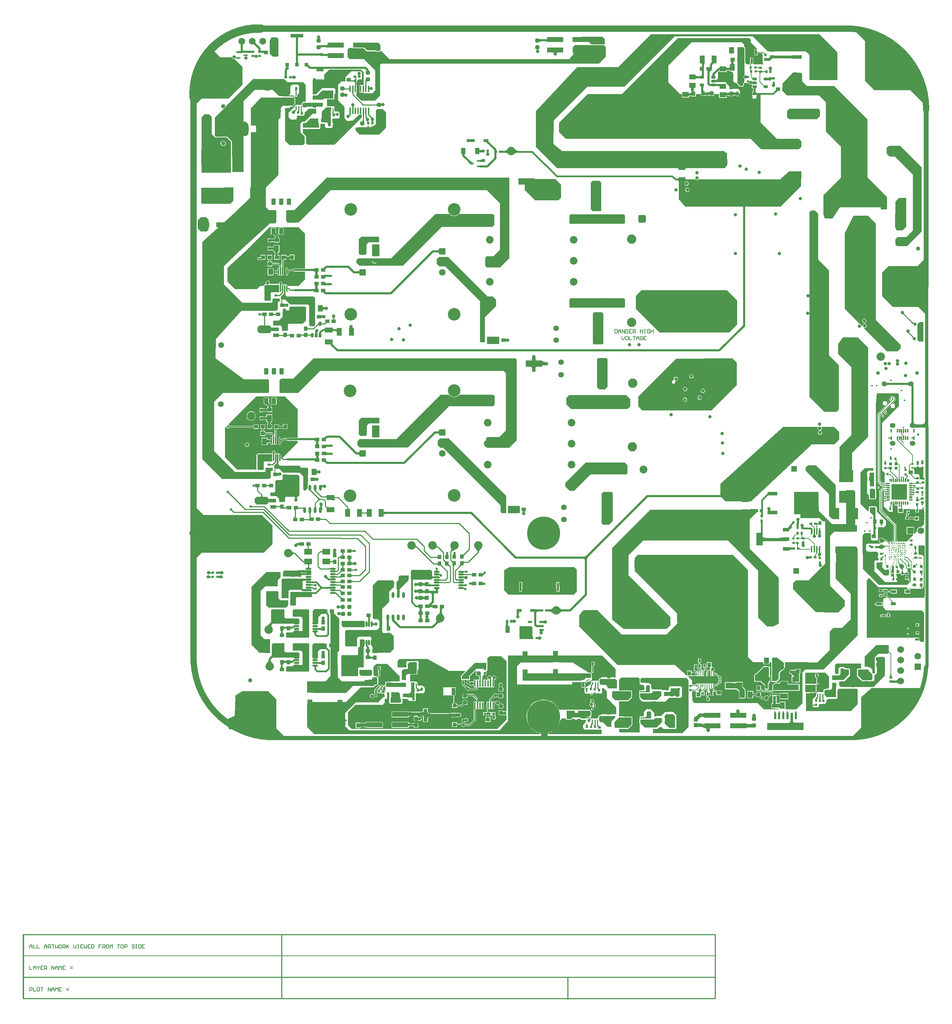
<source format=gtl>
G04*
G04 #@! TF.GenerationSoftware,Altium Limited,Altium Designer,24.3.1 (35)*
G04*
G04 Layer_Physical_Order=1*
G04 Layer_Color=255*
%FSAX25Y25*%
%MOIN*%
G70*
G04*
G04 #@! TF.SameCoordinates,8ECB5597-4BEE-4FB2-8F1C-C82D3C8D71A6*
G04*
G04*
G04 #@! TF.FilePolarity,Positive*
G04*
G01*
G75*
%ADD13C,0.01000*%
%ADD15C,0.00300*%
%ADD16C,0.00800*%
%ADD18C,0.00600*%
%ADD25C,0.00400*%
%ADD26C,0.02000*%
%ADD34R,0.01400X0.06300*%
%ADD35R,0.02598X0.02283*%
%ADD36R,0.02598X0.02283*%
%ADD37R,0.03937X0.03740*%
%ADD38R,0.02200X0.02000*%
%ADD39R,0.04375X0.01775*%
G04:AMPARAMS|DCode=40|XSize=9.84mil|YSize=13.78mil|CornerRadius=3.94mil|HoleSize=0mil|Usage=FLASHONLY|Rotation=90.000|XOffset=0mil|YOffset=0mil|HoleType=Round|Shape=RoundedRectangle|*
%AMROUNDEDRECTD40*
21,1,0.00984,0.00591,0,0,90.0*
21,1,0.00197,0.01378,0,0,90.0*
1,1,0.00787,0.00295,0.00098*
1,1,0.00787,0.00295,-0.00098*
1,1,0.00787,-0.00295,-0.00098*
1,1,0.00787,-0.00295,0.00098*
%
%ADD40ROUNDEDRECTD40*%
G04:AMPARAMS|DCode=41|XSize=23.62mil|YSize=13.78mil|CornerRadius=3.93mil|HoleSize=0mil|Usage=FLASHONLY|Rotation=90.000|XOffset=0mil|YOffset=0mil|HoleType=Round|Shape=RoundedRectangle|*
%AMROUNDEDRECTD41*
21,1,0.02362,0.00593,0,0,90.0*
21,1,0.01577,0.01378,0,0,90.0*
1,1,0.00785,0.00296,0.00788*
1,1,0.00785,0.00296,-0.00788*
1,1,0.00785,-0.00296,-0.00788*
1,1,0.00785,-0.00296,0.00788*
%
%ADD41ROUNDEDRECTD41*%
%ADD42R,0.02953X0.02559*%
G04:AMPARAMS|DCode=43|XSize=118.11mil|YSize=100mil|CornerRadius=2mil|HoleSize=0mil|Usage=FLASHONLY|Rotation=90.000|XOffset=0mil|YOffset=0mil|HoleType=Round|Shape=RoundedRectangle|*
%AMROUNDEDRECTD43*
21,1,0.11811,0.09600,0,0,90.0*
21,1,0.11411,0.10000,0,0,90.0*
1,1,0.00400,0.04800,0.05706*
1,1,0.00400,0.04800,-0.05706*
1,1,0.00400,-0.04800,-0.05706*
1,1,0.00400,-0.04800,0.05706*
%
%ADD43ROUNDEDRECTD43*%
G04:AMPARAMS|DCode=44|XSize=57.09mil|YSize=40.16mil|CornerRadius=2.01mil|HoleSize=0mil|Usage=FLASHONLY|Rotation=270.000|XOffset=0mil|YOffset=0mil|HoleType=Round|Shape=RoundedRectangle|*
%AMROUNDEDRECTD44*
21,1,0.05709,0.03614,0,0,270.0*
21,1,0.05307,0.04016,0,0,270.0*
1,1,0.00402,-0.01807,-0.02653*
1,1,0.00402,-0.01807,0.02653*
1,1,0.00402,0.01807,0.02653*
1,1,0.00402,0.01807,-0.02653*
%
%ADD44ROUNDEDRECTD44*%
%ADD45R,0.03150X0.03150*%
%ADD46R,0.03937X0.03540*%
%ADD47R,0.03937X0.03540*%
%ADD48R,0.02362X0.03150*%
%ADD49R,0.03950X0.02000*%
%ADD50C,0.01100*%
%ADD51R,0.06900X0.04000*%
%ADD52R,0.02200X0.02400*%
%ADD53R,0.05512X0.03543*%
%ADD54R,0.07087X0.03543*%
G04:AMPARAMS|DCode=55|XSize=74.8mil|YSize=133.86mil|CornerRadius=0mil|HoleSize=0mil|Usage=FLASHONLY|Rotation=270.000|XOffset=0mil|YOffset=0mil|HoleType=Round|Shape=Octagon|*
%AMOCTAGOND55*
4,1,8,0.06693,0.01870,0.06693,-0.01870,0.04823,-0.03740,-0.04823,-0.03740,-0.06693,-0.01870,-0.06693,0.01870,-0.04823,0.03740,0.04823,0.03740,0.06693,0.01870,0.0*
%
%ADD55OCTAGOND55*%

%ADD56R,0.06100X0.12400*%
%ADD57R,0.06100X0.03400*%
%ADD58R,0.03800X0.03700*%
%ADD59R,0.03800X0.12400*%
%ADD61R,0.15748X0.06299*%
%ADD62R,0.08600X0.12800*%
%ADD63R,0.15512X0.05000*%
%ADD64R,0.01800X0.06000*%
%ADD65R,0.03359X0.06890*%
%ADD66R,0.03200X0.03000*%
%ADD67R,0.02600X0.02000*%
%ADD68O,0.05512X0.01772*%
%ADD69R,0.02200X0.05200*%
%ADD70O,0.01181X0.06693*%
%ADD71R,0.02362X0.06102*%
%ADD72R,0.04724X0.07087*%
%ADD73R,0.14567X0.14567*%
%ADD74O,0.01102X0.03543*%
%ADD75O,0.03543X0.01102*%
%ADD76R,0.03150X0.03150*%
%ADD77R,0.13780X0.11811*%
%ADD78R,0.03800X0.03700*%
%ADD79R,0.02200X0.02800*%
%ADD80R,0.02000X0.02400*%
G04:AMPARAMS|DCode=81|XSize=150mil|YSize=159.84mil|CornerRadius=2.25mil|HoleSize=0mil|Usage=FLASHONLY|Rotation=90.000|XOffset=0mil|YOffset=0mil|HoleType=Round|Shape=RoundedRectangle|*
%AMROUNDEDRECTD81*
21,1,0.15000,0.15534,0,0,90.0*
21,1,0.14550,0.15984,0,0,90.0*
1,1,0.00450,0.07767,0.07275*
1,1,0.00450,0.07767,-0.07275*
1,1,0.00450,-0.07767,-0.07275*
1,1,0.00450,-0.07767,0.07275*
%
%ADD81ROUNDEDRECTD81*%
%ADD82R,0.02953X0.02756*%
%ADD83R,0.02323X0.02402*%
%ADD84R,0.02223X0.02402*%
%ADD85C,0.03937*%
%ADD86R,0.01968X0.03150*%
%ADD87R,0.23300X0.21700*%
%ADD88R,0.09800X0.03700*%
%ADD89R,0.26800X0.26200*%
%ADD90R,0.01000X0.03200*%
%ADD91R,0.17300X0.06500*%
G04:AMPARAMS|DCode=92|XSize=17.72mil|YSize=53.15mil|CornerRadius=8.86mil|HoleSize=0mil|Usage=FLASHONLY|Rotation=90.000|XOffset=0mil|YOffset=0mil|HoleType=Round|Shape=RoundedRectangle|*
%AMROUNDEDRECTD92*
21,1,0.01772,0.03543,0,0,90.0*
21,1,0.00000,0.05315,0,0,90.0*
1,1,0.01772,0.01772,0.00000*
1,1,0.01772,0.01772,0.00000*
1,1,0.01772,-0.01772,0.00000*
1,1,0.01772,-0.01772,0.00000*
%
%ADD92ROUNDEDRECTD92*%
G04:AMPARAMS|DCode=93|XSize=61.81mil|YSize=74.41mil|CornerRadius=1.85mil|HoleSize=0mil|Usage=FLASHONLY|Rotation=0.000|XOffset=0mil|YOffset=0mil|HoleType=Round|Shape=RoundedRectangle|*
%AMROUNDEDRECTD93*
21,1,0.06181,0.07070,0,0,0.0*
21,1,0.05810,0.07441,0,0,0.0*
1,1,0.00371,0.02905,-0.03535*
1,1,0.00371,-0.02905,-0.03535*
1,1,0.00371,-0.02905,0.03535*
1,1,0.00371,0.02905,0.03535*
%
%ADD93ROUNDEDRECTD93*%
%ADD94R,0.01000X0.03100*%
%ADD95R,0.09800X0.06900*%
G04:AMPARAMS|DCode=96|XSize=23.62mil|YSize=39.37mil|CornerRadius=2.01mil|HoleSize=0mil|Usage=FLASHONLY|Rotation=90.000|XOffset=0mil|YOffset=0mil|HoleType=Round|Shape=RoundedRectangle|*
%AMROUNDEDRECTD96*
21,1,0.02362,0.03535,0,0,90.0*
21,1,0.01961,0.03937,0,0,90.0*
1,1,0.00402,0.01768,0.00980*
1,1,0.00402,0.01768,-0.00980*
1,1,0.00402,-0.01768,-0.00980*
1,1,0.00402,-0.01768,0.00980*
%
%ADD96ROUNDEDRECTD96*%
%ADD97O,0.02362X0.05709*%
%ADD98R,0.07480X0.05512*%
%ADD99R,0.04331X0.06299*%
%ADD100R,0.03740X0.04432*%
%ADD101R,0.04800X0.11000*%
%ADD102R,0.02200X0.02200*%
%ADD103R,0.02200X0.01800*%
%ADD104R,0.01181X0.03425*%
%ADD105R,0.06299X0.10630*%
%ADD106R,0.08661X0.04331*%
G04:AMPARAMS|DCode=107|XSize=39.37mil|YSize=37.4mil|CornerRadius=9.35mil|HoleSize=0mil|Usage=FLASHONLY|Rotation=180.000|XOffset=0mil|YOffset=0mil|HoleType=Round|Shape=RoundedRectangle|*
%AMROUNDEDRECTD107*
21,1,0.03937,0.01870,0,0,180.0*
21,1,0.02067,0.03740,0,0,180.0*
1,1,0.01870,-0.01034,0.00935*
1,1,0.01870,0.01034,0.00935*
1,1,0.01870,0.01034,-0.00935*
1,1,0.01870,-0.01034,-0.00935*
%
%ADD107ROUNDEDRECTD107*%
%ADD108C,0.01300*%
%ADD109R,0.02200X0.02400*%
%ADD110R,0.05118X0.07284*%
%ADD111R,0.03740X0.03937*%
G04:AMPARAMS|DCode=112|XSize=23.62mil|YSize=39.37mil|CornerRadius=2.01mil|HoleSize=0mil|Usage=FLASHONLY|Rotation=180.000|XOffset=0mil|YOffset=0mil|HoleType=Round|Shape=RoundedRectangle|*
%AMROUNDEDRECTD112*
21,1,0.02362,0.03535,0,0,180.0*
21,1,0.01961,0.03937,0,0,180.0*
1,1,0.00402,-0.00980,0.01768*
1,1,0.00402,0.00980,0.01768*
1,1,0.00402,0.00980,-0.01768*
1,1,0.00402,-0.00980,-0.01768*
%
%ADD112ROUNDEDRECTD112*%
%ADD113R,0.06299X0.04331*%
G04:AMPARAMS|DCode=114|XSize=61.81mil|YSize=74.41mil|CornerRadius=1.85mil|HoleSize=0mil|Usage=FLASHONLY|Rotation=90.000|XOffset=0mil|YOffset=0mil|HoleType=Round|Shape=RoundedRectangle|*
%AMROUNDEDRECTD114*
21,1,0.06181,0.07070,0,0,90.0*
21,1,0.05810,0.07441,0,0,90.0*
1,1,0.00371,0.03535,0.02905*
1,1,0.00371,0.03535,-0.02905*
1,1,0.00371,-0.03535,-0.02905*
1,1,0.00371,-0.03535,0.02905*
%
%ADD114ROUNDEDRECTD114*%
G04:AMPARAMS|DCode=115|XSize=17.72mil|YSize=53.15mil|CornerRadius=8.86mil|HoleSize=0mil|Usage=FLASHONLY|Rotation=180.000|XOffset=0mil|YOffset=0mil|HoleType=Round|Shape=RoundedRectangle|*
%AMROUNDEDRECTD115*
21,1,0.01772,0.03543,0,0,180.0*
21,1,0.00000,0.05315,0,0,180.0*
1,1,0.01772,0.00000,0.01772*
1,1,0.01772,0.00000,0.01772*
1,1,0.01772,0.00000,-0.01772*
1,1,0.01772,0.00000,-0.01772*
%
%ADD115ROUNDEDRECTD115*%
%ADD116R,0.07284X0.05118*%
%ADD117R,0.05000X0.06300*%
%ADD118R,0.06300X0.05000*%
%ADD119R,0.02400X0.02200*%
%ADD120R,0.02400X0.02000*%
%ADD121R,0.04432X0.03740*%
G04:AMPARAMS|DCode=122|XSize=23.62mil|YSize=39.37mil|CornerRadius=5.91mil|HoleSize=0mil|Usage=FLASHONLY|Rotation=180.000|XOffset=0mil|YOffset=0mil|HoleType=Round|Shape=RoundedRectangle|*
%AMROUNDEDRECTD122*
21,1,0.02362,0.02756,0,0,180.0*
21,1,0.01181,0.03937,0,0,180.0*
1,1,0.01181,-0.00591,0.01378*
1,1,0.01181,0.00591,0.01378*
1,1,0.01181,0.00591,-0.01378*
1,1,0.01181,-0.00591,-0.01378*
%
%ADD122ROUNDEDRECTD122*%
%ADD123R,0.02000X0.02600*%
%ADD124R,0.02283X0.02598*%
%ADD125R,0.02283X0.02598*%
%ADD126R,0.20866X0.06299*%
%ADD127R,0.03000X0.03200*%
%ADD128R,0.03540X0.03937*%
%ADD129R,0.03540X0.03937*%
%ADD130R,0.02200X0.02200*%
%ADD131R,0.04800X0.03000*%
G04:AMPARAMS|DCode=132|XSize=39.37mil|YSize=37.4mil|CornerRadius=9.35mil|HoleSize=0mil|Usage=FLASHONLY|Rotation=270.000|XOffset=0mil|YOffset=0mil|HoleType=Round|Shape=RoundedRectangle|*
%AMROUNDEDRECTD132*
21,1,0.03937,0.01870,0,0,270.0*
21,1,0.02067,0.03740,0,0,270.0*
1,1,0.01870,-0.00935,-0.01034*
1,1,0.01870,-0.00935,0.01034*
1,1,0.01870,0.00935,0.01034*
1,1,0.01870,0.00935,-0.01034*
%
%ADD132ROUNDEDRECTD132*%
%ADD133R,0.03100X0.01000*%
%ADD134R,0.06900X0.09800*%
%ADD135R,0.03700X0.03800*%
%ADD136R,0.02000X0.02200*%
%ADD137R,0.11000X0.04800*%
%ADD138R,0.02800X0.02200*%
%ADD139R,0.03700X0.03800*%
%ADD140R,0.12400X0.03800*%
%ADD141R,0.06890X0.03359*%
%ADD142R,0.01800X0.02200*%
G04:AMPARAMS|DCode=143|XSize=23.62mil|YSize=39.37mil|CornerRadius=5.91mil|HoleSize=0mil|Usage=FLASHONLY|Rotation=270.000|XOffset=0mil|YOffset=0mil|HoleType=Round|Shape=RoundedRectangle|*
%AMROUNDEDRECTD143*
21,1,0.02362,0.02756,0,0,270.0*
21,1,0.01181,0.03937,0,0,270.0*
1,1,0.01181,-0.01378,-0.00591*
1,1,0.01181,-0.01378,0.00591*
1,1,0.01181,0.01378,0.00591*
1,1,0.01181,0.01378,-0.00591*
%
%ADD143ROUNDEDRECTD143*%
%ADD239C,0.04000*%
%ADD240C,0.06000*%
%ADD241C,0.08000*%
%ADD242R,0.02362X0.02362*%
%ADD243C,0.03000*%
%ADD244C,0.01500*%
%ADD245C,0.05000*%
%ADD246C,0.04500*%
%ADD247C,0.02500*%
%ADD248C,0.01200*%
%ADD249C,0.01800*%
%ADD250C,0.01700*%
%ADD251C,0.31496*%
%ADD252C,0.06496*%
G04:AMPARAMS|DCode=253|XSize=72.84mil|YSize=72.84mil|CornerRadius=18.21mil|HoleSize=0mil|Usage=FLASHONLY|Rotation=0.000|XOffset=0mil|YOffset=0mil|HoleType=Round|Shape=RoundedRectangle|*
%AMROUNDEDRECTD253*
21,1,0.07284,0.03642,0,0,0.0*
21,1,0.03642,0.07284,0,0,0.0*
1,1,0.03642,0.01821,-0.01821*
1,1,0.03642,-0.01821,-0.01821*
1,1,0.03642,-0.01821,0.01821*
1,1,0.03642,0.01821,0.01821*
%
%ADD253ROUNDEDRECTD253*%
%ADD254C,0.07284*%
%ADD255C,0.05512*%
G04:AMPARAMS|DCode=256|XSize=55.12mil|YSize=55.12mil|CornerRadius=13.78mil|HoleSize=0mil|Usage=FLASHONLY|Rotation=270.000|XOffset=0mil|YOffset=0mil|HoleType=Round|Shape=RoundedRectangle|*
%AMROUNDEDRECTD256*
21,1,0.05512,0.02756,0,0,270.0*
21,1,0.02756,0.05512,0,0,270.0*
1,1,0.02756,-0.01378,-0.01378*
1,1,0.02756,-0.01378,0.01378*
1,1,0.02756,0.01378,0.01378*
1,1,0.02756,0.01378,-0.01378*
%
%ADD256ROUNDEDRECTD256*%
%ADD257C,0.04500*%
G04:AMPARAMS|DCode=258|XSize=74.8mil|YSize=74.8mil|CornerRadius=18.7mil|HoleSize=0mil|Usage=FLASHONLY|Rotation=0.000|XOffset=0mil|YOffset=0mil|HoleType=Round|Shape=RoundedRectangle|*
%AMROUNDEDRECTD258*
21,1,0.07480,0.03740,0,0,0.0*
21,1,0.03740,0.07480,0,0,0.0*
1,1,0.03740,0.01870,-0.01870*
1,1,0.03740,-0.01870,-0.01870*
1,1,0.03740,-0.01870,0.01870*
1,1,0.03740,0.01870,0.01870*
%
%ADD258ROUNDEDRECTD258*%
%ADD259C,0.07480*%
%ADD260C,0.04913*%
%ADD261C,0.03504*%
%ADD262C,0.05315*%
%ADD263C,0.08000*%
%ADD264C,0.06299*%
G04:AMPARAMS|DCode=265|XSize=62.99mil|YSize=62.99mil|CornerRadius=7.87mil|HoleSize=0mil|Usage=FLASHONLY|Rotation=180.000|XOffset=0mil|YOffset=0mil|HoleType=Round|Shape=RoundedRectangle|*
%AMROUNDEDRECTD265*
21,1,0.06299,0.04724,0,0,180.0*
21,1,0.04724,0.06299,0,0,180.0*
1,1,0.01575,-0.02362,0.02362*
1,1,0.01575,0.02362,0.02362*
1,1,0.01575,0.02362,-0.02362*
1,1,0.01575,-0.02362,-0.02362*
%
%ADD265ROUNDEDRECTD265*%
%ADD266R,0.06319X0.06319*%
%ADD267C,0.06319*%
%ADD268R,0.05984X0.05984*%
%ADD269C,0.05984*%
%ADD270C,0.04016*%
%ADD271R,0.07284X0.07284*%
%ADD272C,0.07284*%
%ADD273R,0.05315X0.05315*%
%ADD274C,0.12008*%
%ADD275C,0.02244*%
%ADD276O,0.05512X0.04528*%
%ADD277C,0.08858*%
%ADD278C,0.09843*%
G04:AMPARAMS|DCode=279|XSize=55.12mil|YSize=55.12mil|CornerRadius=13.78mil|HoleSize=0mil|Usage=FLASHONLY|Rotation=0.000|XOffset=0mil|YOffset=0mil|HoleType=Round|Shape=RoundedRectangle|*
%AMROUNDEDRECTD279*
21,1,0.05512,0.02756,0,0,0.0*
21,1,0.02756,0.05512,0,0,0.0*
1,1,0.02756,0.01378,-0.01378*
1,1,0.02756,-0.01378,-0.01378*
1,1,0.02756,-0.01378,0.01378*
1,1,0.02756,0.01378,0.01378*
%
%ADD279ROUNDEDRECTD279*%
%ADD280R,0.07284X0.07284*%
%ADD281R,0.05315X0.05315*%
%ADD282R,0.06319X0.06319*%
%ADD283C,0.01600*%
%ADD284C,0.03200*%
%ADD285C,0.00800*%
%ADD286C,0.01000*%
%ADD287C,0.01968*%
%ADD288C,0.02400*%
%ADD289C,0.01200*%
G36*
X0322338Y0955716D02*
X0322350Y0955578D01*
X0322370Y0955457D01*
X0322385Y0955402D01*
X0323038Y0955425D01*
X0322904Y0955278D01*
X0322733Y0955059D01*
X0322734Y0955059D01*
X0322733D01*
X0322679Y0954989D01*
X0322587Y0954848D01*
X0322510Y0954708D01*
X0322447Y0954570D01*
X0322397Y0954433D01*
X0322362Y0954298D01*
X0322341Y0954166D01*
X0322334Y0954034D01*
X0321534Y0954006D01*
X0321527Y0954140D01*
X0321505Y0954274D01*
X0321468Y0954408D01*
X0321416Y0954542D01*
X0321350Y0954676D01*
X0321269Y0954810D01*
X0321174Y0954945D01*
X0321064Y0955079D01*
X0320939Y0955214D01*
X0320799Y0955348D01*
X0321476Y0955371D01*
X0321498Y0955457D01*
X0321518Y0955578D01*
X0321530Y0955716D01*
X0321534Y0955871D01*
X0322334D01*
X0322338Y0955716D01*
D02*
G37*
G36*
X0539701Y0951957D02*
X0539681Y0952069D01*
X0539621Y0952168D01*
X0539521Y0952257D01*
X0539381Y0952333D01*
X0539201Y0952398D01*
X0538981Y0952451D01*
X0538721Y0952492D01*
X0538421Y0952521D01*
X0537701Y0952545D01*
Y0954545D01*
X0538081Y0954555D01*
X0538421Y0954585D01*
X0538721Y0954635D01*
X0538981Y0954705D01*
X0539201Y0954795D01*
X0539381Y0954905D01*
X0539521Y0955035D01*
X0539621Y0955185D01*
X0539681Y0955355D01*
X0539701Y0955545D01*
Y0951957D01*
D02*
G37*
G36*
X0532257Y0954994D02*
X0532449Y0954900D01*
X0532658Y0954816D01*
X0532884Y0954744D01*
X0533127Y0954683D01*
X0533387Y0954633D01*
X0533960Y0954567D01*
X0534272Y0954550D01*
X0534601Y0954545D01*
X0534664Y0952545D01*
X0534334Y0952536D01*
X0534026Y0952511D01*
X0533742Y0952468D01*
X0533480Y0952409D01*
X0533241Y0952332D01*
X0533025Y0952238D01*
X0532831Y0952128D01*
X0532661Y0952000D01*
X0532513Y0951856D01*
X0532388Y0951694D01*
X0532083Y0955099D01*
X0532257Y0954994D01*
D02*
G37*
G36*
X0594989Y0954945D02*
Y0950445D01*
X0594185Y0949641D01*
X0594089Y0949661D01*
X0594089Y0949660D01*
X0582173D01*
X0579089Y0952745D01*
X0572589D01*
Y0953803D01*
X0573071Y0954285D01*
X0573270Y0954583D01*
X0573340Y0954934D01*
X0573270Y0955285D01*
X0573071Y0955583D01*
X0572773Y0955782D01*
X0572589Y0955818D01*
Y0956945D01*
X0592989D01*
X0594989Y0954945D01*
D02*
G37*
G36*
X0594026Y0948841D02*
X0594093D01*
X0595889Y0947045D01*
Y0937945D01*
X0589389Y0931445D01*
X0381689D01*
X0380389Y0930145D01*
Y0901145D01*
X0375389Y0896145D01*
X0362540D01*
X0359140Y0899545D01*
X0358689D01*
X0357737Y0900497D01*
Y0903745D01*
X0358039D01*
Y0910310D01*
X0358044Y0910316D01*
X0358039Y0910357D01*
X0358039Y0910382D01*
X0358060Y0910433D01*
X0358039Y0910845D01*
X0357900D01*
X0357874Y0911259D01*
X0357872Y0911437D01*
X0357857Y0911473D01*
Y0912910D01*
X0357872Y0912943D01*
X0357876Y0913085D01*
X0357919Y0913545D01*
X0357919D01*
X0357919Y0913545D01*
X0358139D01*
X0358160Y0913957D01*
X0358144Y0913995D01*
X0358153Y0914035D01*
X0358139Y0914056D01*
Y0914487D01*
X0359974Y0916321D01*
X0362625D01*
X0363189Y0916885D01*
X0363189Y0922945D01*
X0362089Y0924045D01*
X0360587D01*
X0360517Y0924059D01*
X0360447Y0924045D01*
X0352739D01*
X0347389Y0918695D01*
Y0914245D01*
X0343394D01*
X0342834Y0913686D01*
X0340669Y0911217D01*
Y0896065D01*
X0346489Y0890245D01*
Y0879792D01*
X0348755Y0876684D01*
X0354595Y0876851D01*
X0360255Y0882511D01*
X0360755Y0882304D01*
Y0881636D01*
X0360535Y0881416D01*
X0360358Y0881151D01*
X0360296Y0880839D01*
X0360358Y0880527D01*
X0360535Y0880262D01*
X0360800Y0880085D01*
X0361112Y0880023D01*
X0361424Y0880085D01*
X0361689Y0880262D01*
X0362148Y0880721D01*
X0362325Y0880986D01*
X0362387Y0881298D01*
X0362387Y0881298D01*
Y0882239D01*
X0362516Y0882368D01*
X0362516Y0882368D01*
X0362693Y0882633D01*
X0363189Y0882565D01*
Y0880245D01*
X0354789Y0871845D01*
X0337089Y0854145D01*
X0311701D01*
X0309789Y0855715D01*
Y0862468D01*
X0306865Y0865012D01*
X0306988Y0869037D01*
X0322725D01*
X0323450Y0869863D01*
X0323446Y0873543D01*
X0323799Y0873897D01*
X0327970Y0873896D01*
X0327993Y0870895D01*
X0329303Y0869859D01*
X0334326Y0869856D01*
X0335343Y0870739D01*
X0335389Y0874434D01*
X0335389Y0878937D01*
X0340781Y0878937D01*
X0341989Y0880145D01*
Y0884026D01*
X0340723Y0885598D01*
X0337752Y0885674D01*
X0336789Y0886637D01*
Y0893137D01*
X0335889Y0894037D01*
X0336853Y0895001D01*
Y0902236D01*
X0337908Y0903291D01*
X0337789Y0903409D01*
Y0907137D01*
X0336889Y0908037D01*
X0327781Y0908037D01*
X0325289D01*
X0319898Y0902236D01*
X0319397Y0902145D01*
X0316289D01*
Y0916145D01*
X0316389Y0916245D01*
X0316944Y0917308D01*
X0319311D01*
Y0916408D01*
X0319438Y0916102D01*
X0319744Y0915975D01*
X0326634D01*
X0326940Y0916102D01*
X0327067Y0916408D01*
Y0920823D01*
X0331989Y0925745D01*
X0362489D01*
X0364989Y0923245D01*
Y0911198D01*
X0364635Y0910845D01*
X0363039Y0910845D01*
X0362839Y0910845D01*
X0360839D01*
Y0903745D01*
X0362839D01*
X0363339Y0903745D01*
X0363539Y0903745D01*
X0364989D01*
Y0902945D01*
X0372889D01*
X0375889Y0905945D01*
Y0924845D01*
X0364989Y0935745D01*
X0351189D01*
X0349389Y0937545D01*
Y0945145D01*
X0350789Y0946145D01*
X0350889Y0946245D01*
X0354477D01*
Y0946145D01*
X0364682D01*
X0367570Y0943257D01*
X0367835Y0943080D01*
X0368147Y0943018D01*
X0368147Y0943018D01*
X0376119D01*
Y0942698D01*
X0380659D01*
Y0943392D01*
X0381100Y0943833D01*
X0389189Y0935745D01*
X0561389D01*
Y0936745D01*
X0564789Y0940145D01*
Y0947745D01*
X0566189Y0948745D01*
X0566289Y0948845D01*
X0582173D01*
X0582173Y0948845D01*
X0582173Y0948845D01*
X0594009D01*
X0594026Y0948841D01*
D02*
G37*
G36*
X0330401Y0946557D02*
X0330381Y0946612D01*
X0330321Y0946661D01*
X0330221Y0946704D01*
X0330081Y0946741D01*
X0329901Y0946773D01*
X0329681Y0946799D01*
X0329121Y0946833D01*
X0328401Y0946845D01*
Y0948845D01*
X0328781Y0948855D01*
X0329121Y0948885D01*
X0329421Y0948935D01*
X0329681Y0949005D01*
X0329901Y0949095D01*
X0330081Y0949205D01*
X0330221Y0949335D01*
X0330321Y0949485D01*
X0330381Y0949655D01*
X0330401Y0949845D01*
Y0946557D01*
D02*
G37*
G36*
X0531313Y0945434D02*
X0531334Y0945301D01*
X0531370Y0945166D01*
X0531384Y0945131D01*
X0531706D01*
X0531630Y0945123D01*
X0531562Y0945099D01*
X0531502Y0945058D01*
X0531450Y0945001D01*
X0531441Y0944988D01*
X0531486Y0944895D01*
X0531565Y0944758D01*
X0531659Y0944620D01*
X0531767Y0944481D01*
X0531889Y0944341D01*
X0532026Y0944200D01*
X0529786D01*
X0529922Y0944341D01*
X0530153Y0944620D01*
X0530246Y0944758D01*
X0530326Y0944895D01*
X0530370Y0944988D01*
X0530362Y0945001D01*
X0530310Y0945058D01*
X0530250Y0945099D01*
X0530182Y0945123D01*
X0530106Y0945131D01*
X0530428D01*
X0530441Y0945166D01*
X0530477Y0945301D01*
X0530499Y0945434D01*
X0530506Y0945567D01*
X0531306D01*
X0531313Y0945434D01*
D02*
G37*
G36*
X0380847Y0949234D02*
Y0944734D01*
X0379947Y0943834D01*
X0368147D01*
X0364947Y0947034D01*
X0358447D01*
Y0951234D01*
X0378847D01*
X0380847Y0949234D01*
D02*
G37*
G36*
X0740013Y0942769D02*
X0740038Y0942701D01*
X0740078Y0942641D01*
X0740135Y0942589D01*
X0740208Y0942545D01*
X0740298Y0942509D01*
X0740403Y0942481D01*
X0740525Y0942461D01*
X0740663Y0942449D01*
X0740817Y0942445D01*
Y0941645D01*
X0740663Y0941641D01*
X0740525Y0941629D01*
X0740403Y0941609D01*
X0740298Y0941581D01*
X0740208Y0941545D01*
X0740135Y0941501D01*
X0740078Y0941449D01*
X0740038Y0941389D01*
X0740013Y0941321D01*
X0740005Y0941245D01*
Y0942845D01*
X0740013Y0942769D01*
D02*
G37*
G36*
X0747079Y0941427D02*
X0747391Y0941160D01*
X0747525Y0941065D01*
X0747646Y0940995D01*
X0747752Y0940952D01*
X0747843Y0940934D01*
X0747921Y0940941D01*
X0747984Y0940974D01*
X0748032Y0941033D01*
X0747201Y0939602D01*
X0747233Y0939677D01*
X0747245Y0939761D01*
X0747237Y0939854D01*
X0747210Y0939954D01*
X0747163Y0940063D01*
X0747097Y0940181D01*
X0747011Y0940306D01*
X0746906Y0940440D01*
X0746780Y0940582D01*
X0746635Y0940733D01*
X0746901Y0941599D01*
X0747079Y0941427D01*
D02*
G37*
G36*
X0283389Y0954945D02*
Y0938645D01*
X0282589Y0937845D01*
X0278189D01*
X0275289Y0940745D01*
Y0953038D01*
X0276758Y0956395D01*
X0281939D01*
X0283389Y0954945D01*
D02*
G37*
G36*
X0755325Y0936519D02*
X0755241Y0936539D01*
X0755119Y0936509D01*
X0754957Y0936428D01*
X0754755Y0936298D01*
X0754515Y0936117D01*
X0753916Y0935605D01*
X0752723Y0934461D01*
X0751677Y0935507D01*
Y0934095D01*
X0749177Y0934057D01*
Y0936633D01*
X0749202Y0936626D01*
X0749277Y0936619D01*
X0749802Y0936604D01*
X0751318Y0936597D01*
X0751328Y0936607D01*
X0752501Y0937971D01*
X0752598Y0938138D01*
X0752649Y0938271D01*
X0752654Y0938368D01*
X0752613Y0938431D01*
X0755325Y0936519D01*
D02*
G37*
G36*
X0773301Y0935823D02*
X0773276Y0935934D01*
X0773201Y0936034D01*
X0773076Y0936123D01*
X0772901Y0936199D01*
X0772676Y0936264D01*
X0772401Y0936316D01*
X0772076Y0936358D01*
X0771276Y0936405D01*
X0770801Y0936411D01*
Y0938911D01*
X0771276Y0938916D01*
X0772401Y0939005D01*
X0772676Y0939058D01*
X0772901Y0939122D01*
X0773076Y0939199D01*
X0773201Y0939287D01*
X0773276Y0939387D01*
X0773301Y0939499D01*
Y0935823D01*
D02*
G37*
G36*
X0699669Y0931555D02*
X0699545Y0931605D01*
X0699397Y0931612D01*
X0699224Y0931577D01*
X0699027Y0931498D01*
X0698805Y0931377D01*
X0698559Y0931213D01*
X0698288Y0931006D01*
X0697673Y0930464D01*
X0697328Y0930129D01*
X0695451Y0931080D01*
X0695814Y0931452D01*
X0696602Y0932377D01*
X0696765Y0932623D01*
X0696878Y0932836D01*
X0696941Y0933018D01*
X0696955Y0933169D01*
X0696918Y0933288D01*
X0696832Y0933375D01*
X0699669Y0931555D01*
D02*
G37*
G36*
X0735252Y0931457D02*
X0735198Y0931477D01*
X0735132Y0931475D01*
X0735051Y0931452D01*
X0734957Y0931409D01*
X0734849Y0931343D01*
X0734728Y0931257D01*
X0734594Y0931149D01*
X0734284Y0930870D01*
X0734108Y0930699D01*
X0733543Y0931264D01*
X0733691Y0931416D01*
X0734012Y0931795D01*
X0734078Y0931896D01*
X0734124Y0931984D01*
X0734149Y0932059D01*
X0734153Y0932121D01*
X0734137Y0932171D01*
X0734101Y0932208D01*
X0735252Y0931457D01*
D02*
G37*
G36*
X0718418Y0933506D02*
X0718248Y0933445D01*
X0718098Y0933344D01*
X0717968Y0933203D01*
X0717858Y0933022D01*
X0717768Y0932801D01*
X0717698Y0932539D01*
X0717648Y0932238D01*
X0717642Y0932162D01*
X0717648Y0932086D01*
X0717698Y0931785D01*
X0717768Y0931523D01*
X0717858Y0931302D01*
X0717968Y0931121D01*
X0718098Y0930980D01*
X0718248Y0930879D01*
X0718418Y0930819D01*
X0718608Y0930799D01*
X0714608D01*
X0714798Y0930819D01*
X0714968Y0930879D01*
X0715118Y0930980D01*
X0715248Y0931121D01*
X0715358Y0931302D01*
X0715448Y0931523D01*
X0715518Y0931785D01*
X0715568Y0932086D01*
X0715575Y0932165D01*
X0715540Y0932535D01*
X0715487Y0932795D01*
X0715419Y0933015D01*
X0715336Y0933195D01*
X0715238Y0933335D01*
X0715124Y0933435D01*
X0714996Y0933495D01*
X0714852Y0933515D01*
X0718608Y0933527D01*
X0718418Y0933506D01*
D02*
G37*
G36*
X0734289Y0953960D02*
Y0951545D01*
X0740289Y0945545D01*
X0740082Y0945045D01*
X0737429D01*
Y0939045D01*
X0740429D01*
Y0941167D01*
X0740434Y0941169D01*
X0740494Y0941185D01*
X0740579Y0941199D01*
X0740687Y0941208D01*
X0740828Y0941212D01*
X0740867Y0941229D01*
X0744605D01*
X0745429Y0940405D01*
Y0931824D01*
X0746147Y0931107D01*
X0745955Y0930645D01*
X0736930D01*
X0736689Y0931045D01*
Y0937045D01*
X0733689D01*
Y0933424D01*
X0733673Y0933345D01*
X0733673Y0933345D01*
Y0932223D01*
X0733668Y0932210D01*
X0733673Y0932197D01*
Y0932068D01*
X0733664Y0932055D01*
X0733370Y0931708D01*
X0733233Y0931567D01*
X0733201Y0931486D01*
X0733072Y0931294D01*
X0733010Y0930982D01*
X0732679Y0930645D01*
X0730689D01*
X0729005Y0932329D01*
Y0946150D01*
X0729004Y0946152D01*
X0729005Y0946153D01*
X0728973Y0946308D01*
X0728942Y0946463D01*
X0728942Y0946464D01*
X0728941Y0946465D01*
X0728854Y0946596D01*
X0728766Y0946727D01*
X0728764Y0946728D01*
X0728764Y0946729D01*
X0727900Y0947587D01*
X0727789Y0947661D01*
Y0949464D01*
X0725708Y0951545D01*
X0677589D01*
X0655489Y0929445D01*
X0653389Y0931545D01*
D01*
X0655489Y0929445D01*
Y0913645D01*
X0666889Y0902245D01*
X0668439D01*
Y0899145D01*
X0675539D01*
Y0899987D01*
X0675546Y0899999D01*
X0675560Y0900138D01*
X0675585Y0900209D01*
X0675627Y0900271D01*
X0675699Y0900337D01*
X0675813Y0900407D01*
X0675977Y0900474D01*
X0676192Y0900531D01*
X0676457Y0900575D01*
X0676517Y0900580D01*
X0676708Y0900568D01*
X0676869Y0900546D01*
X0677319Y0900348D01*
Y0900348D01*
X0677319D01*
Y0900126D01*
X0677729Y0900105D01*
X0677773Y0900123D01*
X0677819Y0900114D01*
X0677836Y0900126D01*
X0681859D01*
Y0902245D01*
X0686419D01*
Y0900626D01*
X0690453D01*
X0690479Y0900610D01*
X0690519Y0900617D01*
X0690549Y0900605D01*
X0690959Y0900626D01*
X0691459Y0900847D01*
X0691902Y0900552D01*
X0692682Y0900396D01*
X0693462Y0900552D01*
X0694124Y0900994D01*
X0694246Y0901177D01*
X0694771Y0901114D01*
X0694789Y0901100D01*
X0694857Y0901017D01*
X0694876Y0901007D01*
X0694884Y0900988D01*
X0694944Y0900963D01*
X0695335Y0900702D01*
X0695856Y0900598D01*
X0697922D01*
X0698443Y0900702D01*
X0698885Y0900997D01*
X0699180Y0901439D01*
X0699284Y0901959D01*
Y0902245D01*
X0703939D01*
Y0898645D01*
X0711039D01*
Y0900378D01*
X0711045Y0900390D01*
X0711061Y0900529D01*
X0711086Y0900600D01*
X0711128Y0900663D01*
X0711200Y0900729D01*
X0711315Y0900799D01*
X0711479Y0900865D01*
X0711694Y0900923D01*
X0711958Y0900967D01*
X0712144Y0900983D01*
X0712288Y0900978D01*
X0712557Y0900948D01*
X0712784Y0900907D01*
X0712843Y0900891D01*
X0713188Y0900577D01*
Y0900577D01*
X0713188D01*
Y0900355D01*
X0713598Y0900334D01*
X0713626Y0900345D01*
X0713667Y0900339D01*
X0713693Y0900355D01*
X0717228D01*
X0717233Y0900355D01*
X0717265Y0900337D01*
X0717306Y0900338D01*
X0717317Y0900334D01*
X0717728Y0900355D01*
Y0900577D01*
X0717728D01*
Y0900577D01*
X0717938Y0901002D01*
X0717993Y0901032D01*
X0718160Y0901092D01*
X0718378Y0901143D01*
X0718644Y0901183D01*
X0718747Y0901191D01*
X0718801Y0901186D01*
X0719044Y0901151D01*
X0719261Y0901103D01*
X0719452Y0901043D01*
X0719616Y0900973D01*
X0719756Y0900895D01*
X0719873Y0900808D01*
X0719970Y0900715D01*
X0720068Y0900588D01*
X0720093Y0900574D01*
X0720104Y0900547D01*
X0720164Y0900522D01*
X0720441Y0900337D01*
X0720827Y0900261D01*
X0722008D01*
X0722395Y0900337D01*
X0722723Y0900556D01*
X0722941Y0900884D01*
X0723018Y0901270D01*
Y0902245D01*
X0723189D01*
X0723977Y0903033D01*
X0723977Y0905457D01*
X0722089Y0907345D01*
X0715989D01*
X0711039Y0912295D01*
Y0912445D01*
X0710938D01*
Y0912996D01*
X0710289Y0913645D01*
X0696589Y0913645D01*
X0696589Y0915545D01*
X0696789Y0915745D01*
X0701089Y0915745D01*
X0702789Y0917445D01*
Y0923435D01*
X0703596Y0924242D01*
X0704058Y0924051D01*
Y0923473D01*
X0711158D01*
Y0924293D01*
X0711177Y0924327D01*
X0711192Y0924467D01*
X0711217Y0924538D01*
X0711258Y0924600D01*
X0711329Y0924666D01*
X0711443Y0924735D01*
X0711605Y0924802D01*
X0711819Y0924859D01*
X0712081Y0924903D01*
X0712391Y0924930D01*
X0712462Y0924932D01*
X0712480Y0924932D01*
X0712794Y0924909D01*
X0713063Y0924871D01*
X0713282Y0924822D01*
X0713451Y0924764D01*
X0713475Y0924751D01*
X0713708Y0924345D01*
Y0924345D01*
X0713708D01*
X0713708Y0924123D01*
X0714119Y0924102D01*
X0714131Y0924107D01*
X0714174Y0924105D01*
X0714205Y0924123D01*
X0715711D01*
X0717489Y0922345D01*
Y0914545D01*
X0718989Y0913045D01*
X0720773D01*
Y0912545D01*
X0720835Y0912233D01*
X0721012Y0911968D01*
X0721012Y0911968D01*
X0723428Y0909552D01*
X0723693Y0909375D01*
X0724005Y0909313D01*
X0724005Y0909313D01*
X0726573D01*
X0726606Y0909320D01*
X0726639Y0909316D01*
X0726761Y0909350D01*
X0726885Y0909375D01*
X0726913Y0909394D01*
X0726945Y0909403D01*
X0727044Y0909482D01*
X0727150Y0909552D01*
X0727168Y0909580D01*
X0727194Y0909601D01*
X0727256Y0909711D01*
X0727326Y0909817D01*
X0727333Y0909849D01*
X0727349Y0909879D01*
X0728369Y0913045D01*
X0730289D01*
Y0912695D01*
X0732164D01*
X0732342Y0912576D01*
X0732418Y0912561D01*
X0732420Y0912549D01*
X0732862Y0911888D01*
X0733524Y0911446D01*
X0734304Y0911291D01*
X0735084Y0911446D01*
X0735347Y0911621D01*
X0735535Y0911565D01*
X0735994Y0911374D01*
Y0910895D01*
X0735535Y0910705D01*
X0735344Y0910245D01*
Y0908284D01*
X0735535Y0907824D01*
X0735994Y0907634D01*
X0736347D01*
X0736361Y0907625D01*
X0736394Y0907588D01*
X0736437Y0907519D01*
X0736481Y0907410D01*
X0736521Y0907260D01*
X0736552Y0907070D01*
X0736572Y0906843D01*
X0736579Y0906569D01*
X0736590Y0906546D01*
Y0905717D01*
X0736579Y0905694D01*
X0736572Y0905420D01*
X0736552Y0905193D01*
X0736521Y0905003D01*
X0736481Y0904853D01*
X0736437Y0904744D01*
X0736394Y0904674D01*
X0736361Y0904638D01*
X0736336Y0904621D01*
X0736308Y0904611D01*
X0736216Y0904601D01*
X0736204Y0904595D01*
X0735689D01*
Y0900795D01*
X0735856D01*
Y0898295D01*
X0735983Y0897989D01*
X0736259Y0897874D01*
X0736295Y0897850D01*
X0736518Y0897362D01*
X0736370Y0897141D01*
X0736262Y0896595D01*
X0736370Y0896049D01*
X0736680Y0895586D01*
X0737143Y0895276D01*
X0737689Y0895167D01*
X0738235Y0895276D01*
X0738698Y0895586D01*
X0738798Y0895685D01*
X0739108Y0896149D01*
X0739216Y0896695D01*
X0739108Y0897241D01*
X0739027Y0897362D01*
X0739043Y0897487D01*
X0739250Y0897929D01*
X0739395Y0897989D01*
X0739522Y0898295D01*
Y0900795D01*
X0739689D01*
Y0901127D01*
X0739708Y0901161D01*
X0739717Y0901250D01*
X0739726Y0901275D01*
X0739742Y0901298D01*
X0739777Y0901330D01*
X0739846Y0901372D01*
X0739954Y0901415D01*
X0740103Y0901455D01*
X0740291Y0901485D01*
X0740516Y0901505D01*
X0740788Y0901512D01*
X0740811Y0901522D01*
X0743389D01*
Y0875445D01*
X0759089Y0859745D01*
X0780089Y0859745D01*
X0782689Y0857145D01*
Y0852345D01*
X0779889Y0849545D01*
X0744189Y0849545D01*
X0739189Y0854545D01*
X0733989Y0859745D01*
X0653389D01*
X0557789Y0859745D01*
X0551089Y0866445D01*
X0551089Y0874845D01*
X0578489Y0902245D01*
X0611389Y0902245D01*
X0629689Y0920545D01*
X0642289Y0933378D01*
Y0933383D01*
X0664551Y0955645D01*
X0732736D01*
X0734289Y0953960D01*
D02*
G37*
G36*
X0734230Y0929381D02*
X0734242Y0929245D01*
X0734262Y0929125D01*
X0734290Y0929021D01*
X0734326Y0928933D01*
X0734370Y0928861D01*
X0734422Y0928805D01*
X0734482Y0928765D01*
X0734550Y0928741D01*
X0734626Y0928733D01*
X0733151D01*
X0733203Y0928741D01*
X0733250Y0928765D01*
X0733291Y0928805D01*
X0733327Y0928861D01*
X0733357Y0928933D01*
X0733382Y0929021D01*
X0733401Y0929125D01*
X0733415Y0929245D01*
X0733423Y0929381D01*
X0733426Y0929533D01*
X0734226D01*
X0734230Y0929381D01*
D02*
G37*
G36*
X0690496Y0931543D02*
X0690338Y0931523D01*
X0690197Y0931463D01*
X0690072Y0931363D01*
X0689963Y0931223D01*
X0689872Y0931043D01*
X0689797Y0930823D01*
X0689739Y0930563D01*
X0689697Y0930263D01*
X0689672Y0929923D01*
X0689664Y0929543D01*
X0689617D01*
X0689496Y0928103D01*
X0686664Y0928091D01*
X0686854Y0928112D01*
X0687024Y0928173D01*
X0687174Y0928274D01*
X0687304Y0928415D01*
X0687414Y0928596D01*
X0687504Y0928817D01*
X0687574Y0929079D01*
X0687624Y0929380D01*
X0687654Y0929721D01*
X0687656Y0929823D01*
X0687654Y0929925D01*
X0687624Y0930266D01*
X0687574Y0930568D01*
X0687504Y0930829D01*
X0687414Y0931050D01*
X0687304Y0931232D01*
X0687174Y0931373D01*
X0687024Y0931474D01*
X0686854Y0931534D01*
X0686664Y0931555D01*
X0690496Y0931543D01*
D02*
G37*
G36*
X0714120Y0924535D02*
X0714100Y0924694D01*
X0714040Y0924837D01*
X0713940Y0924962D01*
X0713800Y0925071D01*
X0713620Y0925163D01*
X0713400Y0925239D01*
X0713140Y0925297D01*
X0712840Y0925339D01*
X0712500Y0925364D01*
X0712461Y0925365D01*
X0712366Y0925363D01*
X0712026Y0925333D01*
X0711726Y0925283D01*
X0711466Y0925213D01*
X0711246Y0925123D01*
X0711066Y0925013D01*
X0710926Y0924883D01*
X0710826Y0924733D01*
X0710766Y0924563D01*
X0710746Y0924373D01*
Y0928373D01*
X0710766Y0928183D01*
X0710826Y0928013D01*
X0710926Y0927863D01*
X0711066Y0927733D01*
X0711246Y0927623D01*
X0711466Y0927533D01*
X0711726Y0927463D01*
X0712026Y0927413D01*
X0712366Y0927383D01*
X0712434Y0927381D01*
X0712502Y0927383D01*
X0712844Y0927413D01*
X0713145Y0927463D01*
X0713407Y0927533D01*
X0713628Y0927623D01*
X0713809Y0927733D01*
X0713950Y0927863D01*
X0714051Y0928013D01*
X0714112Y0928183D01*
X0714132Y0928373D01*
X0714120Y0924535D01*
D02*
G37*
G36*
X0739824Y0928111D02*
X0739849Y0928043D01*
X0739889Y0927983D01*
X0739947Y0927931D01*
X0740020Y0927886D01*
X0740109Y0927851D01*
X0740214Y0927822D01*
X0740336Y0927802D01*
X0740473Y0927791D01*
X0740627Y0927787D01*
Y0926987D01*
X0740475Y0926984D01*
X0740219Y0926966D01*
X0740115Y0926950D01*
X0740027Y0926929D01*
X0739955Y0926904D01*
X0739899Y0926874D01*
X0739859Y0926840D01*
X0739835Y0926801D01*
X0739827Y0926757D01*
X0739815Y0928187D01*
X0739824Y0928111D01*
D02*
G37*
G36*
X0742401Y0926587D02*
X0742392Y0926663D01*
X0742368Y0926731D01*
X0742327Y0926791D01*
X0742271Y0926842D01*
X0742198Y0926886D01*
X0742108Y0926923D01*
X0742003Y0926950D01*
X0741881Y0926970D01*
X0741743Y0926982D01*
X0741589Y0926987D01*
Y0927787D01*
X0741743Y0927791D01*
X0741881Y0927802D01*
X0742003Y0927822D01*
X0742108Y0927851D01*
X0742198Y0927886D01*
X0742271Y0927931D01*
X0742327Y0927983D01*
X0742368Y0928043D01*
X0742392Y0928111D01*
X0742401Y0928187D01*
Y0926587D01*
D02*
G37*
G36*
X0734686Y0926761D02*
X0734618Y0926736D01*
X0734558Y0926696D01*
X0734506Y0926639D01*
X0734462Y0926566D01*
X0734426Y0926477D01*
X0734398Y0926371D01*
X0734378Y0926249D01*
X0734366Y0926111D01*
X0734362Y0925957D01*
X0733562D01*
X0733558Y0926111D01*
X0733546Y0926249D01*
X0733526Y0926371D01*
X0733498Y0926477D01*
X0733462Y0926566D01*
X0733418Y0926639D01*
X0733366Y0926696D01*
X0733306Y0926736D01*
X0733238Y0926761D01*
X0733162Y0926769D01*
X0734762D01*
X0734686Y0926761D01*
D02*
G37*
G36*
X0734366Y0925581D02*
X0734378Y0925445D01*
X0734398Y0925325D01*
X0734426Y0925221D01*
X0734462Y0925133D01*
X0734506Y0925061D01*
X0734558Y0925005D01*
X0734618Y0924965D01*
X0734686Y0924941D01*
X0734762Y0924933D01*
X0733251D01*
X0733310Y0924941D01*
X0733363Y0924965D01*
X0733410Y0925005D01*
X0733450Y0925061D01*
X0733484Y0925133D01*
X0733512Y0925221D01*
X0733534Y0925325D01*
X0733550Y0925445D01*
X0733559Y0925581D01*
X0733562Y0925733D01*
X0734362D01*
X0734366Y0925581D01*
D02*
G37*
G36*
X0753942Y0926597D02*
X0753998Y0925821D01*
X0754060D01*
X0754037Y0925790D01*
X0754017Y0925741D01*
X0754006Y0925703D01*
X0754042Y0925206D01*
X0754073Y0925109D01*
X0754108Y0925051D01*
X0754148Y0925032D01*
X0753946D01*
X0753940Y0924755D01*
X0751940D01*
X0751939Y0924936D01*
X0751932Y0925032D01*
X0751889D01*
X0751898Y0925051D01*
X0751907Y0925109D01*
X0751915Y0925206D01*
X0751917Y0925280D01*
X0751897Y0925594D01*
X0751881Y0925676D01*
X0751863Y0925741D01*
X0751843Y0925790D01*
X0751820Y0925821D01*
X0751931D01*
X0751935Y0925979D01*
X0751940Y0926964D01*
X0753940D01*
X0753942Y0926597D01*
D02*
G37*
G36*
X0742401Y0923145D02*
X0742392Y0923221D01*
X0742367Y0923289D01*
X0742326Y0923349D01*
X0742269Y0923401D01*
X0742196Y0923445D01*
X0742107Y0923481D01*
X0742001Y0923509D01*
X0741880Y0923529D01*
X0741742Y0923541D01*
X0741589Y0923545D01*
Y0924345D01*
X0741741Y0924348D01*
X0741997Y0924373D01*
X0742101Y0924395D01*
X0742189Y0924423D01*
X0742261Y0924457D01*
X0742317Y0924498D01*
X0742357Y0924545D01*
X0742381Y0924598D01*
X0742389Y0924658D01*
X0742401Y0923145D01*
D02*
G37*
G36*
X0739923Y0924669D02*
X0739948Y0924601D01*
X0739988Y0924541D01*
X0740045Y0924489D01*
X0740118Y0924445D01*
X0740207Y0924409D01*
X0740313Y0924381D01*
X0740435Y0924361D01*
X0740573Y0924349D01*
X0740727Y0924345D01*
Y0923545D01*
X0740573Y0923541D01*
X0740435Y0923529D01*
X0740313Y0923509D01*
X0740207Y0923481D01*
X0740118Y0923445D01*
X0740045Y0923401D01*
X0739988Y0923349D01*
X0739948Y0923289D01*
X0739923Y0923221D01*
X0739915Y0923145D01*
Y0924745D01*
X0739923Y0924669D01*
D02*
G37*
G36*
X0748042Y0922945D02*
X0748034Y0923021D01*
X0748010Y0923089D01*
X0747969Y0923149D01*
X0747912Y0923201D01*
X0747839Y0923245D01*
X0747750Y0923281D01*
X0747644Y0923309D01*
X0747523Y0923329D01*
X0747385Y0923341D01*
X0747230Y0923345D01*
Y0924145D01*
X0747385Y0924149D01*
X0747523Y0924161D01*
X0747644Y0924181D01*
X0747750Y0924209D01*
X0747839Y0924245D01*
X0747912Y0924289D01*
X0747969Y0924341D01*
X0748010Y0924401D01*
X0748034Y0924469D01*
X0748042Y0924545D01*
Y0922945D01*
D02*
G37*
G36*
X0744959Y0924469D02*
X0744983Y0924401D01*
X0745024Y0924341D01*
X0745081Y0924289D01*
X0745154Y0924245D01*
X0745243Y0924209D01*
X0745349Y0924181D01*
X0745470Y0924161D01*
X0745608Y0924149D01*
X0745763Y0924145D01*
Y0923345D01*
X0745608Y0923341D01*
X0745470Y0923329D01*
X0745349Y0923309D01*
X0745243Y0923281D01*
X0745154Y0923245D01*
X0745081Y0923201D01*
X0745024Y0923149D01*
X0744983Y0923089D01*
X0744959Y0923021D01*
X0744951Y0922945D01*
Y0924545D01*
X0744959Y0924469D01*
D02*
G37*
G36*
X0695795Y0924387D02*
X0695798Y0924372D01*
X0695769Y0924328D01*
X0695709Y0924254D01*
X0695496Y0924019D01*
X0694416Y0922916D01*
X0693001Y0924330D01*
X0693013Y0924343D01*
X0693021Y0924355D01*
X0693025Y0924365D01*
X0693025Y0924374D01*
X0693021Y0924381D01*
X0693014Y0924388D01*
X0693002Y0924392D01*
X0692987Y0924396D01*
X0692968Y0924398D01*
X0692945Y0924399D01*
X0695795Y0924387D01*
D02*
G37*
G36*
X0369249Y0923196D02*
X0369135Y0923048D01*
X0369108Y0923005D01*
X0369085Y0922965D01*
X0369068Y0922929D01*
X0369055Y0922895D01*
X0369047Y0922865D01*
X0369045Y0922839D01*
X0368045D01*
X0368042Y0922865D01*
X0368035Y0922895D01*
X0368022Y0922929D01*
X0368004Y0922965D01*
X0367982Y0923005D01*
X0367954Y0923048D01*
X0367884Y0923143D01*
X0367793Y0923252D01*
X0369297D01*
X0369249Y0923196D01*
D02*
G37*
G36*
X0689496Y0924387D02*
X0689528Y0924367D01*
X0689556Y0924307D01*
X0689581Y0924207D01*
X0689603Y0924067D01*
X0689637Y0923667D01*
X0689662Y0922767D01*
X0689664Y0922387D01*
X0687664D01*
X0687654Y0922768D01*
X0687624Y0923110D01*
X0687574Y0923411D01*
X0687504Y0923672D01*
X0687414Y0923894D01*
X0687304Y0924075D01*
X0687174Y0924216D01*
X0687024Y0924317D01*
X0686854Y0924378D01*
X0686664Y0924399D01*
X0689496Y0924387D01*
D02*
G37*
G36*
X0735413Y0922961D02*
X0735345Y0922936D01*
X0735285Y0922896D01*
X0735233Y0922839D01*
X0735189Y0922766D01*
X0735153Y0922677D01*
X0735125Y0922571D01*
X0735105Y0922449D01*
X0735093Y0922311D01*
X0735089Y0922157D01*
X0734289D01*
X0734285Y0922311D01*
X0734273Y0922449D01*
X0734253Y0922571D01*
X0734225Y0922677D01*
X0734189Y0922766D01*
X0734145Y0922839D01*
X0734093Y0922896D01*
X0734033Y0922936D01*
X0733965Y0922961D01*
X0733889Y0922969D01*
X0735489D01*
X0735413Y0922961D01*
D02*
G37*
G36*
X0743713Y0922402D02*
X0743645Y0922377D01*
X0743585Y0922336D01*
X0743533Y0922279D01*
X0743489Y0922206D01*
X0743453Y0922117D01*
X0743425Y0922011D01*
X0743405Y0921890D01*
X0743393Y0921752D01*
X0743389Y0921599D01*
X0742589D01*
X0742587Y0921751D01*
X0742557Y0922111D01*
X0742539Y0922199D01*
X0742517Y0922271D01*
X0742491Y0922327D01*
X0742461Y0922367D01*
X0742427Y0922391D01*
X0742389Y0922399D01*
X0743789Y0922411D01*
X0743713Y0922402D01*
D02*
G37*
G36*
X0699528Y0920882D02*
X0699575Y0920370D01*
X0699616Y0920162D01*
X0699669Y0919986D01*
X0699734Y0919842D01*
X0699810Y0919730D01*
X0699898Y0919650D01*
X0699999Y0919602D01*
X0700110Y0919586D01*
X0696933D01*
X0697045Y0919602D01*
X0697145Y0919650D01*
X0697233Y0919730D01*
X0697310Y0919842D01*
X0697375Y0919986D01*
X0697428Y0920162D01*
X0697469Y0920370D01*
X0697498Y0920610D01*
X0697516Y0920882D01*
X0697522Y0921186D01*
X0699522D01*
X0699528Y0920882D01*
D02*
G37*
G36*
X0361018Y0920877D02*
X0361637D01*
X0361519Y0920754D01*
X0361414Y0920629D01*
X0361321Y0920502D01*
X0361240Y0920371D01*
X0361172Y0920239D01*
X0361146Y0920176D01*
X0361197Y0920093D01*
X0361262Y0920023D01*
X0361337Y0919973D01*
X0361422Y0919943D01*
X0361517Y0919933D01*
X0361065D01*
X0361042Y0919827D01*
X0361023Y0919685D01*
X0361017Y0919540D01*
X0360017D01*
X0360011Y0919685D01*
X0359992Y0919827D01*
X0359968Y0919933D01*
X0359517D01*
X0359612Y0919943D01*
X0359697Y0919973D01*
X0359772Y0920023D01*
X0359837Y0920093D01*
X0359888Y0920176D01*
X0359862Y0920239D01*
X0359794Y0920371D01*
X0359713Y0920502D01*
X0359620Y0920629D01*
X0359515Y0920754D01*
X0359397Y0920877D01*
X0360015D01*
X0360017Y0920933D01*
X0361017D01*
X0361018Y0920877D01*
D02*
G37*
G36*
X0689664Y0921402D02*
X0689607Y0919538D01*
X0686664Y0919586D01*
X0686854Y0919603D01*
X0687024Y0919661D01*
X0687174Y0919760D01*
X0687304Y0919900D01*
X0687414Y0920080D01*
X0687504Y0920302D01*
X0687574Y0920565D01*
X0687624Y0920868D01*
X0687654Y0921212D01*
X0687664Y0921598D01*
X0689664Y0921402D01*
D02*
G37*
G36*
X0297324Y0917167D02*
X0297201Y0917285D01*
X0297076Y0917390D01*
X0296948Y0917483D01*
X0296818Y0917564D01*
X0296686Y0917632D01*
X0296551Y0917688D01*
X0296551Y0917688D01*
X0296527Y0917680D01*
X0296437Y0917632D01*
X0296367Y0917576D01*
X0296317Y0917512D01*
X0296287Y0917439D01*
X0296277Y0917357D01*
X0296274Y0917762D01*
X0296274Y0917762D01*
X0296131Y0917781D01*
X0295987Y0917787D01*
Y0918787D01*
X0296131Y0918793D01*
X0296268Y0918811D01*
X0296265Y0919287D01*
X0296276Y0919192D01*
X0296306Y0919107D01*
X0296357Y0919032D01*
X0296428Y0918967D01*
X0296519Y0918912D01*
X0296567Y0918893D01*
X0296686Y0918942D01*
X0296818Y0919010D01*
X0296948Y0919091D01*
X0297076Y0919184D01*
X0297201Y0919289D01*
X0297324Y0919407D01*
Y0917167D01*
D02*
G37*
G36*
X0751093Y0917807D02*
X0752236Y0917789D01*
Y0915789D01*
X0751919Y0915787D01*
X0751093Y0915733D01*
Y0915669D01*
X0751061Y0915692D01*
X0751013Y0915712D01*
X0750968Y0915725D01*
X0750687Y0915706D01*
X0750593Y0915681D01*
X0750531Y0915652D01*
X0750501Y0915620D01*
Y0915779D01*
X0750027Y0915789D01*
Y0917789D01*
X0750208Y0917790D01*
X0750501Y0917809D01*
Y0917870D01*
X0750525Y0917854D01*
X0750581Y0917841D01*
X0750671Y0917828D01*
X0750737Y0917824D01*
X0750866Y0917832D01*
X0750948Y0917848D01*
X0751013Y0917866D01*
X0751061Y0917886D01*
X0751093Y0917909D01*
Y0917807D01*
D02*
G37*
G36*
X0730701Y0917407D02*
X0730688Y0917452D01*
X0730649Y0917493D01*
X0730585Y0917529D01*
X0730494Y0917560D01*
X0730378Y0917587D01*
X0730236Y0917608D01*
X0729875Y0917637D01*
X0729410Y0917647D01*
Y0919647D01*
X0729655Y0919648D01*
X0730585Y0919713D01*
X0730649Y0919734D01*
X0730688Y0919757D01*
X0730701Y0919783D01*
Y0917407D01*
D02*
G37*
G36*
X0681766Y0920223D02*
X0681826Y0920053D01*
X0681926Y0919903D01*
X0682066Y0919773D01*
X0682246Y0919663D01*
X0682466Y0919573D01*
X0682726Y0919503D01*
X0683026Y0919453D01*
X0683366Y0919423D01*
X0683745Y0919413D01*
X0684112Y0919414D01*
X0685753Y0919514D01*
X0685783Y0919538D01*
Y0917288D01*
X0685753Y0917312D01*
X0685684Y0917333D01*
X0685576Y0917352D01*
X0685430Y0917368D01*
X0684756Y0917402D01*
X0683742Y0917413D01*
X0683366Y0917403D01*
X0683026Y0917373D01*
X0682726Y0917323D01*
X0682466Y0917253D01*
X0682246Y0917163D01*
X0682066Y0917053D01*
X0681926Y0916923D01*
X0681826Y0916773D01*
X0681766Y0916603D01*
X0681746Y0916413D01*
Y0920413D01*
X0681766Y0920223D01*
D02*
G37*
G36*
X0735667Y0918322D02*
X0735981Y0918053D01*
X0736116Y0917957D01*
X0736236Y0917886D01*
X0736342Y0917841D01*
X0736433Y0917822D01*
X0736510Y0917828D01*
X0736572Y0917860D01*
X0736620Y0917918D01*
X0735802Y0916497D01*
X0735833Y0916571D01*
X0735844Y0916654D01*
X0735835Y0916746D01*
X0735807Y0916846D01*
X0735759Y0916955D01*
X0735691Y0917073D01*
X0735604Y0917199D01*
X0735497Y0917333D01*
X0735371Y0917476D01*
X0735224Y0917628D01*
X0735489Y0918495D01*
X0735667Y0918322D01*
D02*
G37*
G36*
X0755301Y0916207D02*
X0754594Y0916208D01*
X0754507Y0916206D01*
X0754066Y0916176D01*
X0753952Y0916158D01*
X0753855Y0916136D01*
X0753774Y0916110D01*
X0753710Y0916080D01*
X0753663Y0916046D01*
X0753632Y0916008D01*
X0753578Y0916208D01*
X0753301Y0916208D01*
Y0917227D01*
X0753045Y0918169D01*
X0753301Y0918175D01*
Y0918209D01*
X0753681Y0918212D01*
X0754581Y0918268D01*
X0754801Y0918302D01*
X0754981Y0918343D01*
X0755121Y0918392D01*
X0755221Y0918448D01*
X0755281Y0918512D01*
X0755301Y0918583D01*
Y0916207D01*
D02*
G37*
G36*
X0357877Y0917757D02*
X0357851Y0917747D01*
X0357827Y0917717D01*
X0357807Y0917667D01*
X0357789Y0917597D01*
X0357773Y0917507D01*
X0357761Y0917397D01*
X0357745Y0917117D01*
X0357739Y0916757D01*
X0357737D01*
X0357727Y0915933D01*
X0356239Y0915921D01*
X0356334Y0915932D01*
X0356419Y0915963D01*
X0356494Y0916014D01*
X0356559Y0916085D01*
X0356614Y0916176D01*
X0356659Y0916287D01*
X0356694Y0916418D01*
X0356719Y0916570D01*
X0356734Y0916741D01*
X0356737Y0916845D01*
X0356734Y0916949D01*
X0356719Y0917120D01*
X0356694Y0917272D01*
X0356659Y0917403D01*
X0356614Y0917514D01*
X0356559Y0917605D01*
X0356494Y0917676D01*
X0356419Y0917727D01*
X0356334Y0917758D01*
X0356239Y0917769D01*
X0357877Y0917757D01*
D02*
G37*
G36*
X0816389Y0942545D02*
Y0917245D01*
X0814989Y0915845D01*
X0790589D01*
Y0939345D01*
X0786989Y0942945D01*
X0750589D01*
X0736189Y0957345D01*
X0661489D01*
X0613496Y0909352D01*
X0578362D01*
X0546065Y0877049D01*
X0545953Y0854705D01*
X0554282Y0847945D01*
X0708389D01*
X0711545Y0845579D01*
X0711753Y0835029D01*
X0709636Y0831745D01*
X0549489D01*
X0529289Y0851945D01*
Y0885988D01*
X0568697Y0927945D01*
X0607489D01*
X0638989Y0959445D01*
X0799489D01*
X0816389Y0942545D01*
D02*
G37*
G36*
X0366623Y0916023D02*
X0366679Y0915907D01*
X0366743Y0915686D01*
X0366814Y0915360D01*
X0367939Y0914431D01*
X0367844Y0914496D01*
X0367759Y0914525D01*
X0367684Y0914519D01*
X0367619Y0914478D01*
X0367564Y0914400D01*
X0367519Y0914288D01*
X0367484Y0914140D01*
X0367459Y0913956D01*
X0367444Y0913737D01*
X0367439Y0913482D01*
X0366439Y0913921D01*
X0366443Y0914534D01*
X0366533Y0915944D01*
X0366574Y0916036D01*
X0366623Y0916023D01*
D02*
G37*
G36*
X0352860Y0915850D02*
X0352891Y0915765D01*
X0352942Y0915690D01*
X0353013Y0915625D01*
X0353104Y0915570D01*
X0353215Y0915525D01*
X0353346Y0915490D01*
X0353498Y0915465D01*
X0353670Y0915450D01*
X0353861Y0915445D01*
Y0914445D01*
X0353671Y0914441D01*
X0353351Y0914413D01*
X0353221Y0914388D01*
X0353111Y0914355D01*
X0353021Y0914316D01*
X0352951Y0914269D01*
X0352901Y0914216D01*
X0352871Y0914155D01*
X0352861Y0914087D01*
X0352849Y0915945D01*
X0352860Y0915850D01*
D02*
G37*
G36*
X0355351Y0913957D02*
X0355341Y0914050D01*
X0355311Y0914133D01*
X0355261Y0914206D01*
X0355191Y0914269D01*
X0355101Y0914323D01*
X0354991Y0914367D01*
X0354861Y0914401D01*
X0354711Y0914425D01*
X0354541Y0914440D01*
X0354351Y0914445D01*
Y0915445D01*
X0354541Y0915450D01*
X0354711Y0915464D01*
X0354861Y0915489D01*
X0354991Y0915523D01*
X0355101Y0915567D01*
X0355191Y0915621D01*
X0355261Y0915684D01*
X0355311Y0915757D01*
X0355341Y0915840D01*
X0355351Y0915933D01*
Y0913957D01*
D02*
G37*
G36*
X0357672Y0913947D02*
X0357623Y0913917D01*
X0357580Y0913867D01*
X0357543Y0913797D01*
X0357511Y0913707D01*
X0357485Y0913597D01*
X0357465Y0913467D01*
X0357451Y0913317D01*
X0357439Y0912957D01*
X0356439D01*
X0356434Y0913147D01*
X0356419Y0913317D01*
X0356394Y0913467D01*
X0356359Y0913597D01*
X0356314Y0913707D01*
X0356259Y0913797D01*
X0356194Y0913867D01*
X0356119Y0913917D01*
X0356034Y0913947D01*
X0355939Y0913957D01*
X0357727D01*
X0357672Y0913947D01*
D02*
G37*
G36*
X0732685Y0914054D02*
X0732709Y0913986D01*
X0732749Y0913926D01*
X0732805Y0913874D01*
X0732877Y0913830D01*
X0732965Y0913794D01*
X0733069Y0913766D01*
X0733189Y0913746D01*
X0733325Y0913734D01*
X0733477Y0913730D01*
Y0912930D01*
X0733325Y0912932D01*
X0732965Y0912958D01*
X0732877Y0912974D01*
X0732805Y0912994D01*
X0732749Y0913017D01*
X0732709Y0913043D01*
X0732685Y0913073D01*
X0732677Y0913107D01*
Y0914130D01*
X0732685Y0914054D01*
D02*
G37*
G36*
X0735587Y0914313D02*
X0735838Y0914106D01*
X0735850Y0914130D01*
X0735849Y0914097D01*
X0735866Y0914083D01*
X0736004Y0913989D01*
X0736141Y0913910D01*
X0736277Y0913845D01*
X0736413Y0913795D01*
X0736547Y0913759D01*
X0736681Y0913737D01*
X0736813Y0913730D01*
Y0912930D01*
X0736681Y0912923D01*
X0736547Y0912901D01*
X0736413Y0912865D01*
X0736277Y0912815D01*
X0736141Y0912750D01*
X0736004Y0912671D01*
X0735866Y0912577D01*
X0735727Y0912469D01*
X0735587Y0912347D01*
X0735447Y0912210D01*
Y0912884D01*
X0735409Y0912894D01*
X0735286Y0912914D01*
X0735147Y0912926D01*
X0734990Y0912930D01*
Y0913730D01*
X0735124Y0913734D01*
X0735247Y0913746D01*
X0735359Y0913766D01*
X0735447Y0913790D01*
Y0914450D01*
X0735587Y0914313D01*
D02*
G37*
G36*
X0757289Y0913000D02*
X0757171Y0911212D01*
X0755080Y0912013D01*
X0755119Y0912040D01*
X0755155Y0912084D01*
X0755186Y0912145D01*
X0755214Y0912222D01*
X0755237Y0912317D01*
X0755256Y0912429D01*
X0755270Y0912558D01*
X0755287Y0912867D01*
X0755289Y0913047D01*
X0757289Y0913000D01*
D02*
G37*
G36*
X0367441Y0911243D02*
X0367469Y0910793D01*
X0367486Y0910683D01*
X0367507Y0910593D01*
X0367531Y0910523D01*
X0367559Y0910473D01*
X0367591Y0910443D01*
X0367627Y0910433D01*
X0366251D01*
X0366287Y0910443D01*
X0366319Y0910473D01*
X0366347Y0910523D01*
X0366371Y0910593D01*
X0366392Y0910683D01*
X0366409Y0910793D01*
X0366431Y0911073D01*
X0366439Y0911433D01*
X0367439D01*
X0367441Y0911243D01*
D02*
G37*
G36*
X0357441D02*
X0357469Y0910793D01*
X0357486Y0910683D01*
X0357507Y0910593D01*
X0357531Y0910523D01*
X0357559Y0910473D01*
X0357591Y0910443D01*
X0357627Y0910433D01*
X0356251D01*
X0356287Y0910443D01*
X0356319Y0910473D01*
X0356347Y0910523D01*
X0356371Y0910593D01*
X0356392Y0910683D01*
X0356409Y0910793D01*
X0356432Y0911073D01*
X0356439Y0911433D01*
X0357439D01*
X0357441Y0911243D01*
D02*
G37*
G36*
X0728189Y0946150D02*
Y0920322D01*
X0727916Y0920140D01*
X0727474Y0919479D01*
X0727319Y0918698D01*
X0727474Y0917918D01*
X0727916Y0917256D01*
X0728189Y0917074D01*
Y0915149D01*
X0726573Y0910129D01*
X0724005D01*
X0721589Y0912545D01*
X0721589Y0947009D01*
X0727325D01*
X0728189Y0946150D01*
D02*
G37*
G36*
X0696610Y0909808D02*
X0696583Y0909832D01*
X0696523Y0909853D01*
X0696429Y0909871D01*
X0696303Y0909888D01*
X0695951Y0909913D01*
X0694849Y0909933D01*
Y0911933D01*
X0695174Y0911934D01*
X0696523Y0912012D01*
X0696583Y0912034D01*
X0696610Y0912057D01*
Y0909808D01*
D02*
G37*
G36*
X0746656Y0910849D02*
X0746959Y0910590D01*
X0747092Y0910497D01*
X0747211Y0910427D01*
X0747318Y0910381D01*
X0747412Y0910359D01*
X0747493Y0910361D01*
X0747561Y0910387D01*
X0747616Y0910437D01*
X0746629Y0909186D01*
X0746667Y0909253D01*
X0746684Y0909330D01*
X0746679Y0909417D01*
X0746654Y0909515D01*
X0746607Y0909623D01*
X0746538Y0909741D01*
X0746448Y0909870D01*
X0746337Y0910009D01*
X0746051Y0910317D01*
X0746485Y0911015D01*
X0746656Y0910849D01*
D02*
G37*
G36*
X0700464Y0912034D02*
X0700533Y0912012D01*
X0700640Y0911994D01*
X0700787Y0911978D01*
X0701461Y0911944D01*
X0702375Y0911934D01*
X0704351Y0912033D01*
Y0908933D01*
X0704331Y0909123D01*
X0704271Y0909293D01*
X0704171Y0909443D01*
X0704031Y0909573D01*
X0703851Y0909683D01*
X0703631Y0909773D01*
X0703371Y0909843D01*
X0703071Y0909893D01*
X0702731Y0909923D01*
X0702366Y0909932D01*
X0702105Y0909931D01*
X0700464Y0909832D01*
X0700434Y0909808D01*
Y0912057D01*
X0700464Y0912034D01*
D02*
G37*
G36*
X0689484Y0909739D02*
X0689374Y0909639D01*
X0689277Y0909510D01*
X0689192Y0909349D01*
X0689121Y0909159D01*
X0689063Y0908937D01*
X0689017Y0908686D01*
X0688985Y0908404D01*
X0688959Y0907748D01*
X0686959D01*
X0686949Y0908133D01*
X0686919Y0908477D01*
X0686869Y0908780D01*
X0686799Y0909042D01*
X0686709Y0909264D01*
X0686599Y0909444D01*
X0686469Y0909584D01*
X0686319Y0909684D01*
X0686149Y0909742D01*
X0685959Y0909760D01*
X0689607Y0909808D01*
X0689484Y0909739D01*
D02*
G37*
G36*
X0370125Y0908468D02*
X0370156Y0908383D01*
X0370206Y0908308D01*
X0370277Y0908243D01*
X0370368Y0908188D01*
X0370393Y0908178D01*
X0370452Y0908209D01*
X0370514Y0908254D01*
X0370566Y0908305D01*
X0370605Y0908362D01*
Y0908109D01*
X0370611Y0908108D01*
X0370763Y0908083D01*
X0370935Y0908068D01*
X0371127Y0908063D01*
Y0907063D01*
X0370935Y0907058D01*
X0370763Y0907043D01*
X0370611Y0907018D01*
X0370605Y0907016D01*
Y0906764D01*
X0370566Y0906821D01*
X0370514Y0906872D01*
X0370452Y0906917D01*
X0370393Y0906948D01*
X0370368Y0906938D01*
X0370277Y0906883D01*
X0370206Y0906818D01*
X0370156Y0906743D01*
X0370125Y0906658D01*
X0370115Y0906563D01*
Y0907032D01*
X0370093Y0907036D01*
X0369975Y0907051D01*
X0369847Y0907060D01*
X0369707Y0907063D01*
Y0908063D01*
X0369847Y0908066D01*
X0370093Y0908090D01*
X0370115Y0908094D01*
Y0908563D01*
X0370125Y0908468D01*
D02*
G37*
G36*
X0739120Y0908077D02*
X0738992Y0908031D01*
X0738880Y0907956D01*
X0738782Y0907850D01*
X0738700Y0907714D01*
X0738632Y0907548D01*
X0738580Y0907351D01*
X0738542Y0907124D01*
X0738520Y0906867D01*
X0738512Y0906580D01*
X0737012D01*
X0737005Y0906867D01*
X0736982Y0907124D01*
X0736945Y0907351D01*
X0736892Y0907548D01*
X0736825Y0907714D01*
X0736742Y0907850D01*
X0736645Y0907956D01*
X0736532Y0908031D01*
X0736405Y0908077D01*
X0736262Y0908092D01*
X0739262D01*
X0739120Y0908077D01*
D02*
G37*
G36*
X0346352Y0908200D02*
X0346375Y0908115D01*
X0346421Y0908040D01*
X0346489Y0907975D01*
X0346579Y0907920D01*
X0346691Y0907875D01*
X0346826Y0907840D01*
X0346983Y0907815D01*
X0347162Y0907800D01*
X0347364Y0907795D01*
X0347351Y0906795D01*
X0347131Y0906790D01*
X0346757Y0906750D01*
X0346604Y0906716D01*
X0346472Y0906672D01*
X0346363Y0906617D01*
X0346275Y0906553D01*
X0346210Y0906479D01*
X0346167Y0906395D01*
X0346145Y0906301D01*
X0346352Y0908295D01*
X0346352Y0908200D01*
D02*
G37*
G36*
X0351251Y0906295D02*
X0351241Y0906390D01*
X0351211Y0906475D01*
X0351161Y0906550D01*
X0351091Y0906615D01*
X0351001Y0906670D01*
X0350891Y0906715D01*
X0350761Y0906750D01*
X0350611Y0906775D01*
X0350441Y0906790D01*
X0350251Y0906795D01*
Y0907795D01*
X0350441Y0907800D01*
X0350611Y0907815D01*
X0350761Y0907840D01*
X0350891Y0907875D01*
X0351001Y0907920D01*
X0351091Y0907975D01*
X0351161Y0908040D01*
X0351211Y0908115D01*
X0351241Y0908200D01*
X0351251Y0908295D01*
Y0906295D01*
D02*
G37*
G36*
X0301117Y0906251D02*
X0301032Y0906220D01*
X0300957Y0906170D01*
X0300892Y0906098D01*
X0300837Y0906007D01*
X0300792Y0905896D01*
X0300757Y0905765D01*
X0300732Y0905613D01*
X0300717Y0905442D01*
X0300712Y0905250D01*
X0299712D01*
X0299708Y0905440D01*
X0299677Y0905760D01*
X0299651Y0905890D01*
X0299616Y0906000D01*
X0299574Y0906090D01*
X0299525Y0906160D01*
X0299468Y0906210D01*
X0299403Y0906240D01*
X0299330Y0906250D01*
X0301212Y0906262D01*
X0301117Y0906251D01*
D02*
G37*
G36*
X0760303Y0905199D02*
X0760183Y0905278D01*
X0760042Y0905316D01*
X0759881Y0905312D01*
X0759700Y0905267D01*
X0759498Y0905181D01*
X0759275Y0905053D01*
X0759033Y0904883D01*
X0758769Y0904672D01*
X0758181Y0904126D01*
X0757022Y0905088D01*
X0757325Y0905402D01*
X0757800Y0905960D01*
X0757972Y0906206D01*
X0758101Y0906429D01*
X0758187Y0906630D01*
X0758229Y0906809D01*
X0758228Y0906965D01*
X0758183Y0907098D01*
X0758095Y0907210D01*
X0760303Y0905199D01*
D02*
G37*
G36*
X0688969Y0906569D02*
X0688999Y0906228D01*
X0689049Y0905927D01*
X0689119Y0905665D01*
X0689209Y0905444D01*
X0689319Y0905263D01*
X0689449Y0905122D01*
X0689599Y0905021D01*
X0689769Y0904960D01*
X0689959Y0904939D01*
X0686831Y0904951D01*
X0686855Y0904971D01*
X0686877Y0905031D01*
X0686896Y0905131D01*
X0686913Y0905271D01*
X0686938Y0905671D01*
X0686959Y0906951D01*
X0688959D01*
X0688969Y0906569D01*
D02*
G37*
G36*
X0679608Y0908715D02*
X0679609Y0908533D01*
X0679630Y0908197D01*
X0680608D01*
X0680418Y0908177D01*
X0680248Y0908116D01*
X0680098Y0908016D01*
X0679968Y0907875D01*
X0679858Y0907694D01*
X0679768Y0907473D01*
X0679698Y0907211D01*
X0679648Y0906909D01*
X0679618Y0906567D01*
X0679612Y0906318D01*
X0679618Y0906071D01*
X0679648Y0905731D01*
X0679661Y0905657D01*
X0679671Y0905658D01*
X0679663Y0905642D01*
X0679698Y0905431D01*
X0679768Y0905171D01*
X0679858Y0904951D01*
X0679968Y0904771D01*
X0680098Y0904631D01*
X0680248Y0904531D01*
X0680418Y0904471D01*
X0680608Y0904451D01*
X0678392D01*
X0677608Y0904339D01*
X0677602Y0904684D01*
X0677582Y0904963D01*
X0677567Y0905079D01*
X0677550Y0905178D01*
X0677528Y0905261D01*
X0677504Y0905327D01*
X0677476Y0905377D01*
X0677445Y0905411D01*
X0677620Y0905431D01*
X0677619Y0905431D01*
X0677611Y0906185D01*
X0677608D01*
X0677598Y0906567D01*
X0677568Y0906909D01*
X0677518Y0907211D01*
X0677448Y0907473D01*
X0677358Y0907694D01*
X0677248Y0907875D01*
X0677118Y0908016D01*
X0676968Y0908116D01*
X0676798Y0908177D01*
X0676608Y0908197D01*
X0677556D01*
X0677567Y0908262D01*
X0677582Y0908377D01*
X0677602Y0908657D01*
X0677608Y0909002D01*
X0679608Y0908715D01*
D02*
G37*
G36*
X0738520Y0905396D02*
X0738542Y0905139D01*
X0738580Y0904912D01*
X0738632Y0904715D01*
X0738700Y0904549D01*
X0738782Y0904413D01*
X0738880Y0904307D01*
X0738992Y0904231D01*
X0739120Y0904186D01*
X0739262Y0904171D01*
X0736262D01*
X0736405Y0904186D01*
X0736532Y0904231D01*
X0736645Y0904307D01*
X0736742Y0904413D01*
X0736825Y0904549D01*
X0736892Y0904715D01*
X0736945Y0904912D01*
X0736982Y0905139D01*
X0737005Y0905396D01*
X0737012Y0905683D01*
X0738512D01*
X0738520Y0905396D01*
D02*
G37*
G36*
X0713600Y0900767D02*
X0713580Y0900894D01*
X0713520Y0901008D01*
X0713420Y0901108D01*
X0713280Y0901195D01*
X0713100Y0901269D01*
X0712880Y0901329D01*
X0712620Y0901376D01*
X0712320Y0901410D01*
X0712133Y0901417D01*
X0711904Y0901397D01*
X0711602Y0901347D01*
X0711341Y0901277D01*
X0711120Y0901187D01*
X0710939Y0901077D01*
X0710798Y0900947D01*
X0710697Y0900797D01*
X0710636Y0900627D01*
X0710615Y0900437D01*
X0710627Y0904033D01*
X0710647Y0903920D01*
X0710707Y0903818D01*
X0710807Y0903729D01*
X0710947Y0903651D01*
X0711127Y0903586D01*
X0711347Y0903532D01*
X0711607Y0903490D01*
X0711907Y0903460D01*
X0712076Y0903455D01*
X0712323Y0903477D01*
X0712625Y0903527D01*
X0712886Y0903597D01*
X0713107Y0903687D01*
X0713288Y0903797D01*
X0713429Y0903927D01*
X0713530Y0904077D01*
X0713591Y0904247D01*
X0713612Y0904437D01*
X0713600Y0900767D01*
D02*
G37*
G36*
X0355080Y0904147D02*
X0355039Y0904117D01*
X0355002Y0904067D01*
X0354970Y0903997D01*
X0354943Y0903907D01*
X0354921Y0903797D01*
X0354904Y0903667D01*
X0354884Y0903347D01*
X0354882Y0903157D01*
X0353882D01*
X0353881Y0903347D01*
X0353835Y0903997D01*
X0353818Y0904067D01*
X0353798Y0904117D01*
X0353776Y0904147D01*
X0353751Y0904157D01*
X0355127D01*
X0355080Y0904147D01*
D02*
G37*
G36*
X0677731Y0900538D02*
X0677711Y0900634D01*
X0677651Y0900721D01*
X0677551Y0900797D01*
X0677411Y0900862D01*
X0677231Y0900918D01*
X0677011Y0900964D01*
X0676751Y0900999D01*
X0676511Y0901014D01*
X0676403Y0901005D01*
X0676101Y0900955D01*
X0675839Y0900885D01*
X0675618Y0900795D01*
X0675437Y0900685D01*
X0675296Y0900555D01*
X0675196Y0900405D01*
X0675135Y0900235D01*
X0675115Y0900045D01*
Y0904045D01*
X0675135Y0903855D01*
X0675196Y0903685D01*
X0675296Y0903535D01*
X0675437Y0903405D01*
X0675618Y0903295D01*
X0675839Y0903205D01*
X0676101Y0903135D01*
X0676403Y0903085D01*
X0676428Y0903083D01*
X0676454Y0903085D01*
X0676756Y0903135D01*
X0677017Y0903205D01*
X0677238Y0903295D01*
X0677419Y0903405D01*
X0677560Y0903535D01*
X0677661Y0903685D01*
X0677722Y0903855D01*
X0677743Y0904045D01*
X0677731Y0900538D01*
D02*
G37*
G36*
X0346885Y0901785D02*
X0347009Y0901774D01*
X0347164Y0901770D01*
Y0900970D01*
X0347009Y0900966D01*
X0346871Y0900954D01*
X0346819Y0900946D01*
X0346762Y0900218D01*
X0346636Y0900361D01*
X0346508Y0900489D01*
X0346380Y0900601D01*
X0346357Y0900619D01*
X0346352Y0900570D01*
Y0900623D01*
X0346250Y0900699D01*
X0346120Y0900782D01*
X0345988Y0900850D01*
X0345856Y0900902D01*
X0345723Y0900940D01*
X0345588Y0900963D01*
X0345453Y0900970D01*
X0345518Y0901770D01*
X0345647Y0901777D01*
X0345779Y0901797D01*
X0345914Y0901831D01*
X0346052Y0901879D01*
X0346192Y0901940D01*
X0346336Y0902015D01*
X0346352Y0902025D01*
Y0902170D01*
X0346360Y0902094D01*
X0346379Y0902041D01*
X0346482Y0902104D01*
X0346631Y0902206D01*
X0346937Y0902451D01*
X0346885Y0901785D01*
D02*
G37*
G36*
X0690555Y0904399D02*
X0690613Y0904245D01*
X0690709Y0904109D01*
X0690843Y0903991D01*
X0691016Y0903891D01*
X0691227Y0903810D01*
X0691476Y0903747D01*
X0691763Y0903701D01*
X0692089Y0903674D01*
X0692452Y0903665D01*
Y0901665D01*
X0692090Y0901659D01*
X0691481Y0901609D01*
X0691406Y0901595D01*
X0691391Y0901491D01*
X0691357Y0901524D01*
X0691307Y0901554D01*
X0691265Y0901571D01*
X0691233Y0901565D01*
X0691023Y0901508D01*
X0690852Y0901439D01*
X0690719Y0901358D01*
X0690623Y0901264D01*
X0690566Y0901157D01*
X0690547Y0901038D01*
X0690545Y0901661D01*
X0690320Y0901665D01*
X0690541Y0902834D01*
X0690535Y0904570D01*
X0690555Y0904399D01*
D02*
G37*
G36*
X0695190Y0901294D02*
X0695095Y0901408D01*
X0694971Y0901510D01*
X0694818Y0901600D01*
X0694635Y0901678D01*
X0694424Y0901744D01*
X0694226Y0901789D01*
X0694174Y0901764D01*
X0694128Y0901729D01*
X0694098Y0901690D01*
X0694060Y0901818D01*
X0693913Y0901840D01*
X0693613Y0901871D01*
X0692927Y0901894D01*
Y0903895D01*
X0693285Y0903901D01*
X0693913Y0903948D01*
X0694183Y0903991D01*
X0694424Y0904045D01*
X0694635Y0904111D01*
X0694818Y0904189D01*
X0694971Y0904279D01*
X0695095Y0904381D01*
X0695190Y0904495D01*
Y0901294D01*
D02*
G37*
G36*
X0717325Y0904458D02*
X0717386Y0904288D01*
X0717486Y0904138D01*
X0717627Y0904008D01*
X0717809Y0903898D01*
X0718030Y0903808D01*
X0718291Y0903738D01*
X0718593Y0903688D01*
X0718764Y0903673D01*
X0718850Y0903680D01*
X0719122Y0903720D01*
X0719373Y0903776D01*
X0719601Y0903847D01*
X0719808Y0903935D01*
X0719991Y0904038D01*
X0720153Y0904157D01*
X0720293Y0904292D01*
X0720410Y0904443D01*
Y0900853D01*
X0720293Y0901004D01*
X0720153Y0901140D01*
X0719991Y0901259D01*
X0719808Y0901362D01*
X0719601Y0901450D01*
X0719373Y0901521D01*
X0719122Y0901577D01*
X0718850Y0901617D01*
X0718747Y0901625D01*
X0718596Y0901613D01*
X0718296Y0901569D01*
X0718036Y0901507D01*
X0717816Y0901428D01*
X0717636Y0901331D01*
X0717496Y0901216D01*
X0717396Y0901084D01*
X0717336Y0900934D01*
X0717316Y0900767D01*
X0717304Y0904648D01*
X0717325Y0904458D01*
D02*
G37*
G36*
X0298308Y0900847D02*
X0298327Y0900802D01*
X0298358Y0900749D01*
X0298398Y0900689D01*
X0298449Y0900621D01*
X0298583Y0900463D01*
X0298864Y0900169D01*
X0298298Y0899603D01*
X0298192Y0899707D01*
X0297778Y0900069D01*
X0297718Y0900109D01*
X0297665Y0900139D01*
X0297620Y0900159D01*
X0297582Y0900168D01*
X0298299Y0900885D01*
X0298308Y0900847D01*
D02*
G37*
G36*
X0292089Y0913737D02*
X0292289D01*
X0292189Y0913637D01*
X0307089D01*
X0309489Y0911237D01*
Y0895425D01*
X0308916Y0894853D01*
X0307189D01*
X0307091Y0894833D01*
X0306991Y0894828D01*
X0306936Y0894802D01*
X0306877Y0894790D01*
X0306794Y0894735D01*
X0306703Y0894692D01*
X0306663Y0894647D01*
X0306612Y0894614D01*
X0306557Y0894530D01*
X0306490Y0894456D01*
X0305890Y0893456D01*
X0305869Y0893400D01*
X0305835Y0893349D01*
X0305816Y0893251D01*
X0305782Y0893157D01*
X0305785Y0893096D01*
X0305773Y0893037D01*
Y0892421D01*
X0305389Y0892037D01*
X0299989D01*
X0298889Y0890937D01*
Y0890137D01*
X0293289Y0884537D01*
X0293289Y0880237D01*
X0295482Y0878044D01*
X0298823Y0878033D01*
X0300156Y0878044D01*
X0301189Y0879282D01*
Y0881764D01*
X0307416D01*
X0308500Y0882847D01*
Y0884725D01*
X0311121Y0887346D01*
X0312289Y0888337D01*
X0319689D01*
Y0883737D01*
X0316101Y0883725D01*
X0308937Y0876037D01*
X0306181D01*
X0304489Y0874345D01*
Y0865845D01*
X0308489Y0861845D01*
Y0855145D01*
X0306889Y0853545D01*
X0294189D01*
X0289889Y0857845D01*
Y0879437D01*
X0289889Y0888837D01*
X0294026D01*
X0295557Y0890368D01*
X0296790Y0890364D01*
X0296870Y0890380D01*
X0296951D01*
X0297024Y0890410D01*
X0297102Y0890425D01*
X0297170Y0890471D01*
X0297245Y0890502D01*
X0297301Y0890558D01*
X0297367Y0890601D01*
X0297413Y0890669D01*
X0297470Y0890727D01*
X0297484Y0890747D01*
X0297561Y0890799D01*
X0297580Y0890802D01*
X0297659Y0890835D01*
X0297744Y0890853D01*
X0297805Y0890895D01*
X0297874Y0890924D01*
X0297878Y0890928D01*
X0297582Y0891224D01*
X0297620Y0891233D01*
X0297665Y0891253D01*
X0297718Y0891283D01*
X0297778Y0891323D01*
X0297846Y0891374D01*
X0298004Y0891508D01*
X0298298Y0891789D01*
X0298542Y0891544D01*
X0299245Y0892248D01*
X0299001Y0892492D01*
X0299105Y0892597D01*
X0299466Y0893012D01*
X0299507Y0893072D01*
X0299537Y0893125D01*
X0299557Y0893170D01*
X0299562Y0893190D01*
X0299562Y0898202D01*
X0299557Y0898222D01*
X0299537Y0898267D01*
X0299507Y0898320D01*
X0299466Y0898380D01*
X0299415Y0898448D01*
X0299281Y0898606D01*
X0299001Y0898900D01*
X0299567Y0899466D01*
X0299592Y0899440D01*
X0299689Y0899537D01*
X0301189D01*
X0301589Y0899937D01*
Y0901737D01*
X0303189Y0903337D01*
Y0908737D01*
X0303289Y0910237D01*
X0302389Y0911137D01*
Y0911237D01*
X0296689D01*
X0294889Y0909437D01*
Y0902605D01*
X0293599Y0901315D01*
X0293647Y0901314D01*
Y0900314D01*
X0293457Y0900310D01*
X0293137Y0900280D01*
X0293007Y0900253D01*
X0292948Y0900235D01*
Y0899961D01*
X0292651D01*
X0292647Y0899933D01*
Y0899961D01*
X0287989D01*
X0287789Y0900160D01*
Y0900237D01*
X0284289D01*
X0278189Y0906337D01*
X0261081D01*
X0250289Y0895545D01*
Y0875895D01*
X0252589D01*
X0254989Y0873495D01*
Y0864195D01*
X0252989Y0862195D01*
X0250289D01*
Y0848545D01*
X0250289Y0828045D01*
X0239389D01*
Y0842445D01*
X0239105Y0842729D01*
Y0856945D01*
D01*
Y0856945D01*
X0239092Y0857007D01*
X0239043Y0857257D01*
X0238866Y0857522D01*
X0238866Y0857522D01*
X0234866Y0861522D01*
X0234866Y0861522D01*
X0234601Y0861699D01*
X0234289Y0861761D01*
X0234289Y0861761D01*
X0223627D01*
X0222889Y0862498D01*
Y0880145D01*
X0231122Y0888378D01*
X0231729Y0888499D01*
X0232526Y0889031D01*
X0233058Y0889827D01*
X0233179Y0890435D01*
X0259289Y0916545D01*
X0289281D01*
X0292089Y0913737D01*
D02*
G37*
G36*
X0298746Y0898365D02*
X0298746Y0892902D01*
X0297506Y0891662D01*
X0297489Y0891651D01*
X0297471Y0891640D01*
X0297448Y0891630D01*
X0297421Y0891602D01*
X0297243Y0891567D01*
X0296896Y0891335D01*
X0296792Y0891180D01*
X0287741Y0891209D01*
X0285843Y0889477D01*
X0285698Y0879853D01*
X0283489Y0877645D01*
Y0825245D01*
X0271581Y0813337D01*
Y0794653D01*
X0274689Y0791545D01*
X0280689D01*
X0281389Y0790845D01*
Y0780345D01*
X0280189Y0779145D01*
X0275378D01*
X0246903Y0752936D01*
X0231389Y0738397D01*
Y0720845D01*
X0248889Y0703345D01*
X0276889D01*
X0277889Y0704345D01*
Y0707045D01*
X0278189Y0707345D01*
X0284275D01*
X0284689Y0706931D01*
Y0704512D01*
X0284522Y0704345D01*
X0283389D01*
X0282889Y0703845D01*
Y0696845D01*
X0281689Y0695645D01*
X0248112D01*
X0223855Y0668683D01*
X0223700Y0650156D01*
X0250589Y0630187D01*
X0273879D01*
X0274579Y0629487D01*
Y0618354D01*
X0273689Y0617464D01*
X0230609Y0617464D01*
X0222089Y0608945D01*
Y0562065D01*
X0242166Y0541987D01*
X0270079D01*
X0271079Y0542987D01*
Y0545687D01*
X0271379Y0545987D01*
X0277465D01*
X0277879Y0545574D01*
Y0543154D01*
X0277712Y0542987D01*
X0276579D01*
X0276079Y0542487D01*
Y0536935D01*
X0274589Y0535445D01*
X0229689D01*
X0210889Y0554245D01*
Y0761272D01*
X0240954Y0788445D01*
X0257089Y0803971D01*
Y0866112D01*
X0261689D01*
X0261995Y0866239D01*
X0262122Y0866545D01*
Y0871745D01*
X0261995Y0872051D01*
X0261689Y0872178D01*
X0257089D01*
Y0888514D01*
X0266728Y0899145D01*
X0270036D01*
X0270083Y0899031D01*
X0270389Y0898904D01*
X0275589D01*
X0275895Y0899031D01*
X0275942Y0899145D01*
X0297966D01*
X0298746Y0898365D01*
D02*
G37*
G36*
X0335889Y0898037D02*
X0331189D01*
X0331089Y0898137D01*
X0330982Y0898030D01*
X0327082D01*
X0325989Y0896937D01*
X0316189D01*
Y0900869D01*
X0320591Y0900988D01*
X0325088Y0905545D01*
X0335889D01*
Y0898037D01*
D02*
G37*
G36*
X0382178Y0892692D02*
X0382364Y0892687D01*
Y0891687D01*
X0382237Y0891684D01*
X0382271Y0891095D01*
X0382140Y0891208D01*
X0382008Y0891308D01*
X0381874Y0891397D01*
X0381739Y0891474D01*
X0381603Y0891539D01*
X0381578Y0891549D01*
X0381510Y0891507D01*
X0381439Y0891442D01*
X0381390Y0891367D01*
X0381360Y0891282D01*
X0381352Y0891187D01*
X0381345Y0891628D01*
X0381326Y0891634D01*
X0381186Y0891663D01*
X0381044Y0891681D01*
X0380901Y0891687D01*
X0380840Y0892687D01*
X0380986Y0892693D01*
X0381128Y0892713D01*
X0381267Y0892745D01*
X0381327Y0892765D01*
X0381321Y0893185D01*
X0381332Y0893090D01*
X0381365Y0893005D01*
X0381418Y0892931D01*
X0381491Y0892866D01*
X0381527Y0892845D01*
X0381535Y0892848D01*
X0381663Y0892919D01*
X0381788Y0893003D01*
X0381909Y0893099D01*
X0382027Y0893209D01*
X0382141Y0893332D01*
X0382178Y0892692D01*
D02*
G37*
G36*
X0842889Y0962245D02*
X0848489D01*
X0853489Y0957245D01*
X0863489D01*
X0877696Y0943038D01*
X0878104Y0943410D01*
X0881640Y0939875D01*
X0881089Y0939275D01*
Y0938945D01*
X0894089Y0925945D01*
Y0914145D01*
X0901689Y0906545D01*
Y0893145D01*
X0900589D01*
X0899989Y0892545D01*
X0886389Y0906145D01*
X0851789D01*
X0843089Y0914845D01*
Y0952845D01*
X0832889Y0963045D01*
X0842889Y0962245D01*
D02*
G37*
G36*
X0377439Y0891097D02*
X0377429Y0891191D01*
X0377398Y0891276D01*
X0377347Y0891351D01*
X0377275Y0891415D01*
X0377183Y0891470D01*
X0377070Y0891515D01*
X0376937Y0891550D01*
X0376783Y0891575D01*
X0376609Y0891590D01*
X0376414Y0891595D01*
Y0892595D01*
X0376609Y0892599D01*
X0376783Y0892614D01*
X0376937Y0892639D01*
X0377070Y0892674D01*
X0377183Y0892719D01*
X0377275Y0892774D01*
X0377347Y0892838D01*
X0377398Y0892913D01*
X0377429Y0892998D01*
X0377439Y0893092D01*
Y0891097D01*
D02*
G37*
G36*
X0325689Y0890337D02*
X0310489D01*
X0309789Y0889637D01*
X0307289D01*
X0306589Y0890337D01*
Y0893037D01*
X0307189Y0894037D01*
X0325689D01*
Y0890337D01*
D02*
G37*
G36*
X0355654Y0890851D02*
X0355533Y0890735D01*
X0355424Y0890616D01*
X0355328Y0890493D01*
X0355244Y0890367D01*
X0355174Y0890238D01*
X0355116Y0890106D01*
X0355072Y0889970D01*
X0355045Y0889854D01*
X0355055Y0889693D01*
X0355069Y0889623D01*
X0355086Y0889573D01*
X0355105Y0889543D01*
X0355127Y0889533D01*
X0353751D01*
X0353801Y0889543D01*
X0353846Y0889573D01*
X0353885Y0889623D01*
X0353919Y0889693D01*
X0353948Y0889783D01*
X0353972Y0889893D01*
X0353978Y0889935D01*
X0353960Y0890017D01*
X0353918Y0890156D01*
X0353865Y0890293D01*
X0353799Y0890429D01*
X0353721Y0890563D01*
X0353632Y0890696D01*
X0353530Y0890827D01*
X0353417Y0890956D01*
X0355654Y0890851D01*
D02*
G37*
G36*
X0228189Y0937245D02*
X0239286D01*
X0239564Y0936575D01*
X0240126Y0936013D01*
X0240862Y0935708D01*
X0241657D01*
X0241847Y0935787D01*
X0249289Y0928345D01*
X0249289Y0911245D01*
X0235989Y0897945D01*
X0210089D01*
X0202532Y0890388D01*
X0202489Y0888645D01*
Y0890345D01*
X0202532Y0890388D01*
X0202989Y0908845D01*
X0205789Y0911645D01*
Y0929045D01*
X0215689Y0938945D01*
Y0944045D01*
X0217789D01*
X0219589Y0945845D01*
X0228189Y0937245D01*
D02*
G37*
G36*
X0303222Y0885771D02*
X0301771Y0885760D01*
X0301866Y0885770D01*
X0301951Y0885801D01*
X0302026Y0885852D01*
X0302091Y0885923D01*
X0302146Y0886015D01*
X0302191Y0886126D01*
X0302226Y0886257D01*
X0302251Y0886409D01*
X0302266Y0886580D01*
X0302271Y0886771D01*
X0303271D01*
X0303222Y0885771D01*
D02*
G37*
G36*
X0305835Y0886014D02*
X0305850Y0885842D01*
X0305875Y0885691D01*
X0305910Y0885559D01*
X0305955Y0885448D01*
X0306010Y0885357D01*
X0306075Y0885286D01*
X0306150Y0885235D01*
X0306235Y0885204D01*
X0306330Y0885193D01*
X0304886Y0885205D01*
X0304876Y0885215D01*
X0304866Y0885245D01*
X0304858Y0885295D01*
X0304850Y0885365D01*
X0304835Y0885695D01*
X0304830Y0886205D01*
X0305830D01*
X0305835Y0886014D01*
D02*
G37*
G36*
X0299873Y0886448D02*
X0299775Y0886342D01*
X0299688Y0886228D01*
X0299611Y0886107D01*
X0299544Y0885979D01*
X0299488Y0885845D01*
X0299443Y0885703D01*
X0299408Y0885554D01*
X0299383Y0885398D01*
X0299369Y0885235D01*
X0299366Y0885065D01*
X0297782Y0886648D01*
X0297952Y0886652D01*
X0298115Y0886666D01*
X0298271Y0886691D01*
X0298420Y0886726D01*
X0298562Y0886771D01*
X0298697Y0886827D01*
X0298825Y0886893D01*
X0298945Y0886970D01*
X0299059Y0887058D01*
X0299166Y0887156D01*
X0299873Y0886448D01*
D02*
G37*
G36*
X0335878Y0884352D02*
X0335893Y0884181D01*
X0335918Y0884029D01*
X0335953Y0883898D01*
X0335998Y0883787D01*
X0336053Y0883696D01*
X0336118Y0883624D01*
X0336193Y0883573D01*
X0336278Y0883543D01*
X0336373Y0883532D01*
X0334914Y0883544D01*
X0334873Y0884544D01*
X0335873D01*
X0335878Y0884352D01*
D02*
G37*
G36*
X0338711Y0881857D02*
X0338701Y0881952D01*
X0338671Y0882037D01*
X0338621Y0882112D01*
X0338551Y0882177D01*
X0338461Y0882232D01*
X0338351Y0882277D01*
X0338221Y0882312D01*
X0338071Y0882337D01*
X0337941Y0882348D01*
X0337809Y0882337D01*
X0337658Y0882312D01*
X0337527Y0882277D01*
X0337416Y0882232D01*
X0337324Y0882177D01*
X0337253Y0882112D01*
X0337202Y0882037D01*
X0337172Y0881952D01*
X0337161Y0881857D01*
X0337173Y0883544D01*
X0337183Y0883508D01*
X0337213Y0883476D01*
X0337263Y0883448D01*
X0337333Y0883424D01*
X0337423Y0883403D01*
X0337533Y0883387D01*
X0337813Y0883364D01*
X0337907Y0883362D01*
X0338071Y0883377D01*
X0338221Y0883402D01*
X0338351Y0883437D01*
X0338461Y0883482D01*
X0338551Y0883537D01*
X0338621Y0883602D01*
X0338671Y0883677D01*
X0338701Y0883762D01*
X0338711Y0883857D01*
Y0881857D01*
D02*
G37*
G36*
X0370039Y0883263D02*
X0370018Y0883243D01*
X0369999Y0883212D01*
X0369983Y0883167D01*
X0369970Y0883110D01*
X0369959Y0883040D01*
X0369950Y0882958D01*
X0369940Y0882754D01*
X0369939Y0882634D01*
X0368939D01*
X0368938Y0882754D01*
X0368919Y0883040D01*
X0368908Y0883110D01*
X0368895Y0883167D01*
X0368879Y0883212D01*
X0368860Y0883243D01*
X0368839Y0883263D01*
X0368816Y0883269D01*
X0370062D01*
X0370039Y0883263D01*
D02*
G37*
G36*
X0367591Y0883247D02*
X0367559Y0883217D01*
X0367531Y0883167D01*
X0367507Y0883097D01*
X0367486Y0883007D01*
X0367469Y0882897D01*
X0367446Y0882617D01*
X0367439Y0882257D01*
X0366439D01*
X0366437Y0882447D01*
X0366409Y0882897D01*
X0366392Y0883007D01*
X0366371Y0883097D01*
X0366347Y0883167D01*
X0366319Y0883217D01*
X0366287Y0883247D01*
X0366251Y0883257D01*
X0367627D01*
X0367591Y0883247D01*
D02*
G37*
G36*
X0365091D02*
X0365059Y0883217D01*
X0365031Y0883167D01*
X0365007Y0883097D01*
X0364986Y0883007D01*
X0364969Y0882897D01*
X0364947Y0882617D01*
X0364939Y0882257D01*
X0363939D01*
X0363937Y0882447D01*
X0363909Y0882897D01*
X0363892Y0883007D01*
X0363871Y0883097D01*
X0363847Y0883167D01*
X0363819Y0883217D01*
X0363787Y0883247D01*
X0363751Y0883257D01*
X0365127D01*
X0365091Y0883247D01*
D02*
G37*
G36*
X0352077Y0882238D02*
X0351979Y0882132D01*
X0351892Y0882018D01*
X0351815Y0881897D01*
X0351748Y0881769D01*
X0351693Y0881635D01*
X0351647Y0881493D01*
X0351612Y0881344D01*
X0351588Y0881188D01*
X0351574Y0881024D01*
X0351570Y0880854D01*
X0349986Y0882438D01*
X0350156Y0882442D01*
X0350319Y0882456D01*
X0350475Y0882480D01*
X0350624Y0882515D01*
X0350766Y0882561D01*
X0350901Y0882617D01*
X0351029Y0882683D01*
X0351150Y0882760D01*
X0351263Y0882848D01*
X0351370Y0882946D01*
X0352077Y0882238D01*
D02*
G37*
G36*
X0372284Y0880502D02*
X0372390Y0880414D01*
X0372503Y0880330D01*
X0372625Y0880250D01*
X0372894Y0880102D01*
X0373040Y0880033D01*
X0373357Y0879908D01*
X0373527Y0879851D01*
X0371531Y0878835D01*
X0371573Y0878983D01*
X0371600Y0879126D01*
X0371610Y0879266D01*
X0371604Y0879401D01*
X0371583Y0879533D01*
X0371545Y0879661D01*
X0371491Y0879784D01*
X0371421Y0879904D01*
X0371336Y0880020D01*
X0371234Y0880132D01*
X0372186Y0880593D01*
X0372284Y0880502D01*
D02*
G37*
G36*
X0367643Y0880269D02*
X0367749Y0880181D01*
X0367863Y0880097D01*
X0367984Y0880017D01*
X0368253Y0879869D01*
X0368399Y0879801D01*
X0368716Y0879675D01*
X0368886Y0879618D01*
X0366890Y0878602D01*
X0366933Y0878750D01*
X0366959Y0878893D01*
X0366969Y0879033D01*
X0366963Y0879169D01*
X0366942Y0879300D01*
X0366904Y0879428D01*
X0366850Y0879552D01*
X0366780Y0879671D01*
X0366695Y0879787D01*
X0366593Y0879899D01*
X0367545Y0880360D01*
X0367643Y0880269D01*
D02*
G37*
G36*
X0800239Y0886800D02*
Y0881295D01*
X0797239Y0878295D01*
X0771039D01*
X0768739Y0879895D01*
Y0886195D01*
X0770968Y0888424D01*
X0798798Y0888449D01*
X0800239Y0886800D01*
D02*
G37*
G36*
X0364939Y0877015D02*
X0364943Y0876847D01*
X0364973Y0876528D01*
X0364999Y0876377D01*
X0365034Y0876232D01*
X0365075Y0876092D01*
X0365124Y0875959D01*
X0365181Y0875831D01*
X0365245Y0875710D01*
X0365317Y0875593D01*
X0363439Y0876163D01*
X0363534Y0876145D01*
X0363619Y0876155D01*
X0363694Y0876190D01*
X0363759Y0876252D01*
X0363814Y0876340D01*
X0363859Y0876454D01*
X0363894Y0876595D01*
X0363919Y0876762D01*
X0363934Y0876955D01*
X0363939Y0877174D01*
X0364939Y0877015D01*
D02*
G37*
G36*
X0374103Y0877104D02*
X0374002Y0876973D01*
X0373912Y0876841D01*
X0373834Y0876707D01*
X0373768Y0876572D01*
X0373714Y0876435D01*
X0373685Y0876338D01*
X0373698Y0876287D01*
X0373743Y0876175D01*
X0373798Y0876084D01*
X0373863Y0876013D01*
X0373938Y0875962D01*
X0374023Y0875932D01*
X0374118Y0875921D01*
X0373621Y0875924D01*
X0373618Y0875870D01*
X0372618Y0875824D01*
X0372614Y0875930D01*
X0372201Y0875933D01*
X0372280Y0875943D01*
X0372351Y0875973D01*
X0372414Y0876023D01*
X0372468Y0876093D01*
X0372514Y0876183D01*
X0372549Y0876286D01*
X0372516Y0876387D01*
X0372459Y0876520D01*
X0372388Y0876649D01*
X0372305Y0876775D01*
X0372209Y0876898D01*
X0372101Y0877018D01*
X0371979Y0877134D01*
X0374217Y0877233D01*
X0374103Y0877104D01*
D02*
G37*
G36*
X0368912Y0876742D02*
X0368916Y0876693D01*
X0369182D01*
X0369130Y0876656D01*
X0369083Y0876609D01*
X0369042Y0876550D01*
X0369006Y0876481D01*
X0368976Y0876400D01*
X0368966Y0876365D01*
X0368987Y0876288D01*
X0369032Y0876177D01*
X0369087Y0876085D01*
X0369152Y0876014D01*
X0369227Y0875963D01*
X0369312Y0875932D01*
X0369407Y0875921D01*
X0368909Y0875926D01*
X0368907Y0875827D01*
X0367907D01*
X0367904Y0875964D01*
X0367882Y0876204D01*
X0367863Y0876308D01*
X0367838Y0876400D01*
X0367808Y0876481D01*
X0367772Y0876550D01*
X0367730Y0876609D01*
X0367683Y0876656D01*
X0367631Y0876693D01*
X0368002D01*
X0367907Y0876933D01*
X0368907D01*
X0368912Y0876742D01*
D02*
G37*
G36*
X0321598Y0878862D02*
Y0875562D01*
X0321725Y0875256D01*
X0321857Y0875201D01*
Y0871762D01*
X0320332Y0870237D01*
X0307199D01*
X0307134Y0874301D01*
X0307485Y0874656D01*
X0309552Y0874649D01*
X0313848Y0879011D01*
X0321498D01*
X0321598Y0878862D01*
D02*
G37*
G36*
X0333889Y0886545D02*
X0333389Y0886045D01*
Y0871645D01*
X0330939D01*
X0330737Y0874456D01*
X0329463Y0875345D01*
X0324789D01*
Y0885545D01*
X0328889Y0889645D01*
X0333889D01*
Y0886545D01*
D02*
G37*
G36*
X0386289Y0884845D02*
Y0870445D01*
X0379389Y0863545D01*
X0361089D01*
X0357289Y0867345D01*
Y0869849D01*
X0358902Y0870645D01*
X0373415D01*
X0376669Y0873899D01*
Y0886825D01*
X0377889Y0888045D01*
X0383089D01*
X0386289Y0884845D01*
D02*
G37*
G36*
X0466011Y0859000D02*
X0466203Y0858985D01*
X0466698Y0858975D01*
Y0856975D01*
X0466516Y0856973D01*
X0466003Y0856940D01*
X0466001Y0856557D01*
X0465986Y0856636D01*
X0465941Y0856707D01*
X0465865Y0856770D01*
X0465759Y0856824D01*
X0465644Y0856863D01*
X0465632Y0856855D01*
Y0856867D01*
X0465623Y0856870D01*
X0465457Y0856908D01*
X0465260Y0856937D01*
X0465033Y0856958D01*
X0464489Y0856975D01*
Y0858975D01*
X0464778Y0858980D01*
X0465265Y0859021D01*
X0465463Y0859056D01*
X0465631Y0859103D01*
X0465768Y0859159D01*
X0465875Y0859225D01*
X0465951Y0859302D01*
X0465997Y0859389D01*
X0466013Y0859487D01*
X0466011Y0859000D01*
D02*
G37*
G36*
X0483813Y0858371D02*
X0483726Y0858220D01*
X0483705Y0858030D01*
X0483749Y0857804D01*
X0483859Y0857540D01*
X0484034Y0857238D01*
X0484275Y0856899D01*
X0484582Y0856522D01*
X0485391Y0855657D01*
X0483077Y0855143D01*
X0482706Y0855499D01*
X0482023Y0856070D01*
X0481711Y0856284D01*
X0481418Y0856451D01*
X0481145Y0856570D01*
X0480892Y0856641D01*
X0480658Y0856664D01*
X0480443Y0856641D01*
X0480248Y0856569D01*
X0483965Y0858485D01*
X0483813Y0858371D01*
D02*
G37*
G36*
X0475455Y0849655D02*
X0475515Y0849485D01*
X0475615Y0849335D01*
X0475755Y0849205D01*
X0475935Y0849095D01*
X0476155Y0849005D01*
X0476415Y0848935D01*
X0476715Y0848885D01*
X0476907Y0848868D01*
X0477510Y0848907D01*
X0477730Y0848942D01*
X0477910Y0848984D01*
X0478050Y0849035D01*
X0478150Y0849093D01*
X0478210Y0849158D01*
X0478230Y0849232D01*
Y0846658D01*
X0478210Y0846693D01*
X0478150Y0846725D01*
X0478050Y0846753D01*
X0477910Y0846778D01*
X0477730Y0846798D01*
X0477035Y0846833D01*
X0476715Y0846805D01*
X0476415Y0846755D01*
X0476155Y0846685D01*
X0475935Y0846595D01*
X0475755Y0846485D01*
X0475615Y0846355D01*
X0475515Y0846205D01*
X0475455Y0846035D01*
X0475435Y0845845D01*
Y0849845D01*
X0475455Y0849655D01*
D02*
G37*
G36*
X0496592Y0848388D02*
X0496637Y0848347D01*
X0496712Y0848312D01*
X0496817Y0848281D01*
X0496952Y0848254D01*
X0497117Y0848233D01*
X0497537Y0848204D01*
X0498077Y0848195D01*
Y0846695D01*
X0497792Y0846692D01*
X0496952Y0846635D01*
X0496817Y0846609D01*
X0496712Y0846578D01*
X0496637Y0846543D01*
X0496592Y0846502D01*
X0496577Y0846457D01*
Y0848433D01*
X0496592Y0848388D01*
D02*
G37*
G36*
X0483581Y0847332D02*
X0483602Y0847199D01*
X0483638Y0847065D01*
X0483689Y0846929D01*
X0483754Y0846793D01*
X0483825Y0846670D01*
X0483974D01*
X0483898Y0846662D01*
X0483842Y0846642D01*
X0483926Y0846518D01*
X0484034Y0846379D01*
X0484157Y0846239D01*
X0484294Y0846099D01*
X0483585D01*
X0483578Y0846012D01*
X0483574Y0845858D01*
X0482774D01*
X0482770Y0846012D01*
X0482762Y0846099D01*
X0482054D01*
X0482190Y0846239D01*
X0482421Y0846518D01*
X0482505Y0846642D01*
X0482450Y0846662D01*
X0482374Y0846670D01*
X0482522D01*
X0482594Y0846793D01*
X0482658Y0846929D01*
X0482709Y0847065D01*
X0482745Y0847199D01*
X0482766Y0847332D01*
X0482774Y0847465D01*
X0483574D01*
X0483581Y0847332D01*
D02*
G37*
G36*
X0509249Y0849969D02*
X0509565Y0849596D01*
X0509880Y0849268D01*
X0510196Y0848983D01*
X0510511Y0848742D01*
X0510826Y0848545D01*
X0511141Y0848392D01*
X0511456Y0848283D01*
X0511771Y0848217D01*
X0512086Y0848195D01*
X0511854Y0846695D01*
X0511582Y0846676D01*
X0511286Y0846621D01*
X0510967Y0846529D01*
X0510626Y0846399D01*
X0510261Y0846233D01*
X0509874Y0846030D01*
X0509029Y0845513D01*
X0508573Y0845199D01*
X0508093Y0844848D01*
X0508933Y0850385D01*
X0509249Y0849969D01*
D02*
G37*
G36*
X0503285Y0844848D02*
X0502805Y0845199D01*
X0502349Y0845513D01*
X0501504Y0846030D01*
X0501117Y0846233D01*
X0500752Y0846399D01*
X0500411Y0846529D01*
X0500092Y0846621D01*
X0499796Y0846676D01*
X0499524Y0846695D01*
X0499292Y0848195D01*
X0499607Y0848217D01*
X0499922Y0848283D01*
X0500237Y0848392D01*
X0500552Y0848545D01*
X0500867Y0848742D01*
X0501182Y0848983D01*
X0501498Y0849268D01*
X0501813Y0849596D01*
X0502129Y0849969D01*
X0502445Y0850385D01*
X0503285Y0844848D01*
D02*
G37*
G36*
X0460994Y0844709D02*
X0460993Y0844679D01*
X0460989Y0843702D01*
X0458989D01*
X0458983Y0844719D01*
X0460995D01*
X0460994Y0844709D01*
D02*
G37*
G36*
X0478347Y0837761D02*
X0478325Y0837771D01*
X0478285Y0837780D01*
X0478227Y0837788D01*
X0478058Y0837800D01*
X0477324Y0837813D01*
X0476988Y0839813D01*
X0477168Y0839815D01*
X0477728Y0839856D01*
X0477826Y0839874D01*
X0477909Y0839896D01*
X0477976Y0839922D01*
X0478026Y0839951D01*
X0478059Y0839983D01*
X0478347Y0837761D01*
D02*
G37*
G36*
X0467223Y0837896D02*
X0467882Y0837349D01*
X0468189Y0837140D01*
X0468479Y0836976D01*
X0468754Y0836855D01*
X0469014Y0836778D01*
X0469258Y0836744D01*
X0469486Y0836755D01*
X0469699Y0836808D01*
X0465582Y0835292D01*
X0465753Y0835388D01*
X0465853Y0835526D01*
X0465884Y0835705D01*
X0465846Y0835926D01*
X0465738Y0836188D01*
X0465561Y0836491D01*
X0465314Y0836836D01*
X0464997Y0837223D01*
X0464156Y0838120D01*
X0466870Y0838235D01*
X0467223Y0837896D01*
D02*
G37*
G36*
X0219789Y0880445D02*
Y0864445D01*
X0223289Y0860945D01*
X0234289D01*
X0238289Y0856945D01*
Y0827445D01*
X0210089Y0827445D01*
X0210089Y0879945D01*
X0212989Y0882845D01*
X0217389D01*
X0219789Y0880445D01*
D02*
G37*
G36*
X0782306Y0814645D02*
X0762806Y0795145D01*
X0671463D01*
X0665600Y0802084D01*
X0665660Y0821045D01*
X0681364D01*
X0681451Y0820916D01*
X0682112Y0820474D01*
X0682892Y0820319D01*
X0683673Y0820474D01*
X0684334Y0820916D01*
X0684420Y0821045D01*
X0762169D01*
X0770896Y0828745D01*
X0782306D01*
Y0814645D01*
D02*
G37*
G36*
X0665263Y0819345D02*
X0665248Y0819487D01*
X0665203Y0819615D01*
X0665127Y0819727D01*
X0665021Y0819825D01*
X0664885Y0819907D01*
X0664719Y0819975D01*
X0664522Y0820027D01*
X0664295Y0820065D01*
X0664038Y0820087D01*
X0663751Y0820095D01*
Y0821595D01*
X0664038Y0821602D01*
X0664295Y0821625D01*
X0664522Y0821662D01*
X0664719Y0821715D01*
X0664885Y0821782D01*
X0665021Y0821865D01*
X0665127Y0821962D01*
X0665203Y0822075D01*
X0665248Y0822202D01*
X0665263Y0822345D01*
Y0819345D01*
D02*
G37*
G36*
X0553089Y0815945D02*
Y0803745D01*
X0550489Y0801145D01*
X0528289D01*
X0518489Y0810945D01*
Y0821445D01*
X0547589D01*
X0553089Y0815945D01*
D02*
G37*
G36*
X0240089Y0812545D02*
Y0800145D01*
X0237689Y0797745D01*
X0211245D01*
X0210894Y0798101D01*
X0211089Y0813045D01*
X0239589D01*
X0240089Y0812545D01*
D02*
G37*
G36*
X0591689Y0817745D02*
X0591689Y0791445D01*
X0590889Y0790645D01*
X0583589D01*
X0581689Y0792545D01*
Y0817845D01*
X0583389Y0819545D01*
X0589889D01*
X0591689Y0817745D01*
D02*
G37*
G36*
X0489589Y0786345D02*
Y0777445D01*
X0487689Y0775545D01*
X0439089D01*
X0402289Y0738745D01*
X0360989D01*
X0357989Y0741745D01*
Y0743845D01*
X0359595Y0745640D01*
X0359789Y0745645D01*
X0391089D01*
X0433289Y0787845D01*
X0446732D01*
X0447107Y0787471D01*
X0448156Y0786770D01*
X0449321Y0786287D01*
X0450558Y0786041D01*
X0451820D01*
X0453057Y0786287D01*
X0454222Y0786770D01*
X0455271Y0787471D01*
X0455646Y0787845D01*
X0488089D01*
X0489589Y0786345D01*
D02*
G37*
G36*
X0781925Y0922809D02*
X0783089Y0921645D01*
Y0914645D01*
X0787789Y0909945D01*
X0813989D01*
X0845589Y0878345D01*
Y0822945D01*
X0864289Y0804245D01*
Y0794645D01*
X0863889Y0794245D01*
X0819096D01*
X0812048Y0783539D01*
X0805007Y0783583D01*
X0803589Y0787245D01*
Y0806045D01*
X0820189Y0822645D01*
Y0852145D01*
X0805789Y0866545D01*
Y0894745D01*
X0799389Y0901145D01*
X0768489D01*
X0764389Y0905245D01*
Y0912208D01*
X0774441Y0922840D01*
X0781925Y0922809D01*
D02*
G37*
G36*
X0614289Y0786645D02*
Y0779645D01*
X0613289Y0778645D01*
X0561789D01*
X0561289Y0779145D01*
Y0786645D01*
X0562289Y0787645D01*
X0613289D01*
X0614289Y0786645D01*
D02*
G37*
G36*
X0882579Y0803355D02*
X0882579Y0775935D01*
X0878927Y0772283D01*
X0873204Y0772429D01*
X0871758Y0775491D01*
X0872136Y0800092D01*
X0875399Y0803355D01*
X0882579Y0803355D01*
D02*
G37*
G36*
X0216989Y0782695D02*
Y0773395D01*
X0214989Y0771395D01*
X0209289D01*
X0206489Y0774195D01*
Y0782057D01*
X0209729Y0785095D01*
X0214589D01*
X0216989Y0782695D01*
D02*
G37*
G36*
X0897089Y0832645D02*
Y0771345D01*
X0883189Y0757445D01*
X0873789D01*
X0872089Y0759145D01*
Y0763845D01*
X0874289Y0766045D01*
X0882389D01*
X0888789Y0772445D01*
Y0825545D01*
X0871589Y0842745D01*
X0866789D01*
X0863889Y0845645D01*
Y0851204D01*
X0866293Y0853145D01*
X0876589D01*
X0897089Y0832645D01*
D02*
G37*
G36*
X0436748Y0750445D02*
X0436728Y0750635D01*
X0436668Y0750805D01*
X0436567Y0750955D01*
X0436426Y0751085D01*
X0436245Y0751195D01*
X0436024Y0751285D01*
X0435762Y0751355D01*
X0435461Y0751405D01*
X0435118Y0751435D01*
X0434736Y0751445D01*
Y0753445D01*
X0435118Y0753455D01*
X0435461Y0753485D01*
X0435762Y0753535D01*
X0436024Y0753605D01*
X0436245Y0753695D01*
X0436426Y0753805D01*
X0436567Y0753935D01*
X0436668Y0754085D01*
X0436728Y0754255D01*
X0436748Y0754445D01*
Y0750445D01*
D02*
G37*
G36*
X0379689Y0765845D02*
Y0761845D01*
Y0761345D01*
X0379189Y0760845D01*
X0369689D01*
X0367689Y0758845D01*
Y0750345D01*
X0366689Y0749345D01*
X0366189Y0748845D01*
X0361689D01*
X0360189Y0750345D01*
Y0763845D01*
X0362689Y0766345D01*
X0379189D01*
X0379689Y0765845D01*
D02*
G37*
G36*
X0379789Y0758645D02*
X0379789Y0748145D01*
X0379289Y0747645D01*
X0373789Y0747645D01*
X0373289D01*
X0372789Y0748145D01*
X0372789Y0758645D01*
X0373289Y0759145D01*
X0379289Y0759145D01*
X0379789Y0758645D01*
D02*
G37*
G36*
X0503789Y0746045D02*
X0494889Y0737145D01*
X0482289D01*
X0480789Y0738645D01*
Y0746145D01*
X0482289Y0747645D01*
X0488589D01*
X0494889Y0753945D01*
Y0798145D01*
X0482389Y0810645D01*
X0333289D01*
X0327789Y0805145D01*
X0302789Y0780145D01*
X0292189Y0780145D01*
X0290789Y0781545D01*
Y0791145D01*
X0298089D01*
X0329589Y0822645D01*
X0503789D01*
Y0746045D01*
D02*
G37*
G36*
X0334778Y0738713D02*
X0334838Y0738684D01*
X0334938Y0738659D01*
X0335078Y0738636D01*
X0335258Y0738618D01*
X0336038Y0738582D01*
X0336758Y0738576D01*
Y0736576D01*
X0336378Y0736574D01*
X0334838Y0736467D01*
X0334778Y0736439D01*
X0334758Y0736407D01*
Y0738745D01*
X0334778Y0738713D01*
D02*
G37*
G36*
X0332420Y0736407D02*
X0332400Y0736439D01*
X0332340Y0736467D01*
X0332240Y0736493D01*
X0332100Y0736515D01*
X0331920Y0736533D01*
X0331140Y0736569D01*
X0330420Y0736576D01*
Y0738576D01*
X0330800Y0738577D01*
X0332340Y0738684D01*
X0332400Y0738713D01*
X0332420Y0738745D01*
Y0736407D01*
D02*
G37*
G36*
X0329409Y0736501D02*
X0329052Y0736135D01*
X0328267Y0735212D01*
X0328100Y0734963D01*
X0327981Y0734743D01*
X0327910Y0734552D01*
X0327887Y0734391D01*
X0327911Y0734259D01*
X0327983Y0734156D01*
X0325551Y0736391D01*
X0325661Y0736326D01*
X0325798Y0736307D01*
X0325964Y0736335D01*
X0326156Y0736408D01*
X0326377Y0736527D01*
X0326626Y0736693D01*
X0326902Y0736905D01*
X0327537Y0737467D01*
X0327897Y0737817D01*
X0329409Y0736501D01*
D02*
G37*
G36*
X0308989Y0769245D02*
Y0735972D01*
X0299239D01*
X0298693Y0735864D01*
X0298328Y0735619D01*
X0298322Y0735618D01*
X0298321Y0735618D01*
X0298321Y0735618D01*
X0298292Y0735612D01*
X0298275Y0735601D01*
X0298252Y0735592D01*
X0298185Y0735576D01*
X0296731Y0735480D01*
X0296371Y0735478D01*
X0296335Y0735463D01*
X0294889D01*
X0294538Y0735393D01*
X0294240Y0735194D01*
X0292996Y0733950D01*
X0292861Y0733953D01*
X0292718Y0733966D01*
X0292603Y0733985D01*
X0292518Y0734007D01*
X0292464Y0734029D01*
X0292449Y0734038D01*
X0292448Y0734047D01*
Y0735772D01*
X0292372Y0736158D01*
X0292153Y0736486D01*
X0291825Y0736705D01*
X0291439Y0736782D01*
X0291052Y0736705D01*
X0290724Y0736486D01*
X0290506Y0736158D01*
X0290429Y0735772D01*
Y0730260D01*
X0290506Y0729873D01*
X0290724Y0729546D01*
X0291052Y0729327D01*
X0291439Y0729250D01*
X0291825Y0729327D01*
X0292153Y0729546D01*
X0292372Y0729873D01*
X0292448Y0730260D01*
Y0731985D01*
X0292449Y0731994D01*
X0292464Y0732002D01*
X0292518Y0732024D01*
X0292603Y0732047D01*
X0292718Y0732066D01*
X0292861Y0732078D01*
X0293040Y0732083D01*
X0293074Y0732098D01*
X0293360D01*
X0293711Y0732168D01*
X0294009Y0732367D01*
X0295269Y0733627D01*
X0296335D01*
X0296371Y0733612D01*
X0296737Y0733610D01*
X0297628Y0733579D01*
X0298031Y0733541D01*
X0298165Y0733519D01*
X0298252Y0733497D01*
X0298275Y0733489D01*
X0298292Y0733477D01*
X0298321Y0733472D01*
X0298321Y0733471D01*
X0298322Y0733471D01*
X0298328Y0733470D01*
X0298693Y0733226D01*
X0299239Y0733117D01*
X0308989D01*
Y0725745D01*
X0302689Y0719445D01*
X0292448D01*
Y0719630D01*
X0292372Y0720016D01*
X0292153Y0720344D01*
X0291825Y0720563D01*
X0291439Y0720640D01*
X0291052Y0720563D01*
X0290666Y0720622D01*
X0290666Y0720622D01*
X0290466Y0720822D01*
X0290201Y0720998D01*
X0289889Y0721061D01*
X0289889Y0721061D01*
X0289089D01*
X0288777Y0720998D01*
X0288512Y0720822D01*
X0288512Y0720822D01*
X0288312Y0720622D01*
X0288154Y0720385D01*
X0287888Y0720563D01*
X0287502Y0720640D01*
X0287202Y0720580D01*
X0286979Y0720797D01*
X0286870Y0720985D01*
X0287089Y0721515D01*
Y0722151D01*
X0286845Y0722739D01*
X0286395Y0723189D01*
X0285807Y0723433D01*
X0285171D01*
X0284583Y0723189D01*
X0284133Y0722739D01*
X0283889Y0722151D01*
Y0721651D01*
X0283855Y0721484D01*
X0283494Y0721161D01*
X0275534D01*
X0275200Y0721661D01*
X0275308Y0721923D01*
Y0722719D01*
X0275004Y0723454D01*
X0274441Y0724017D01*
X0273706Y0724321D01*
X0272911D01*
X0272176Y0724017D01*
X0271613Y0723454D01*
X0271308Y0722719D01*
Y0721923D01*
X0271417Y0721661D01*
X0271083Y0721161D01*
X0270989D01*
X0270677Y0721099D01*
X0270412Y0720922D01*
X0270412Y0720922D01*
X0269512Y0720022D01*
X0269335Y0719757D01*
X0269273Y0719445D01*
X0266089D01*
X0262889Y0716245D01*
X0242089D01*
X0235089Y0723245D01*
X0234989D01*
Y0736745D01*
X0235289Y0737045D01*
X0250989Y0751245D01*
X0275189Y0775445D01*
X0302789D01*
X0308989Y0769245D01*
D02*
G37*
G36*
X0298533Y0733837D02*
X0298474Y0733877D01*
X0298380Y0733912D01*
X0298251Y0733943D01*
X0298088Y0733970D01*
X0297656Y0734012D01*
X0296746Y0734043D01*
X0296373Y0734045D01*
Y0735045D01*
X0296746Y0735047D01*
X0298251Y0735147D01*
X0298380Y0735178D01*
X0298474Y0735213D01*
X0298533Y0735252D01*
Y0733837D01*
D02*
G37*
G36*
X0292027Y0733921D02*
X0292057Y0733836D01*
X0292108Y0733761D01*
X0292178Y0733696D01*
X0292269Y0733641D01*
X0292381Y0733596D01*
X0292512Y0733561D01*
X0292664Y0733536D01*
X0292836Y0733521D01*
X0293028Y0733516D01*
Y0732516D01*
X0292836Y0732511D01*
X0292664Y0732496D01*
X0292512Y0732471D01*
X0292381Y0732436D01*
X0292269Y0732391D01*
X0292178Y0732336D01*
X0292108Y0732271D01*
X0292057Y0732196D01*
X0292027Y0732111D01*
X0292017Y0732016D01*
Y0734016D01*
X0292027Y0733921D01*
D02*
G37*
G36*
X0360648Y0730445D02*
X0360628Y0730635D01*
X0360568Y0730805D01*
X0360467Y0730955D01*
X0360326Y0731085D01*
X0360145Y0731195D01*
X0359924Y0731285D01*
X0359662Y0731355D01*
X0359361Y0731405D01*
X0359018Y0731435D01*
X0358636Y0731445D01*
Y0733445D01*
X0359018Y0733455D01*
X0359361Y0733485D01*
X0359662Y0733535D01*
X0359924Y0733605D01*
X0360145Y0733695D01*
X0360326Y0733805D01*
X0360467Y0733935D01*
X0360568Y0734085D01*
X0360628Y0734255D01*
X0360648Y0734445D01*
Y0730445D01*
D02*
G37*
G36*
X0317783Y0732687D02*
X0321696D01*
X0321514Y0732667D01*
X0321352Y0732607D01*
X0321208Y0732507D01*
X0321084Y0732367D01*
X0320978Y0732187D01*
X0320892Y0731967D01*
X0320826Y0731707D01*
X0320778Y0731407D01*
X0320768Y0731295D01*
X0320778Y0731183D01*
X0320826Y0730883D01*
X0320892Y0730623D01*
X0320978Y0730403D01*
X0321084Y0730223D01*
X0321208Y0730083D01*
X0321352Y0729983D01*
X0321514Y0729923D01*
X0321696Y0729903D01*
X0317783D01*
X0317965Y0729923D01*
X0318127Y0729983D01*
X0318271Y0730083D01*
X0318395Y0730223D01*
X0318500Y0730403D01*
X0318586Y0730623D01*
X0318653Y0730883D01*
X0318701Y0731183D01*
X0318711Y0731295D01*
X0318701Y0731407D01*
X0318653Y0731707D01*
X0318586Y0731967D01*
X0318500Y0732187D01*
X0318395Y0732367D01*
X0318271Y0732507D01*
X0318127Y0732607D01*
X0317965Y0732667D01*
X0317783Y0732687D01*
X0317763Y0732850D01*
X0317703Y0732996D01*
X0317603Y0733124D01*
X0317463Y0733236D01*
X0317283Y0733330D01*
X0317063Y0733408D01*
X0316803Y0733468D01*
X0316503Y0733511D01*
X0316163Y0733536D01*
X0315783Y0733545D01*
Y0735545D01*
X0316163Y0735554D01*
X0316503Y0735579D01*
X0316803Y0735622D01*
X0317063Y0735682D01*
X0317283Y0735759D01*
X0317463Y0735854D01*
X0317603Y0735965D01*
X0317703Y0736094D01*
X0317763Y0736240D01*
X0317783Y0736403D01*
Y0732687D01*
D02*
G37*
G36*
X0332420Y0727745D02*
X0332400Y0727777D01*
X0332340Y0727806D01*
X0332240Y0727831D01*
X0332100Y0727853D01*
X0331920Y0727872D01*
X0331140Y0727907D01*
X0330420Y0727914D01*
Y0729914D01*
X0330800Y0729916D01*
X0332340Y0730022D01*
X0332400Y0730051D01*
X0332420Y0730083D01*
Y0727745D01*
D02*
G37*
G36*
X0329995Y0727914D02*
X0329613Y0727904D01*
X0329272Y0727874D01*
X0328971Y0727824D01*
X0328709Y0727754D01*
X0328488Y0727664D01*
X0328307Y0727554D01*
X0328166Y0727424D01*
X0328065Y0727274D01*
X0328004Y0727104D01*
X0327983Y0726914D01*
X0327995Y0729903D01*
X0328015Y0729905D01*
X0328075Y0729907D01*
X0329995Y0729914D01*
Y0727914D01*
D02*
G37*
G36*
X0284102Y0720032D02*
Y0713345D01*
X0276589D01*
X0276289Y0713045D01*
Y0705845D01*
X0275889Y0705445D01*
X0270789D01*
X0270089Y0706145D01*
Y0719445D01*
X0270989Y0720345D01*
X0272993D01*
X0273308Y0720282D01*
X0273624Y0720345D01*
X0283789D01*
X0284102Y0720032D01*
D02*
G37*
G36*
X0332433Y0719907D02*
X0332413Y0719939D01*
X0332352Y0719967D01*
X0332253Y0719993D01*
X0332113Y0720015D01*
X0331932Y0720033D01*
X0331153Y0720069D01*
X0330433Y0720076D01*
Y0722076D01*
X0330813Y0722077D01*
X0332352Y0722184D01*
X0332413Y0722213D01*
X0332433Y0722245D01*
Y0719907D01*
D02*
G37*
G36*
X0286298Y0720936D02*
X0286242Y0720859D01*
X0286193Y0720776D01*
X0286151Y0720688D01*
X0286115Y0720594D01*
X0286085Y0720495D01*
X0286063Y0720390D01*
X0286057Y0720354D01*
X0286078Y0719856D01*
X0284988D01*
X0284997Y0719878D01*
X0285004Y0719920D01*
X0285011Y0719980D01*
X0285022Y0720203D01*
X0285019Y0720240D01*
X0285001Y0720349D01*
X0284977Y0720452D01*
X0284945Y0720550D01*
X0284906Y0720641D01*
X0284861Y0720726D01*
X0284808Y0720806D01*
X0284748Y0720879D01*
X0284681Y0720946D01*
X0286360Y0721007D01*
X0286298Y0720936D01*
D02*
G37*
G36*
X0328004Y0722886D02*
X0328065Y0722716D01*
X0328166Y0722566D01*
X0328307Y0722436D01*
X0328488Y0722326D01*
X0328709Y0722236D01*
X0328971Y0722166D01*
X0329272Y0722116D01*
X0329613Y0722086D01*
X0329995Y0722076D01*
Y0720076D01*
X0329615Y0720072D01*
X0328715Y0720013D01*
X0328495Y0719978D01*
X0328315Y0719936D01*
X0328175Y0719885D01*
X0328075Y0719827D01*
X0328015Y0719761D01*
X0327995Y0719687D01*
X0327983Y0723076D01*
X0328004Y0722886D01*
D02*
G37*
G36*
X0321514Y0719667D02*
X0321352Y0719607D01*
X0321208Y0719507D01*
X0321084Y0719367D01*
X0320978Y0719187D01*
X0320892Y0718967D01*
X0320826Y0718707D01*
X0320778Y0718407D01*
X0320768Y0718295D01*
X0320778Y0718183D01*
X0320826Y0717883D01*
X0320892Y0717623D01*
X0320978Y0717403D01*
X0321084Y0717223D01*
X0321208Y0717083D01*
X0321352Y0716983D01*
X0321514Y0716923D01*
X0321696Y0716903D01*
X0317783D01*
X0317965Y0716923D01*
X0318127Y0716983D01*
X0318271Y0717083D01*
X0318395Y0717223D01*
X0318500Y0717403D01*
X0318586Y0717623D01*
X0318653Y0717883D01*
X0318701Y0718183D01*
X0318711Y0718295D01*
X0318701Y0718407D01*
X0318653Y0718707D01*
X0318586Y0718967D01*
X0318500Y0719187D01*
X0318395Y0719367D01*
X0318271Y0719507D01*
X0318127Y0719607D01*
X0317965Y0719667D01*
X0317783Y0719687D01*
X0321696D01*
X0321514Y0719667D01*
D02*
G37*
G36*
X0292027Y0717779D02*
X0292057Y0717694D01*
X0292108Y0717619D01*
X0292178Y0717554D01*
X0292269Y0717499D01*
X0292381Y0717454D01*
X0292512Y0717419D01*
X0292664Y0717394D01*
X0292836Y0717379D01*
X0293028Y0717374D01*
Y0716374D01*
X0292836Y0716369D01*
X0292664Y0716354D01*
X0292512Y0716329D01*
X0292381Y0716294D01*
X0292269Y0716249D01*
X0292178Y0716194D01*
X0292108Y0716129D01*
X0292057Y0716054D01*
X0292027Y0715969D01*
X0292017Y0715874D01*
Y0717874D01*
X0292027Y0717779D01*
D02*
G37*
G36*
X0298533Y0714637D02*
X0298474Y0714677D01*
X0298380Y0714712D01*
X0298251Y0714743D01*
X0298088Y0714770D01*
X0297656Y0714812D01*
X0296746Y0714843D01*
X0296373Y0714845D01*
Y0715845D01*
X0296746Y0715847D01*
X0298251Y0715947D01*
X0298380Y0715978D01*
X0298474Y0716013D01*
X0298533Y0716052D01*
Y0714637D01*
D02*
G37*
G36*
X0317795Y0713345D02*
X0317774Y0713535D01*
X0317713Y0713705D01*
X0317612Y0713855D01*
X0317471Y0713985D01*
X0317290Y0714095D01*
X0317069Y0714185D01*
X0316808Y0714255D01*
X0316506Y0714305D01*
X0316164Y0714335D01*
X0315783Y0714345D01*
Y0716345D01*
X0316163Y0716351D01*
X0316803Y0716395D01*
X0317063Y0716434D01*
X0317283Y0716484D01*
X0317463Y0716546D01*
X0317603Y0716618D01*
X0317703Y0716702D01*
X0317763Y0716797D01*
X0317783Y0716903D01*
X0317795Y0713345D01*
D02*
G37*
G36*
X0327986Y0714608D02*
X0328018Y0714555D01*
X0328082Y0714474D01*
X0328300Y0714228D01*
X0329376Y0713121D01*
X0327897Y0711773D01*
X0326351Y0713199D01*
X0327983Y0714634D01*
X0327986Y0714608D01*
D02*
G37*
G36*
X0334791Y0713551D02*
X0334851Y0713522D01*
X0334951Y0713497D01*
X0335091Y0713475D01*
X0335271Y0713456D01*
X0336051Y0713421D01*
X0336771Y0713414D01*
Y0711414D01*
X0336391Y0711412D01*
X0334851Y0711306D01*
X0334791Y0711277D01*
X0334771Y0711245D01*
Y0713583D01*
X0334791Y0713551D01*
D02*
G37*
G36*
X0332433Y0711245D02*
X0332413Y0711277D01*
X0332352Y0711306D01*
X0332253Y0711331D01*
X0332113Y0711353D01*
X0331932Y0711372D01*
X0331153Y0711407D01*
X0330433Y0711414D01*
Y0713414D01*
X0330813Y0713416D01*
X0332352Y0713522D01*
X0332413Y0713551D01*
X0332433Y0713583D01*
Y0711245D01*
D02*
G37*
G36*
X0281915Y0711220D02*
X0281991Y0711163D01*
X0282072Y0711111D01*
X0282158Y0711067D01*
X0282251Y0711030D01*
X0282349Y0710999D01*
X0282453Y0710976D01*
X0282563Y0710958D01*
X0282679Y0710948D01*
X0282800Y0710945D01*
Y0709945D01*
X0282679Y0709941D01*
X0282563Y0709931D01*
X0282453Y0709914D01*
X0282349Y0709891D01*
X0282251Y0709860D01*
X0282158Y0709823D01*
X0282072Y0709778D01*
X0281991Y0709727D01*
X0281915Y0709669D01*
X0281846Y0709605D01*
Y0711285D01*
X0281915Y0711220D01*
D02*
G37*
G36*
X0287275Y0704956D02*
X0287232Y0704872D01*
X0287193Y0704783D01*
X0287160Y0704689D01*
X0287132Y0704590D01*
X0287109Y0704485D01*
X0287091Y0704376D01*
X0287071Y0704141D01*
X0287069Y0704016D01*
X0286268D01*
X0286266Y0704141D01*
X0286246Y0704376D01*
X0286228Y0704485D01*
X0286205Y0704590D01*
X0286177Y0704689D01*
X0286144Y0704783D01*
X0286105Y0704872D01*
X0286062Y0704956D01*
X0286014Y0705035D01*
X0287323D01*
X0287275Y0704956D01*
D02*
G37*
G36*
X0287072Y0703475D02*
X0287085Y0703337D01*
X0287105Y0703215D01*
X0287133Y0703110D01*
X0287169Y0703021D01*
X0287212Y0702948D01*
X0287264Y0702891D01*
X0287325Y0702850D01*
X0287392Y0702826D01*
X0287469Y0702818D01*
X0285869D01*
X0285945Y0702826D01*
X0286013Y0702850D01*
X0286072Y0702891D01*
X0286124Y0702948D01*
X0286169Y0703021D01*
X0286205Y0703110D01*
X0286232Y0703215D01*
X0286252Y0703337D01*
X0286264Y0703475D01*
X0286268Y0703630D01*
X0287069D01*
X0287072Y0703475D01*
D02*
G37*
G36*
X0289015Y0702667D02*
X0289075Y0702521D01*
X0289175Y0702392D01*
X0289315Y0702280D01*
X0289495Y0702186D01*
X0289715Y0702109D01*
X0289975Y0702049D01*
X0290175Y0702020D01*
X0290228Y0702030D01*
X0290293Y0702048D01*
X0290341Y0702069D01*
X0290373Y0702092D01*
Y0701998D01*
X0290615Y0701980D01*
X0290995Y0701971D01*
Y0699971D01*
X0290615Y0699963D01*
X0290373Y0699945D01*
Y0699852D01*
X0290341Y0699874D01*
X0290293Y0699895D01*
X0290228Y0699913D01*
X0290175Y0699923D01*
X0289975Y0699894D01*
X0289715Y0699834D01*
X0289495Y0699757D01*
X0289315Y0699663D01*
X0289175Y0699551D01*
X0289075Y0699422D01*
X0289015Y0699276D01*
X0288995Y0699113D01*
Y0702830D01*
X0289015Y0702667D01*
D02*
G37*
G36*
X0614289Y0706645D02*
Y0699645D01*
X0613289Y0698645D01*
X0561789D01*
X0561289Y0699145D01*
Y0706645D01*
X0562289Y0707645D01*
X0613289D01*
X0614289Y0706645D01*
D02*
G37*
G36*
X0326185Y0699755D02*
X0326245Y0699585D01*
X0326346Y0699435D01*
X0326487Y0699305D01*
X0326668Y0699195D01*
X0326889Y0699105D01*
X0327151Y0699035D01*
X0327453Y0698985D01*
X0327628Y0698970D01*
X0327919Y0698988D01*
X0328001Y0699004D01*
X0328066Y0699022D01*
X0328115Y0699042D01*
X0328146Y0699065D01*
Y0698946D01*
X0328177Y0698945D01*
Y0696945D01*
X0328146Y0696944D01*
Y0696825D01*
X0328115Y0696848D01*
X0328066Y0696868D01*
X0328001Y0696886D01*
X0327919Y0696902D01*
X0327821Y0696915D01*
X0327686Y0696925D01*
X0327453Y0696905D01*
X0327151Y0696855D01*
X0326889Y0696785D01*
X0326668Y0696695D01*
X0326487Y0696585D01*
X0326346Y0696455D01*
X0326245Y0696305D01*
X0326185Y0696135D01*
X0326165Y0695945D01*
Y0699945D01*
X0326185Y0699755D01*
D02*
G37*
G36*
X0880317Y0693875D02*
X0880331Y0693712D01*
X0880355Y0693556D01*
X0880390Y0693407D01*
X0880436Y0693265D01*
X0880492Y0693130D01*
X0880558Y0693003D01*
X0880635Y0692882D01*
X0880723Y0692768D01*
X0880821Y0692661D01*
X0880114Y0691954D01*
X0880007Y0692052D01*
X0879893Y0692140D01*
X0879772Y0692217D01*
X0879644Y0692283D01*
X0879510Y0692339D01*
X0879368Y0692384D01*
X0879219Y0692419D01*
X0879063Y0692444D01*
X0878900Y0692458D01*
X0878730Y0692461D01*
X0880313Y0694045D01*
X0880317Y0693875D01*
D02*
G37*
G36*
X0901134Y0720563D02*
X0901460Y0720545D01*
Y0717545D01*
X0901172Y0717529D01*
X0901489Y0691945D01*
X0894189Y0699245D01*
X0869689D01*
X0859389Y0709545D01*
Y0732345D01*
X0865489Y0738445D01*
X0893389D01*
X0900789Y0745845D01*
Y0748445D01*
X0901134Y0720563D01*
D02*
G37*
G36*
X0266419Y0693016D02*
X0266494Y0692958D01*
X0266575Y0692907D01*
X0266661Y0692862D01*
X0266754Y0692825D01*
X0266852Y0692794D01*
X0266956Y0692770D01*
X0267066Y0692753D01*
X0267181Y0692743D01*
X0267302Y0692739D01*
X0267297Y0691739D01*
X0267176Y0691736D01*
X0267061Y0691726D01*
X0266951Y0691709D01*
X0266847Y0691685D01*
X0266748Y0691655D01*
X0266656Y0691617D01*
X0266569Y0691573D01*
X0266487Y0691523D01*
X0266412Y0691465D01*
X0266342Y0691401D01*
X0266350Y0693081D01*
X0266419Y0693016D01*
D02*
G37*
G36*
X0281388Y0691239D02*
X0281378Y0691334D01*
X0281347Y0691419D01*
X0281297Y0691494D01*
X0281226Y0691559D01*
X0281135Y0691614D01*
X0281024Y0691659D01*
X0280892Y0691694D01*
X0280740Y0691719D01*
X0280568Y0691734D01*
X0280376Y0691739D01*
Y0692739D01*
X0280568Y0692744D01*
X0280740Y0692759D01*
X0280892Y0692784D01*
X0281024Y0692819D01*
X0281135Y0692864D01*
X0281226Y0692919D01*
X0281297Y0692984D01*
X0281347Y0693059D01*
X0281378Y0693144D01*
X0281388Y0693239D01*
Y0691239D01*
D02*
G37*
G36*
X0278586Y0693144D02*
X0278617Y0693059D01*
X0278667Y0692984D01*
X0278738Y0692919D01*
X0278829Y0692864D01*
X0278941Y0692819D01*
X0279072Y0692784D01*
X0279224Y0692759D01*
X0279396Y0692744D01*
X0279588Y0692739D01*
Y0691739D01*
X0279396Y0691734D01*
X0279224Y0691719D01*
X0279072Y0691694D01*
X0278941Y0691659D01*
X0278829Y0691614D01*
X0278738Y0691559D01*
X0278667Y0691494D01*
X0278617Y0691419D01*
X0278586Y0691334D01*
X0278576Y0691239D01*
Y0693239D01*
X0278586Y0693144D01*
D02*
G37*
G36*
X0268376Y0691239D02*
X0268366Y0691334D01*
X0268336Y0691419D01*
X0268286Y0691494D01*
X0268216Y0691559D01*
X0268126Y0691614D01*
X0268016Y0691659D01*
X0267886Y0691694D01*
X0267736Y0691719D01*
X0267566Y0691734D01*
X0267376Y0691739D01*
Y0692739D01*
X0267566Y0692744D01*
X0267736Y0692759D01*
X0267886Y0692784D01*
X0268016Y0692819D01*
X0268126Y0692864D01*
X0268216Y0692919D01*
X0268286Y0692984D01*
X0268336Y0693059D01*
X0268366Y0693144D01*
X0268376Y0693239D01*
Y0691239D01*
D02*
G37*
G36*
X0271237Y0690383D02*
X0271152Y0690353D01*
X0271077Y0690302D01*
X0271012Y0690231D01*
X0270957Y0690140D01*
X0270913Y0690029D01*
X0270878Y0689897D01*
X0270852Y0689746D01*
X0270837Y0689574D01*
X0270832Y0689381D01*
X0269832D01*
X0269828Y0689574D01*
X0269812Y0689746D01*
X0269788Y0689897D01*
X0269753Y0690029D01*
X0269707Y0690140D01*
X0269653Y0690231D01*
X0269587Y0690302D01*
X0269513Y0690353D01*
X0269427Y0690383D01*
X0269333Y0690393D01*
X0271333D01*
X0271237Y0690383D01*
D02*
G37*
G36*
X0324115Y0691840D02*
X0324175Y0691694D01*
X0324275Y0691565D01*
X0324415Y0691454D01*
X0324595Y0691359D01*
X0324815Y0691282D01*
X0325075Y0691222D01*
X0325375Y0691179D01*
X0325482Y0691171D01*
X0325782Y0691189D01*
X0325845Y0691202D01*
X0325890Y0691217D01*
X0325919Y0691234D01*
X0325913Y0691149D01*
X0326095Y0691145D01*
Y0689145D01*
X0325787Y0689138D01*
X0325779Y0688999D01*
X0325745Y0689026D01*
X0325695Y0689051D01*
X0325629Y0689073D01*
X0325546Y0689092D01*
X0325447Y0689108D01*
X0325402Y0689113D01*
X0325375Y0689111D01*
X0325075Y0689068D01*
X0324815Y0689008D01*
X0324595Y0688930D01*
X0324415Y0688836D01*
X0324275Y0688724D01*
X0324175Y0688596D01*
X0324115Y0688450D01*
X0324095Y0688287D01*
Y0692003D01*
X0324115Y0691840D01*
D02*
G37*
G36*
X0337341Y0689230D02*
X0337235Y0689105D01*
X0337142Y0688977D01*
X0337062Y0688847D01*
X0336994Y0688715D01*
X0336938Y0688580D01*
X0336894Y0688442D01*
X0336863Y0688302D01*
X0336857Y0688255D01*
X0336859Y0688239D01*
X0336884Y0688087D01*
X0336919Y0687955D01*
X0336964Y0687844D01*
X0337019Y0687753D01*
X0337084Y0687682D01*
X0337159Y0687631D01*
X0337244Y0687601D01*
X0337339Y0687591D01*
X0335339D01*
X0335434Y0687601D01*
X0335519Y0687631D01*
X0335594Y0687682D01*
X0335659Y0687753D01*
X0335714Y0687844D01*
X0335759Y0687955D01*
X0335794Y0688087D01*
X0335819Y0688239D01*
X0335820Y0688255D01*
X0335814Y0688302D01*
X0335783Y0688442D01*
X0335739Y0688580D01*
X0335684Y0688715D01*
X0335615Y0688847D01*
X0335535Y0688977D01*
X0335442Y0689105D01*
X0335336Y0689230D01*
X0335219Y0689353D01*
X0337459D01*
X0337341Y0689230D01*
D02*
G37*
G36*
X0329438Y0683899D02*
X0329374Y0683936D01*
X0329295Y0683949D01*
X0329203Y0683938D01*
X0329098Y0683903D01*
X0328979Y0683843D01*
X0328847Y0683759D01*
X0328700Y0683650D01*
X0328541Y0683518D01*
X0328181Y0683180D01*
X0327376Y0683788D01*
X0327565Y0683983D01*
X0327864Y0684326D01*
X0327975Y0684474D01*
X0328060Y0684607D01*
X0328119Y0684725D01*
X0328152Y0684828D01*
X0328159Y0684916D01*
X0328140Y0684988D01*
X0328095Y0685045D01*
X0329438Y0683899D01*
D02*
G37*
G36*
X0889277Y0684608D02*
X0889289Y0683498D01*
X0889282Y0683521D01*
X0889263Y0683542D01*
X0889231Y0683560D01*
X0889187Y0683576D01*
X0889130Y0683589D01*
X0889060Y0683600D01*
X0888978Y0683609D01*
X0888775Y0683618D01*
X0888655Y0683620D01*
Y0684620D01*
X0889277Y0684608D01*
D02*
G37*
G36*
X0324412Y0684163D02*
X0324442Y0684078D01*
X0324493Y0684003D01*
X0324564Y0683938D01*
X0324655Y0683883D01*
X0324766Y0683838D01*
X0324898Y0683803D01*
X0325049Y0683778D01*
X0325221Y0683763D01*
X0325414Y0683758D01*
Y0682758D01*
X0325221Y0682753D01*
X0325049Y0682738D01*
X0324898Y0682713D01*
X0324766Y0682678D01*
X0324655Y0682633D01*
X0324564Y0682578D01*
X0324493Y0682513D01*
X0324442Y0682438D01*
X0324412Y0682353D01*
X0324402Y0682258D01*
Y0684258D01*
X0324412Y0684163D01*
D02*
G37*
G36*
X0270837Y0682675D02*
X0270852Y0682503D01*
X0270878Y0682351D01*
X0270913Y0682220D01*
X0270957Y0682108D01*
X0271012Y0682017D01*
X0271077Y0681947D01*
X0271152Y0681896D01*
X0271237Y0681866D01*
X0271333Y0681855D01*
X0269333D01*
X0269427Y0681866D01*
X0269513Y0681896D01*
X0269587Y0681947D01*
X0269653Y0682017D01*
X0269707Y0682108D01*
X0269753Y0682220D01*
X0269788Y0682351D01*
X0269812Y0682503D01*
X0269828Y0682675D01*
X0269832Y0682867D01*
X0270832D01*
X0270837Y0682675D01*
D02*
G37*
G36*
X0290089Y0720045D02*
Y0710745D01*
X0291489Y0709345D01*
X0316889D01*
X0317089Y0709145D01*
X0318389Y0707845D01*
Y0695445D01*
X0318389Y0681745D01*
X0317489Y0680845D01*
X0315789Y0680845D01*
X0313789Y0680845D01*
X0312887Y0681747D01*
X0312887Y0700547D01*
X0311689Y0701745D01*
X0294689Y0701745D01*
X0290189Y0706245D01*
X0287617D01*
X0287137Y0706214D01*
X0287113Y0706203D01*
Y0706245D01*
X0285989D01*
X0285889Y0706345D01*
Y0709245D01*
X0288889Y0712245D01*
Y0720045D01*
X0289089Y0720245D01*
X0289889D01*
X0290089Y0720045D01*
D02*
G37*
G36*
X0353943Y0680483D02*
X0353998Y0679749D01*
X0354031Y0679570D01*
X0354071Y0679423D01*
X0354119Y0679309D01*
X0354174Y0679228D01*
X0354237Y0679179D01*
X0354307Y0679163D01*
X0351071D01*
X0351141Y0679179D01*
X0351204Y0679228D01*
X0351259Y0679309D01*
X0351307Y0679423D01*
X0351347Y0679570D01*
X0351380Y0679749D01*
X0351406Y0679961D01*
X0351435Y0680483D01*
X0351439Y0680792D01*
X0353939D01*
X0353943Y0680483D01*
D02*
G37*
G36*
X0276970Y0679005D02*
X0276986Y0678959D01*
X0277036Y0678884D01*
X0277106Y0678819D01*
X0277196Y0678764D01*
X0277306Y0678719D01*
X0277436Y0678684D01*
X0277586Y0678659D01*
X0277756Y0678644D01*
X0277946Y0678639D01*
Y0677639D01*
X0277756Y0677634D01*
X0277586Y0677619D01*
X0277436Y0677594D01*
X0277306Y0677559D01*
X0277196Y0677514D01*
X0277106Y0677459D01*
X0277036Y0677394D01*
X0276986Y0677319D01*
X0276970Y0677274D01*
Y0677139D01*
X0276960Y0677234D01*
X0276958Y0677240D01*
X0276956Y0677234D01*
X0276946Y0677139D01*
Y0677274D01*
X0276930Y0677319D01*
X0276880Y0677394D01*
X0276810Y0677459D01*
X0276720Y0677514D01*
X0276610Y0677559D01*
X0276480Y0677594D01*
X0276330Y0677619D01*
X0276160Y0677634D01*
X0275970Y0677639D01*
Y0678639D01*
X0276160Y0678644D01*
X0276330Y0678659D01*
X0276480Y0678684D01*
X0276610Y0678719D01*
X0276720Y0678764D01*
X0276810Y0678819D01*
X0276880Y0678884D01*
X0276930Y0678959D01*
X0276946Y0679005D01*
Y0679139D01*
X0276956Y0679044D01*
X0276958Y0679039D01*
X0276960Y0679044D01*
X0276970Y0679139D01*
Y0679005D01*
D02*
G37*
G36*
X0339133Y0675795D02*
X0339123Y0675814D01*
X0339091Y0675853D01*
X0338964Y0675993D01*
X0338073Y0676901D01*
X0339111Y0677984D01*
X0339115Y0677980D01*
X0339119Y0677978D01*
X0339122Y0677976D01*
X0339125Y0677977D01*
X0339128Y0677978D01*
X0339130Y0677981D01*
X0339131Y0677985D01*
X0339132Y0677991D01*
X0339133Y0677998D01*
X0339133Y0678007D01*
Y0675795D01*
D02*
G37*
G36*
X0311445Y0679700D02*
X0311475Y0679614D01*
X0311526Y0679539D01*
X0311597Y0679474D01*
X0311688Y0679420D01*
X0311799Y0679375D01*
X0311931Y0679340D01*
X0312083Y0679315D01*
X0312255Y0679299D01*
X0312447Y0679294D01*
Y0678295D01*
X0312255Y0678290D01*
X0312083Y0678274D01*
X0311931Y0678250D01*
X0311799Y0678215D01*
X0311688Y0678169D01*
X0311597Y0678115D01*
X0311526Y0678050D01*
X0311475Y0677975D01*
X0311445Y0677889D01*
X0311435Y0677795D01*
Y0679795D01*
X0311445Y0679700D01*
D02*
G37*
G36*
X0309989Y0698945D02*
Y0690545D01*
X0309989Y0686545D01*
X0306689Y0683245D01*
X0293389Y0683245D01*
X0292663Y0682519D01*
Y0676945D01*
X0292363Y0676645D01*
X0287289D01*
X0286789Y0677145D01*
Y0680645D01*
X0285689Y0681745D01*
X0278589D01*
X0278389Y0681945D01*
Y0685945D01*
X0278789Y0686345D01*
X0283789D01*
X0287389Y0689945D01*
Y0695194D01*
X0288140Y0695945D01*
X0293269D01*
X0293869Y0696545D01*
Y0699025D01*
X0294489Y0699645D01*
X0309289D01*
X0309989Y0698945D01*
D02*
G37*
G36*
X0335322Y0678811D02*
X0335367Y0678684D01*
X0335443Y0678571D01*
X0335549Y0678474D01*
X0335685Y0678391D01*
X0335851Y0678324D01*
X0336048Y0678271D01*
X0336274Y0678233D01*
X0336531Y0678211D01*
X0336819Y0678203D01*
Y0676704D01*
X0336531Y0676696D01*
X0336274Y0676674D01*
X0336048Y0676636D01*
X0335851Y0676583D01*
X0335685Y0676516D01*
X0335549Y0676434D01*
X0335443Y0676336D01*
X0335367Y0676224D01*
X0335322Y0676096D01*
X0335307Y0675953D01*
Y0678954D01*
X0335322Y0678811D01*
D02*
G37*
G36*
X0328071Y0675953D02*
X0328056Y0676096D01*
X0328011Y0676224D01*
X0327935Y0676336D01*
X0327829Y0676434D01*
X0327693Y0676516D01*
X0327527Y0676583D01*
X0327330Y0676636D01*
X0327104Y0676674D01*
X0326847Y0676696D01*
X0326559Y0676704D01*
Y0678203D01*
X0326847Y0678211D01*
X0327104Y0678233D01*
X0327330Y0678271D01*
X0327527Y0678324D01*
X0327693Y0678391D01*
X0327829Y0678474D01*
X0327935Y0678571D01*
X0328011Y0678684D01*
X0328056Y0678811D01*
X0328071Y0678954D01*
Y0675953D01*
D02*
G37*
G36*
X0721189Y0705745D02*
X0721189Y0682645D01*
X0713389Y0674845D01*
X0647289D01*
X0624389Y0697745D01*
X0624389Y0709668D01*
X0629795Y0715445D01*
X0711489D01*
X0721189Y0705745D01*
D02*
G37*
G36*
X0324011Y0674392D02*
X0322448D01*
X0322454Y0674400D01*
X0322459Y0674423D01*
X0322464Y0674463D01*
X0322471Y0674590D01*
X0322479Y0675185D01*
X0323979D01*
X0324011Y0674392D01*
D02*
G37*
G36*
X0319026Y0676021D02*
X0320489D01*
X0320490Y0675711D01*
X0320515Y0675314D01*
X0320696Y0675227D01*
X0320657Y0675205D01*
X0320622Y0675165D01*
X0320590Y0675107D01*
X0320564Y0675032D01*
X0320541Y0674939D01*
X0320538Y0674925D01*
X0320569Y0674427D01*
X0320590Y0674370D01*
X0320614Y0674344D01*
X0320491D01*
X0320489Y0674213D01*
X0318526Y0674344D01*
X0318364D01*
X0318388Y0674370D01*
X0318409Y0674427D01*
X0318428Y0674516D01*
X0318444Y0674637D01*
X0318469Y0674972D01*
X0318489Y0676021D01*
X0318675D01*
X0318692Y0676180D01*
X0319026Y0676021D01*
D02*
G37*
G36*
X0885628Y0675591D02*
X0885599Y0675449D01*
X0885586Y0675312D01*
X0885590Y0675177D01*
X0885610Y0675047D01*
X0885647Y0674921D01*
X0885700Y0674797D01*
X0885769Y0674678D01*
X0885855Y0674562D01*
X0885957Y0674450D01*
X0884982Y0674011D01*
X0884886Y0674101D01*
X0884781Y0674189D01*
X0884668Y0674273D01*
X0884418Y0674432D01*
X0884282Y0674506D01*
X0883983Y0674645D01*
X0883822Y0674709D01*
X0883652Y0674770D01*
X0885674Y0675736D01*
X0885628Y0675591D01*
D02*
G37*
G36*
X0314576Y0671495D02*
X0314566Y0671590D01*
X0314536Y0671675D01*
X0314485Y0671750D01*
X0314414Y0671815D01*
X0314323Y0671870D01*
X0314212Y0671915D01*
X0314080Y0671950D01*
X0313929Y0671975D01*
X0313756Y0671990D01*
X0313564Y0671995D01*
Y0672995D01*
X0313756Y0673000D01*
X0313929Y0673015D01*
X0314080Y0673040D01*
X0314212Y0673075D01*
X0314323Y0673120D01*
X0314414Y0673175D01*
X0314485Y0673240D01*
X0314536Y0673315D01*
X0314566Y0673400D01*
X0314576Y0673495D01*
Y0671495D01*
D02*
G37*
G36*
X0311445Y0673400D02*
X0311475Y0673315D01*
X0311526Y0673240D01*
X0311597Y0673175D01*
X0311688Y0673120D01*
X0311799Y0673075D01*
X0311931Y0673040D01*
X0312083Y0673015D01*
X0312255Y0673000D01*
X0312447Y0672995D01*
Y0671995D01*
X0312255Y0671990D01*
X0312083Y0671975D01*
X0311931Y0671950D01*
X0311799Y0671915D01*
X0311688Y0671870D01*
X0311597Y0671815D01*
X0311526Y0671750D01*
X0311475Y0671675D01*
X0311445Y0671590D01*
X0311435Y0671495D01*
Y0673495D01*
X0311445Y0673400D01*
D02*
G37*
G36*
X0307743Y0671495D02*
X0307733Y0671590D01*
X0307702Y0671675D01*
X0307652Y0671750D01*
X0307581Y0671815D01*
X0307490Y0671870D01*
X0307379Y0671915D01*
X0307247Y0671950D01*
X0307095Y0671975D01*
X0306923Y0671990D01*
X0306731Y0671995D01*
Y0672995D01*
X0306923Y0673000D01*
X0307095Y0673015D01*
X0307247Y0673040D01*
X0307379Y0673075D01*
X0307490Y0673120D01*
X0307581Y0673175D01*
X0307652Y0673240D01*
X0307702Y0673315D01*
X0307733Y0673400D01*
X0307743Y0673495D01*
Y0671495D01*
D02*
G37*
G36*
X0304705Y0673400D02*
X0304735Y0673315D01*
X0304785Y0673240D01*
X0304855Y0673175D01*
X0304945Y0673120D01*
X0305055Y0673075D01*
X0305185Y0673040D01*
X0305335Y0673015D01*
X0305505Y0673000D01*
X0305695Y0672995D01*
Y0671995D01*
X0305505Y0671990D01*
X0305335Y0671975D01*
X0305185Y0671950D01*
X0305055Y0671915D01*
X0304945Y0671870D01*
X0304855Y0671815D01*
X0304785Y0671750D01*
X0304735Y0671675D01*
X0304705Y0671590D01*
X0304695Y0671495D01*
Y0673495D01*
X0304705Y0673400D01*
D02*
G37*
G36*
X0294495Y0671490D02*
X0294485Y0671585D01*
X0294454Y0671670D01*
X0294404Y0671745D01*
X0294333Y0671810D01*
X0294242Y0671865D01*
X0294130Y0671910D01*
X0293999Y0671945D01*
X0293847Y0671970D01*
X0293675Y0671985D01*
X0293483Y0671990D01*
Y0672990D01*
X0293675Y0672995D01*
X0293847Y0673010D01*
X0293999Y0673035D01*
X0294130Y0673070D01*
X0294242Y0673115D01*
X0294333Y0673170D01*
X0294404Y0673235D01*
X0294454Y0673310D01*
X0294485Y0673395D01*
X0294495Y0673490D01*
Y0671490D01*
D02*
G37*
G36*
X0291665Y0673395D02*
X0291695Y0673310D01*
X0291746Y0673235D01*
X0291817Y0673170D01*
X0291908Y0673115D01*
X0292019Y0673070D01*
X0292151Y0673035D01*
X0292302Y0673010D01*
X0292475Y0672995D01*
X0292667Y0672990D01*
Y0671990D01*
X0292475Y0671985D01*
X0292302Y0671970D01*
X0292151Y0671945D01*
X0292019Y0671910D01*
X0291908Y0671865D01*
X0291817Y0671810D01*
X0291746Y0671745D01*
X0291695Y0671670D01*
X0291665Y0671585D01*
X0291655Y0671490D01*
Y0673490D01*
X0291665Y0673395D01*
D02*
G37*
G36*
X0287963Y0671234D02*
X0287952Y0671329D01*
X0287922Y0671414D01*
X0287872Y0671489D01*
X0287801Y0671554D01*
X0287710Y0671609D01*
X0287598Y0671654D01*
X0287467Y0671689D01*
X0287315Y0671714D01*
X0287143Y0671729D01*
X0286951Y0671734D01*
Y0672734D01*
X0287143Y0672739D01*
X0287315Y0672754D01*
X0287467Y0672779D01*
X0287598Y0672814D01*
X0287710Y0672859D01*
X0287801Y0672914D01*
X0287872Y0672979D01*
X0287922Y0673054D01*
X0287952Y0673139D01*
X0287963Y0673234D01*
Y0671234D01*
D02*
G37*
G36*
X0284031Y0673139D02*
X0284061Y0673054D01*
X0284112Y0672979D01*
X0284183Y0672914D01*
X0284274Y0672859D01*
X0284385Y0672814D01*
X0284517Y0672779D01*
X0284669Y0672754D01*
X0284841Y0672739D01*
X0285033Y0672734D01*
Y0671734D01*
X0284841Y0671729D01*
X0284669Y0671714D01*
X0284517Y0671689D01*
X0284385Y0671654D01*
X0284274Y0671609D01*
X0284183Y0671554D01*
X0284112Y0671489D01*
X0284061Y0671414D01*
X0284031Y0671329D01*
X0284021Y0671234D01*
Y0673234D01*
X0284031Y0673139D01*
D02*
G37*
G36*
X0889274Y0671140D02*
X0889611Y0670860D01*
X0889766Y0670754D01*
X0889912Y0670672D01*
X0890049Y0670613D01*
X0890177Y0670577D01*
X0890296Y0670564D01*
X0890405Y0670574D01*
X0890506Y0670608D01*
X0888577Y0669709D01*
X0888656Y0669764D01*
X0888703Y0669838D01*
X0888716Y0669931D01*
X0888695Y0670043D01*
X0888641Y0670175D01*
X0888554Y0670326D01*
X0888433Y0670497D01*
X0888278Y0670686D01*
X0887869Y0671123D01*
X0889092Y0671315D01*
X0889274Y0671140D01*
D02*
G37*
G36*
X0500213Y0669300D02*
X0500267Y0669147D01*
X0500357Y0669012D01*
X0500483Y0668895D01*
X0500645Y0668796D01*
X0500843Y0668715D01*
X0500976Y0668679D01*
X0500987Y0668682D01*
X0501065Y0668716D01*
X0501129Y0668755D01*
X0501180Y0668798D01*
X0501182Y0668634D01*
X0501347Y0668607D01*
X0501653Y0668580D01*
X0501995Y0668571D01*
Y0666771D01*
X0501653Y0666762D01*
X0501347Y0666735D01*
X0501214Y0666713D01*
X0501216Y0666558D01*
X0501166Y0666599D01*
X0501102Y0666635D01*
X0501023Y0666667D01*
X0501008Y0666671D01*
X0500843Y0666627D01*
X0500645Y0666546D01*
X0500483Y0666447D01*
X0500357Y0666330D01*
X0500267Y0666195D01*
X0500213Y0666042D01*
X0500195Y0665871D01*
Y0666768D01*
X0500075Y0666771D01*
X0500040Y0668571D01*
X0500195Y0668573D01*
Y0669471D01*
X0500213Y0669300D01*
D02*
G37*
G36*
X0898889Y0684345D02*
Y0666945D01*
X0898389Y0666445D01*
X0894889D01*
X0893289Y0668045D01*
Y0682845D01*
X0895289Y0684845D01*
X0898389D01*
X0898889Y0684345D01*
D02*
G37*
G36*
X0482989Y0709445D02*
X0488097D01*
X0491089Y0706453D01*
Y0700045D01*
X0480589Y0689545D01*
Y0665717D01*
X0476146Y0665618D01*
X0475789Y0665968D01*
Y0704845D01*
X0442689Y0737945D01*
X0437289D01*
X0434689Y0740545D01*
Y0744737D01*
X0436691Y0746845D01*
X0445589D01*
X0482989Y0709445D01*
D02*
G37*
G36*
X0494189Y0670645D02*
Y0670145D01*
X0494189Y0664645D01*
X0493689Y0664145D01*
X0483189Y0664145D01*
X0482689Y0664645D01*
X0482689Y0670645D01*
X0483189Y0671145D01*
X0493689D01*
X0494189Y0670645D01*
D02*
G37*
G36*
X0592089Y0694245D02*
X0593580Y0692754D01*
Y0664645D01*
X0592580Y0663645D01*
X0584580D01*
X0583580Y0664645D01*
Y0692836D01*
X0584989Y0694245D01*
X0592089Y0694245D01*
D02*
G37*
G36*
X0853689Y0778745D02*
Y0686945D01*
X0873289Y0667345D01*
X0877189Y0663445D01*
Y0659945D01*
X0874389Y0657145D01*
X0864089D01*
X0842445Y0678789D01*
X0842661Y0679279D01*
X0843263D01*
X0843998Y0679584D01*
X0844561Y0680147D01*
X0844865Y0680882D01*
Y0681677D01*
X0844561Y0682412D01*
X0843998Y0682975D01*
X0843263Y0683279D01*
X0842467D01*
X0841732Y0682975D01*
X0841170Y0682412D01*
X0840865Y0681677D01*
Y0681076D01*
X0840374Y0680860D01*
X0839981Y0681253D01*
X0839677Y0681987D01*
X0839114Y0682550D01*
X0838380Y0682854D01*
X0823889Y0697345D01*
Y0769645D01*
X0832092Y0786345D01*
X0846089D01*
X0853689Y0778745D01*
D02*
G37*
G36*
X0528609Y0651013D02*
X0528654Y0650502D01*
X0528729Y0650052D01*
X0528834Y0649662D01*
X0528969Y0649333D01*
X0529134Y0649062D01*
X0529329Y0648852D01*
X0529554Y0648702D01*
X0529809Y0648612D01*
X0530094Y0648583D01*
X0524094D01*
X0524379Y0648612D01*
X0524634Y0648702D01*
X0524859Y0648852D01*
X0525054Y0649062D01*
X0525219Y0649333D01*
X0525354Y0649662D01*
X0525459Y0650052D01*
X0525534Y0650502D01*
X0525579Y0651013D01*
X0525594Y0651582D01*
X0528594D01*
X0528609Y0651013D01*
D02*
G37*
G36*
X0534974Y0648160D02*
X0535064Y0647905D01*
X0535215Y0647680D01*
X0535426Y0647485D01*
X0535697Y0647320D01*
X0536028Y0647185D01*
X0536420Y0647080D01*
X0536871Y0647005D01*
X0537383Y0646960D01*
X0537956Y0646945D01*
Y0643945D01*
X0537383Y0643930D01*
X0536871Y0643885D01*
X0536420Y0643810D01*
X0536028Y0643705D01*
X0535697Y0643570D01*
X0535426Y0643405D01*
X0535215Y0643210D01*
X0535064Y0642985D01*
X0534974Y0642730D01*
X0534944Y0642445D01*
Y0648445D01*
X0534974Y0648160D01*
D02*
G37*
G36*
X0529809Y0642289D02*
X0529554Y0642199D01*
X0529329Y0642048D01*
X0529134Y0641837D01*
X0528969Y0641566D01*
X0528834Y0641235D01*
X0528729Y0640843D01*
X0528654Y0640392D01*
X0528609Y0639880D01*
X0528594Y0639307D01*
X0525594D01*
X0525579Y0639880D01*
X0525534Y0640392D01*
X0525459Y0640843D01*
X0525354Y0641235D01*
X0525219Y0641566D01*
X0525054Y0641837D01*
X0524859Y0642048D01*
X0524634Y0642199D01*
X0524379Y0642289D01*
X0524094Y0642319D01*
X0530094D01*
X0529809Y0642289D01*
D02*
G37*
G36*
X0885325Y0624225D02*
X0885178Y0624362D01*
X0885021Y0624484D01*
X0884852Y0624592D01*
X0884672Y0624686D01*
X0884482Y0624765D01*
X0884280Y0624830D01*
X0884067Y0624880D01*
X0883843Y0624916D01*
X0883608Y0624938D01*
X0883362Y0624945D01*
Y0626945D01*
X0883608Y0626952D01*
X0883843Y0626974D01*
X0884067Y0627010D01*
X0884280Y0627060D01*
X0884482Y0627125D01*
X0884672Y0627204D01*
X0884852Y0627297D01*
X0885021Y0627406D01*
X0885178Y0627528D01*
X0885325Y0627665D01*
Y0624225D01*
D02*
G37*
G36*
X0863390Y0627528D02*
X0863548Y0627406D01*
X0863716Y0627297D01*
X0863896Y0627204D01*
X0864087Y0627125D01*
X0864289Y0627060D01*
X0864502Y0627010D01*
X0864726Y0626974D01*
X0864961Y0626952D01*
X0865207Y0626945D01*
Y0624945D01*
X0864961Y0624938D01*
X0864726Y0624916D01*
X0864502Y0624880D01*
X0864289Y0624830D01*
X0864087Y0624765D01*
X0863896Y0624686D01*
X0863716Y0624592D01*
X0863548Y0624484D01*
X0863390Y0624362D01*
X0863243Y0624225D01*
Y0627665D01*
X0863390Y0627528D01*
D02*
G37*
G36*
X0597589Y0649745D02*
Y0623245D01*
X0595089Y0620745D01*
X0589689D01*
X0587589Y0622845D01*
Y0649745D01*
X0588589Y0650745D01*
X0596589D01*
X0597589Y0649745D01*
D02*
G37*
G36*
X0489989Y0614171D02*
Y0606345D01*
X0488289Y0604645D01*
X0446289D01*
X0406989Y0565345D01*
X0361289D01*
X0358889Y0567745D01*
Y0571450D01*
X0360984Y0573345D01*
X0395789D01*
X0438089Y0615645D01*
X0446336D01*
X0447195Y0614786D01*
X0448244Y0614085D01*
X0449410Y0613602D01*
X0450647Y0613356D01*
X0451908D01*
X0453146Y0613602D01*
X0454311Y0614085D01*
X0455360Y0614786D01*
X0456219Y0615645D01*
X0488515D01*
X0489989Y0614171D01*
D02*
G37*
G36*
X0875589Y0615645D02*
Y0605045D01*
X0859589Y0589045D01*
Y0543545D01*
X0861989Y0541145D01*
Y0531539D01*
X0860114D01*
X0857963Y0533691D01*
Y0595765D01*
X0861064Y0598867D01*
X0861556Y0598818D01*
X0861660Y0598733D01*
X0861922Y0598385D01*
X0861851Y0598032D01*
X0861944Y0597563D01*
X0862210Y0597166D01*
X0862607Y0596901D01*
X0863075Y0596808D01*
X0863543Y0596901D01*
X0863940Y0597166D01*
X0864205Y0597563D01*
X0864298Y0598032D01*
X0864205Y0598500D01*
X0863940Y0598897D01*
X0863658Y0599085D01*
X0863719Y0599177D01*
X0863813Y0599645D01*
X0863719Y0600113D01*
X0863454Y0600510D01*
X0863431Y0600526D01*
X0863367Y0601169D01*
X0867344Y0605146D01*
X0867806Y0604955D01*
Y0603495D01*
X0867933Y0603189D01*
X0868239Y0603062D01*
X0871139D01*
X0871445Y0603189D01*
X0871572Y0603495D01*
Y0606595D01*
X0871445Y0606901D01*
X0871139Y0607028D01*
X0869879D01*
X0869687Y0607490D01*
X0872022Y0609825D01*
X0872022Y0609825D01*
X0872199Y0610089D01*
X0872261Y0610401D01*
X0872261Y0610402D01*
Y0612688D01*
X0872199Y0613000D01*
X0872022Y0613265D01*
X0872022Y0613265D01*
X0871208Y0614079D01*
X0870944Y0614256D01*
X0870631Y0614318D01*
X0870631Y0614318D01*
X0868447D01*
X0868447Y0614318D01*
X0868134Y0614256D01*
X0867870Y0614079D01*
X0867870Y0614079D01*
X0866869Y0613078D01*
X0866692Y0612814D01*
X0866638Y0612541D01*
X0866482Y0612436D01*
X0866216Y0612039D01*
X0866123Y0611571D01*
X0866216Y0611103D01*
X0866482Y0610706D01*
X0866879Y0610441D01*
X0867281Y0610361D01*
X0867410Y0610142D01*
X0867495Y0609867D01*
X0864684Y0607056D01*
X0864222Y0607247D01*
Y0608995D01*
X0864095Y0609301D01*
X0863789Y0609428D01*
X0860689D01*
X0860383Y0609301D01*
X0860256Y0608995D01*
Y0606095D01*
X0860383Y0605789D01*
X0860689Y0605662D01*
X0862636D01*
X0862828Y0605200D01*
X0854970Y0597342D01*
X0854793Y0597078D01*
X0854731Y0596766D01*
X0854731Y0596766D01*
Y0532735D01*
X0854731Y0532735D01*
X0854793Y0532422D01*
X0854970Y0532158D01*
X0858536Y0528592D01*
X0858536Y0528592D01*
X0858801Y0528415D01*
X0859113Y0528353D01*
X0859113Y0528353D01*
X0861989D01*
Y0527816D01*
X0860433D01*
X0860121Y0527754D01*
X0859857Y0527577D01*
X0859857Y0527577D01*
X0857212Y0524933D01*
X0857035Y0524668D01*
X0856973Y0524356D01*
X0856973Y0524356D01*
Y0504882D01*
X0856973Y0504882D01*
X0857035Y0504570D01*
X0857212Y0504305D01*
X0870070Y0491447D01*
Y0476377D01*
X0869570Y0476110D01*
X0869453Y0476188D01*
X0868985Y0476281D01*
X0868517Y0476188D01*
X0868120Y0475923D01*
X0867867Y0475545D01*
X0866899D01*
X0866322Y0474968D01*
X0864168Y0477122D01*
X0863903Y0477298D01*
X0863591Y0477361D01*
X0863591Y0477360D01*
X0862616D01*
X0862584Y0477377D01*
X0862448Y0477387D01*
X0862329Y0477411D01*
X0862195Y0477455D01*
X0862046Y0477521D01*
X0861883Y0477610D01*
X0861709Y0477724D01*
X0861527Y0477858D01*
X0861117Y0478215D01*
X0860900Y0478429D01*
X0860874Y0478439D01*
X0860325Y0478860D01*
X0859681Y0479127D01*
X0858989Y0479218D01*
X0858297Y0479127D01*
X0857652Y0478860D01*
X0857099Y0478435D01*
X0856674Y0477881D01*
X0856407Y0477237D01*
X0856316Y0476545D01*
X0856407Y0475853D01*
X0856674Y0475208D01*
X0857099Y0474655D01*
X0857652Y0474230D01*
X0858100Y0474045D01*
X0858000Y0473545D01*
X0845289Y0473545D01*
X0844089Y0472345D01*
Y0467745D01*
X0845689Y0466145D01*
X0854489D01*
X0855689Y0464945D01*
Y0457701D01*
X0853212Y0457681D01*
X0852321Y0457087D01*
X0852188Y0447446D01*
X0862489Y0437145D01*
X0873389D01*
X0873789Y0437545D01*
Y0445110D01*
X0877389Y0445110D01*
Y0443695D01*
X0880189D01*
Y0444417D01*
X0880194Y0444419D01*
X0880254Y0444435D01*
X0880339Y0444449D01*
X0880447Y0444458D01*
X0880588Y0444462D01*
X0880627Y0444479D01*
X0881028D01*
X0881067Y0444462D01*
X0881208Y0444458D01*
X0881316Y0444449D01*
X0881401Y0444435D01*
X0881461Y0444419D01*
X0881466Y0444417D01*
Y0443591D01*
X0884864D01*
Y0446674D01*
X0883447D01*
X0883409Y0446765D01*
Y0447936D01*
X0883521Y0448046D01*
X0883909Y0448267D01*
X0884087Y0448231D01*
X0884399Y0448293D01*
X0884664Y0448470D01*
X0884840Y0448735D01*
X0884902Y0449047D01*
Y0449747D01*
X0885295Y0450210D01*
X0886483D01*
Y0449641D01*
X0886538Y0449368D01*
X0886692Y0449136D01*
X0886889Y0448940D01*
Y0438045D01*
X0883189Y0434345D01*
X0856589D01*
X0841144Y0449790D01*
X0840937Y0477897D01*
X0840908Y0477926D01*
Y0481745D01*
X0840989D01*
X0842789Y0483545D01*
X0848789D01*
X0848875Y0483459D01*
X0848998Y0483010D01*
X0848998D01*
Y0478470D01*
X0849189D01*
Y0477245D01*
X0849689Y0476745D01*
X0854689D01*
X0855489Y0477545D01*
Y0489215D01*
X0861177Y0489233D01*
X0863068Y0491124D01*
X0863189Y0493845D01*
Y0495663D01*
X0854689Y0504163D01*
Y0508345D01*
X0853989Y0509045D01*
X0853481D01*
X0853401Y0509098D01*
X0853089Y0509161D01*
X0848350D01*
X0848346Y0509160D01*
X0848342Y0509161D01*
X0848189Y0509129D01*
X0848038Y0509098D01*
X0848034Y0509096D01*
X0848030Y0509095D01*
X0847956Y0509045D01*
X0846912D01*
X0846889Y0508145D01*
X0846789Y0508045D01*
Y0505145D01*
X0845265D01*
X0838789Y0511621D01*
Y0538645D01*
Y0541545D01*
X0842789Y0545545D01*
X0851097D01*
Y0543245D01*
X0846589D01*
X0845289Y0541945D01*
Y0533345D01*
Y0521645D01*
X0846989Y0519945D01*
Y0516836D01*
X0847236Y0516589D01*
X0847237Y0516582D01*
X0847237Y0516502D01*
X0847268Y0516427D01*
X0847284Y0516349D01*
X0847328Y0516282D01*
X0847359Y0516208D01*
X0847416Y0516151D01*
X0847461Y0516084D01*
X0847527Y0516039D01*
X0847584Y0515982D01*
X0847658Y0515952D01*
X0847725Y0515907D01*
X0847804Y0515891D01*
X0847878Y0515861D01*
X0847959Y0515845D01*
X0848039Y0515845D01*
X0848118Y0515829D01*
X0852433D01*
X0852578Y0515858D01*
X0852724Y0515883D01*
X0852734Y0515889D01*
X0852745Y0515891D01*
X0852826Y0515945D01*
X0852913D01*
X0853158Y0516208D01*
X0853250Y0516295D01*
X0853289D01*
Y0516332D01*
X0853487Y0516519D01*
X0853493Y0516528D01*
X0853503Y0516535D01*
X0853585Y0516658D01*
X0853671Y0516779D01*
X0853673Y0516790D01*
X0853680Y0516799D01*
X0853709Y0516944D01*
X0853742Y0517089D01*
X0853740Y0517100D01*
X0853742Y0517111D01*
Y0517392D01*
X0853742Y0517392D01*
X0853742Y0517392D01*
X0853742Y0525108D01*
X0853742Y0525108D01*
X0853680Y0525420D01*
X0853589Y0525556D01*
X0853589Y0606155D01*
X0854389Y0616845D01*
X0874389D01*
X0875589Y0615645D01*
D02*
G37*
G36*
X0615489Y0615445D02*
X0619314Y0611620D01*
X0619314Y0604672D01*
X0616657Y0602015D01*
X0562895D01*
X0558214Y0606695D01*
X0558214Y0612595D01*
X0561064Y0615445D01*
X0611714D01*
X0615489Y0615445D01*
D02*
G37*
G36*
X0720989Y0646245D02*
Y0624945D01*
X0696589Y0600545D01*
X0630739D01*
X0626889Y0604394D01*
X0626889Y0613845D01*
X0662937Y0649893D01*
X0716886Y0650348D01*
X0720989Y0646245D01*
D02*
G37*
G36*
X0798589Y0788145D02*
X0798589Y0744545D01*
X0808989Y0734145D01*
Y0653145D01*
X0818189Y0643945D01*
Y0601545D01*
X0815889Y0599245D01*
X0804589D01*
X0790289Y0613545D01*
Y0728345D01*
Y0789874D01*
X0792162Y0791345D01*
X0795389D01*
X0798589Y0788145D01*
D02*
G37*
G36*
X0901859Y0585934D02*
X0897359Y0587434D01*
X0897929Y0587464D01*
X0898440Y0587554D01*
X0898890Y0587704D01*
X0899279Y0587914D01*
X0899609Y0588184D01*
X0899879Y0588514D01*
X0900089Y0588904D01*
X0900239Y0589354D01*
X0900329Y0589864D01*
X0900360Y0590434D01*
X0901859Y0585934D01*
D02*
G37*
G36*
X0236501Y0586013D02*
X0236571Y0585950D01*
X0236646Y0585895D01*
X0236729Y0585847D01*
X0236818Y0585806D01*
X0236905Y0585776D01*
X0237204Y0585747D01*
X0238113Y0585716D01*
X0238486Y0585714D01*
Y0584714D01*
X0238113Y0584712D01*
X0236632Y0584614D01*
X0236606Y0584605D01*
X0236516Y0584565D01*
X0236431Y0584520D01*
X0236351Y0584469D01*
X0236277Y0584411D01*
X0236327Y0584927D01*
Y0585922D01*
X0236385Y0585882D01*
X0236418Y0585870D01*
X0236438Y0586083D01*
X0236501Y0586013D01*
D02*
G37*
G36*
X0260240Y0584214D02*
X0260230Y0584309D01*
X0260200Y0584394D01*
X0260150Y0584469D01*
X0260080Y0584534D01*
X0259990Y0584589D01*
X0259880Y0584634D01*
X0259750Y0584669D01*
X0259600Y0584694D01*
X0259430Y0584709D01*
X0259240Y0584714D01*
Y0585714D01*
X0259430Y0585719D01*
X0259600Y0585734D01*
X0259750Y0585759D01*
X0259880Y0585794D01*
X0259990Y0585839D01*
X0260080Y0585894D01*
X0260150Y0585959D01*
X0260200Y0586034D01*
X0260230Y0586119D01*
X0260240Y0586214D01*
Y0584214D01*
D02*
G37*
G36*
X0889455Y0589949D02*
X0889534Y0589139D01*
X0889604Y0588810D01*
X0889693Y0588531D01*
X0889802Y0588303D01*
X0889931Y0588126D01*
X0890050Y0588025D01*
X0890073Y0588193D01*
X0890288Y0588049D01*
X0890540Y0587920D01*
X0890828Y0587806D01*
X0891152Y0587707D01*
X0891511Y0587624D01*
X0891907Y0587555D01*
X0892806Y0587464D01*
X0893309Y0587441D01*
X0893849Y0587434D01*
X0893300Y0584434D01*
X0892757Y0584430D01*
X0890594Y0584289D01*
X0890272Y0584237D01*
X0889737Y0584108D01*
X0889525Y0584032D01*
X0890034Y0587898D01*
X0886452D01*
X0886641Y0587923D01*
X0886810Y0587999D01*
X0886958Y0588126D01*
X0887088Y0588303D01*
X0887197Y0588531D01*
X0887286Y0588810D01*
X0887356Y0589139D01*
X0887405Y0589519D01*
X0887435Y0589949D01*
X0887445Y0590430D01*
X0889445D01*
X0889455Y0589949D01*
D02*
G37*
G36*
X0301889Y0601945D02*
Y0574672D01*
X0292439D01*
X0291893Y0574564D01*
X0291528Y0574319D01*
X0291522Y0574318D01*
X0291521Y0574318D01*
X0291521Y0574318D01*
X0291492Y0574312D01*
X0291475Y0574301D01*
X0291452Y0574292D01*
X0291385Y0574276D01*
X0289931Y0574180D01*
X0289571Y0574178D01*
X0289534Y0574162D01*
X0288189D01*
X0287838Y0574093D01*
X0287540Y0573894D01*
X0286240Y0572594D01*
X0286161Y0572596D01*
X0286018Y0572608D01*
X0285903Y0572627D01*
X0285818Y0572650D01*
X0285764Y0572672D01*
X0285750Y0572680D01*
X0285749Y0572689D01*
Y0574414D01*
X0285672Y0574801D01*
X0285453Y0575128D01*
X0285125Y0575347D01*
X0284739Y0575424D01*
X0284352Y0575347D01*
X0284024Y0575128D01*
X0283805Y0574801D01*
X0283729Y0574414D01*
Y0568902D01*
X0283805Y0568516D01*
X0284024Y0568188D01*
X0284352Y0567969D01*
X0284739Y0567892D01*
X0285125Y0567969D01*
X0285453Y0568188D01*
X0285672Y0568516D01*
X0285749Y0568902D01*
Y0570627D01*
X0285750Y0570636D01*
X0285764Y0570645D01*
X0285818Y0570667D01*
X0285904Y0570689D01*
X0286018Y0570708D01*
X0286161Y0570721D01*
X0286340Y0570725D01*
X0286374Y0570741D01*
X0286602D01*
X0286953Y0570811D01*
X0287251Y0571009D01*
X0288569Y0572327D01*
X0289534D01*
X0289571Y0572312D01*
X0289937Y0572310D01*
X0290828Y0572279D01*
X0291231Y0572241D01*
X0291365Y0572219D01*
X0291452Y0572197D01*
X0291475Y0572189D01*
X0291492Y0572177D01*
X0291521Y0572172D01*
X0291521Y0572171D01*
X0291522Y0572171D01*
X0291528Y0572170D01*
X0291893Y0571926D01*
X0292439Y0571817D01*
X0301889D01*
Y0569845D01*
X0287730Y0555686D01*
X0287251Y0556165D01*
X0286953Y0556364D01*
X0286602Y0556434D01*
X0286374D01*
X0286340Y0556449D01*
X0286161Y0556454D01*
X0286018Y0556466D01*
X0285903Y0556485D01*
X0285818Y0556508D01*
X0285764Y0556530D01*
X0285750Y0556539D01*
X0285749Y0556548D01*
Y0558272D01*
X0285672Y0558659D01*
X0285453Y0558987D01*
X0285125Y0559205D01*
X0284739Y0559282D01*
X0284651Y0559265D01*
X0284286Y0559259D01*
X0283966Y0559522D01*
X0283701Y0559698D01*
X0283389Y0559761D01*
X0281889D01*
X0281577Y0559698D01*
X0281312Y0559522D01*
X0281135Y0559257D01*
X0281128Y0559218D01*
X0280802Y0559282D01*
X0280545Y0559231D01*
X0280273Y0559666D01*
X0280345Y0559739D01*
X0280589Y0560327D01*
Y0560963D01*
X0280345Y0561551D01*
X0279895Y0562001D01*
X0279307Y0562245D01*
X0278671D01*
X0278083Y0562001D01*
X0277633Y0561551D01*
X0277389Y0560963D01*
Y0560327D01*
X0277422Y0560247D01*
X0277089Y0559803D01*
X0277089Y0559803D01*
X0264289D01*
X0263977Y0559741D01*
X0263712Y0559564D01*
X0263712Y0559564D01*
X0262812Y0558664D01*
X0262635Y0558399D01*
X0262573Y0558087D01*
X0262573Y0558087D01*
Y0544787D01*
X0262573Y0544787D01*
X0262154Y0544364D01*
X0244370D01*
X0232689Y0556045D01*
Y0583445D01*
Y0584245D01*
X0233442Y0584998D01*
X0233980Y0584829D01*
X0234148Y0584423D01*
X0234598Y0583973D01*
X0235186Y0583729D01*
X0235823D01*
X0236411Y0583973D01*
X0236493Y0584055D01*
X0236541Y0584068D01*
X0236601Y0584115D01*
X0236651Y0584147D01*
X0236705Y0584176D01*
X0236730Y0584187D01*
X0238128Y0584279D01*
X0238488Y0584281D01*
X0238525Y0584296D01*
X0259195D01*
X0259229Y0584281D01*
X0259406Y0584276D01*
X0259546Y0584264D01*
X0259658Y0584245D01*
X0259742Y0584223D01*
X0259794Y0584201D01*
X0259807Y0584194D01*
X0259810Y0584169D01*
X0259828Y0584134D01*
Y0582887D01*
X0264565D01*
Y0587428D01*
X0259828D01*
Y0586294D01*
X0259810Y0586259D01*
X0259807Y0586235D01*
X0259794Y0586227D01*
X0259742Y0586205D01*
X0259658Y0586183D01*
X0259546Y0586164D01*
X0259406Y0586152D01*
X0259229Y0586147D01*
X0259195Y0586132D01*
X0238525D01*
X0238488Y0586147D01*
X0238122Y0586149D01*
X0237232Y0586179D01*
X0236999Y0586202D01*
X0236979Y0586209D01*
X0236928Y0586232D01*
X0236883Y0586258D01*
X0236844Y0586287D01*
X0236808Y0586319D01*
X0236761Y0586372D01*
X0236691Y0586405D01*
X0236411Y0586686D01*
X0236005Y0586854D01*
X0235836Y0587391D01*
X0262289Y0613845D01*
X0289989D01*
X0301889Y0601945D01*
D02*
G37*
G36*
X0880425Y0579473D02*
X0880407Y0579458D01*
X0880391Y0579432D01*
X0880377Y0579395D01*
X0880365Y0579349D01*
X0880355Y0579291D01*
X0880348Y0579224D01*
X0880339Y0579058D01*
X0880338Y0578959D01*
X0879538D01*
X0879537Y0579058D01*
X0879521Y0579291D01*
X0879512Y0579349D01*
X0879500Y0579395D01*
X0879486Y0579432D01*
X0879470Y0579458D01*
X0879451Y0579473D01*
X0879431Y0579478D01*
X0880445D01*
X0880425Y0579473D01*
D02*
G37*
G36*
X0878590Y0579466D02*
X0878563Y0579461D01*
X0878538Y0579445D01*
X0878516Y0579417D01*
X0878498Y0579379D01*
X0878482Y0579329D01*
X0878469Y0579269D01*
X0878458Y0579198D01*
X0878451Y0579116D01*
X0878445Y0578919D01*
X0877645D01*
X0877644Y0579025D01*
X0877622Y0579276D01*
X0877608Y0579338D01*
X0877592Y0579388D01*
X0877573Y0579427D01*
X0877551Y0579456D01*
X0877526Y0579472D01*
X0877497Y0579478D01*
X0878590Y0579466D01*
D02*
G37*
G36*
X0436837Y0577760D02*
X0436817Y0577950D01*
X0436757Y0578120D01*
X0436656Y0578270D01*
X0436515Y0578400D01*
X0436334Y0578510D01*
X0436113Y0578600D01*
X0435851Y0578670D01*
X0435549Y0578720D01*
X0435207Y0578750D01*
X0434825Y0578760D01*
Y0580760D01*
X0435207Y0580770D01*
X0435549Y0580800D01*
X0435851Y0580850D01*
X0436113Y0580920D01*
X0436334Y0581010D01*
X0436515Y0581120D01*
X0436656Y0581250D01*
X0436757Y0581400D01*
X0436817Y0581570D01*
X0436837Y0581760D01*
Y0577760D01*
D02*
G37*
G36*
X0818789Y0579945D02*
X0818589Y0579745D01*
Y0572845D01*
X0814189Y0568445D01*
X0792487Y0568445D01*
X0734598Y0514045D01*
X0710189D01*
X0705289Y0518945D01*
Y0530745D01*
X0765129Y0585145D01*
X0797899D01*
X0798134Y0584704D01*
X0798059Y0584591D01*
X0797903Y0583810D01*
X0798059Y0583030D01*
X0798501Y0582368D01*
X0799162Y0581926D01*
X0799336Y0581892D01*
X0799395Y0581521D01*
X0799379Y0581373D01*
X0798753Y0580955D01*
X0798311Y0580294D01*
X0798156Y0579514D01*
X0798311Y0578733D01*
X0798753Y0578072D01*
X0799415Y0577630D01*
X0800195Y0577474D01*
X0800976Y0577630D01*
X0801637Y0578072D01*
X0802079Y0578733D01*
X0802234Y0579514D01*
X0802079Y0580294D01*
X0801637Y0580955D01*
X0800976Y0581397D01*
X0800801Y0581432D01*
X0800743Y0581802D01*
X0800759Y0581950D01*
X0801385Y0582368D01*
X0801827Y0583030D01*
X0801982Y0583810D01*
X0801827Y0584591D01*
X0801751Y0584704D01*
X0801987Y0585145D01*
X0813589D01*
X0818789Y0579945D01*
D02*
G37*
G36*
X0379778Y0593160D02*
Y0589160D01*
Y0588660D01*
X0379278Y0588160D01*
X0369778D01*
X0367778Y0586160D01*
Y0577660D01*
X0366778Y0576660D01*
X0366278Y0576160D01*
X0361778D01*
X0360278Y0577660D01*
Y0591160D01*
X0362778Y0593660D01*
X0379278D01*
X0379778Y0593160D01*
D02*
G37*
G36*
X0379878Y0585960D02*
X0379878Y0575460D01*
X0379378Y0574960D01*
X0373878Y0574960D01*
X0373378D01*
X0372878Y0575460D01*
X0372878Y0585960D01*
X0373378Y0586460D01*
X0379378Y0586460D01*
X0379878Y0585960D01*
D02*
G37*
G36*
X0889256Y0574672D02*
X0889323Y0574665D01*
X0889489Y0574659D01*
Y0573859D01*
X0889403Y0573857D01*
X0889256Y0573845D01*
Y0573459D01*
X0889248Y0573535D01*
X0889224Y0573603D01*
X0889183Y0573663D01*
X0889126Y0573715D01*
X0889053Y0573759D01*
X0889004Y0573778D01*
X0888962Y0573756D01*
X0888922Y0573729D01*
X0888888Y0573699D01*
Y0573815D01*
X0888858Y0573823D01*
X0888737Y0573843D01*
X0888599Y0573855D01*
X0888444Y0573859D01*
Y0574659D01*
X0888599Y0574663D01*
X0888737Y0574675D01*
X0888858Y0574695D01*
X0888888Y0574702D01*
Y0574819D01*
X0888922Y0574788D01*
X0888962Y0574761D01*
X0889004Y0574739D01*
X0889053Y0574759D01*
X0889126Y0574803D01*
X0889183Y0574855D01*
X0889224Y0574915D01*
X0889248Y0574983D01*
X0889256Y0575059D01*
Y0574672D01*
D02*
G37*
G36*
X0330224Y0574813D02*
X0329886Y0574467D01*
X0329131Y0573604D01*
X0328966Y0573375D01*
X0328846Y0573175D01*
X0328768Y0573004D01*
X0328735Y0572863D01*
X0328745Y0572751D01*
X0328798Y0572667D01*
X0326566Y0574702D01*
X0326656Y0574655D01*
X0326772Y0574649D01*
X0326917Y0574686D01*
X0327090Y0574766D01*
X0327291Y0574887D01*
X0327519Y0575051D01*
X0327776Y0575257D01*
X0328372Y0575796D01*
X0328712Y0576128D01*
X0330224Y0574813D01*
D02*
G37*
G36*
X0335493Y0576924D02*
X0335553Y0576895D01*
X0335653Y0576870D01*
X0335793Y0576848D01*
X0335973Y0576829D01*
X0336753Y0576794D01*
X0337473Y0576787D01*
Y0574787D01*
X0337093Y0574785D01*
X0335553Y0574679D01*
X0335493Y0574650D01*
X0335473Y0574618D01*
Y0576956D01*
X0335493Y0576924D01*
D02*
G37*
G36*
X0333135Y0574618D02*
X0333115Y0574650D01*
X0333055Y0574679D01*
X0332955Y0574704D01*
X0332815Y0574726D01*
X0332635Y0574745D01*
X0331855Y0574780D01*
X0331135Y0574787D01*
Y0576787D01*
X0331515Y0576789D01*
X0333055Y0576895D01*
X0333115Y0576924D01*
X0333135Y0576956D01*
Y0574618D01*
D02*
G37*
G36*
X0291733Y0572537D02*
X0291674Y0572577D01*
X0291580Y0572612D01*
X0291451Y0572643D01*
X0291287Y0572670D01*
X0290856Y0572712D01*
X0289946Y0572743D01*
X0289573Y0572745D01*
Y0573745D01*
X0289946Y0573747D01*
X0291451Y0573847D01*
X0291580Y0573878D01*
X0291674Y0573913D01*
X0291733Y0573952D01*
Y0572537D01*
D02*
G37*
G36*
X0880310Y0572663D02*
X0880307Y0572650D01*
X0880305Y0572629D01*
X0880301Y0572561D01*
X0880298Y0572240D01*
X0879498D01*
X0879482Y0572667D01*
X0880313D01*
X0880310Y0572663D01*
D02*
G37*
G36*
X0878556Y0572647D02*
X0878526Y0572623D01*
X0878499Y0572583D01*
X0878476Y0572527D01*
X0878456Y0572455D01*
X0878440Y0572367D01*
X0878428Y0572263D01*
X0878414Y0572007D01*
X0878412Y0571855D01*
X0877612D01*
X0877610Y0572007D01*
X0877583Y0572367D01*
X0877567Y0572455D01*
X0877547Y0572527D01*
X0877524Y0572583D01*
X0877497Y0572623D01*
X0877467Y0572647D01*
X0877433Y0572655D01*
X0878590D01*
X0878556Y0572647D01*
D02*
G37*
G36*
X0318610Y0571245D02*
X0318589Y0571435D01*
X0318528Y0571605D01*
X0318427Y0571755D01*
X0318286Y0571885D01*
X0318105Y0571995D01*
X0317884Y0572085D01*
X0317622Y0572155D01*
X0317321Y0572205D01*
X0316980Y0572235D01*
X0316598Y0572245D01*
Y0574245D01*
X0316978Y0574250D01*
X0317878Y0574320D01*
X0318098Y0574362D01*
X0318278Y0574414D01*
X0318418Y0574475D01*
X0318518Y0574545D01*
X0318578Y0574625D01*
X0318598Y0574714D01*
X0318610Y0571245D01*
D02*
G37*
G36*
X0285327Y0572563D02*
X0285357Y0572478D01*
X0285407Y0572403D01*
X0285478Y0572338D01*
X0285570Y0572283D01*
X0285681Y0572238D01*
X0285812Y0572203D01*
X0285964Y0572178D01*
X0286136Y0572163D01*
X0286329Y0572158D01*
Y0571158D01*
X0286136Y0571153D01*
X0285964Y0571138D01*
X0285812Y0571113D01*
X0285681Y0571078D01*
X0285570Y0571033D01*
X0285478Y0570978D01*
X0285407Y0570913D01*
X0285357Y0570838D01*
X0285327Y0570753D01*
X0285316Y0570658D01*
Y0572658D01*
X0285327Y0572563D01*
D02*
G37*
G36*
X0322329Y0570978D02*
X0322166Y0570918D01*
X0322023Y0570818D01*
X0321899Y0570678D01*
X0321794Y0570498D01*
X0321707Y0570278D01*
X0321640Y0570018D01*
X0321593Y0569718D01*
X0321579Y0569561D01*
X0321594Y0569391D01*
X0321644Y0569089D01*
X0321714Y0568828D01*
X0321804Y0568607D01*
X0321914Y0568426D01*
X0322044Y0568285D01*
X0322194Y0568184D01*
X0322364Y0568123D01*
X0322554Y0568102D01*
X0318698Y0568114D01*
X0318861Y0568134D01*
X0319006Y0568194D01*
X0319135Y0568294D01*
X0319246Y0568434D01*
X0319340Y0568614D01*
X0319417Y0568834D01*
X0319477Y0569094D01*
X0319520Y0569394D01*
X0319531Y0569540D01*
X0319516Y0569718D01*
X0319468Y0570018D01*
X0319401Y0570278D01*
X0319315Y0570498D01*
X0319210Y0570678D01*
X0319086Y0570818D01*
X0318942Y0570918D01*
X0318780Y0570978D01*
X0318598Y0570998D01*
X0322511D01*
X0322329Y0570978D01*
D02*
G37*
G36*
X0333135Y0565956D02*
X0333115Y0565988D01*
X0333055Y0566017D01*
X0332955Y0566043D01*
X0332815Y0566065D01*
X0332635Y0566083D01*
X0331855Y0566119D01*
X0331135Y0566125D01*
Y0568125D01*
X0331515Y0568127D01*
X0333055Y0568234D01*
X0333115Y0568262D01*
X0333135Y0568294D01*
Y0565956D01*
D02*
G37*
G36*
X0330910Y0566125D02*
X0330528Y0566115D01*
X0330187Y0566085D01*
X0329886Y0566035D01*
X0329624Y0565965D01*
X0329403Y0565875D01*
X0329222Y0565765D01*
X0329081Y0565635D01*
X0328980Y0565485D01*
X0328919Y0565315D01*
X0328898Y0565125D01*
X0328910Y0568114D01*
X0328930Y0568116D01*
X0328990Y0568118D01*
X0330910Y0568125D01*
Y0566125D01*
D02*
G37*
G36*
X0509889Y0650394D02*
X0510889Y0649395D01*
Y0643894D01*
Y0572395D01*
X0508889Y0570395D01*
X0503389Y0564894D01*
X0482889D01*
X0481389Y0566395D01*
Y0573895D01*
X0482889Y0575394D01*
X0494389D01*
X0495889Y0576895D01*
X0500389Y0581394D01*
X0500389Y0636395D01*
X0498389Y0638394D01*
X0323339Y0638394D01*
X0302339Y0617394D01*
X0284939Y0617394D01*
X0284389Y0617945D01*
X0284389Y0629445D01*
X0285839Y0630895D01*
X0297389D01*
X0316889Y0650394D01*
X0509889Y0650394D01*
D02*
G37*
G36*
X0279711Y0559686D02*
X0279639Y0559626D01*
X0279575Y0559559D01*
X0279518Y0559485D01*
X0279469Y0559404D01*
X0279427Y0559316D01*
X0279394Y0559222D01*
X0279367Y0559121D01*
X0279355Y0559050D01*
X0279378Y0558498D01*
X0278288D01*
X0278297Y0558521D01*
X0278304Y0558562D01*
X0278311Y0558623D01*
X0278326Y0558915D01*
X0278328Y0559067D01*
X0278307Y0559268D01*
X0278287Y0559374D01*
X0278261Y0559474D01*
X0278229Y0559570D01*
X0278192Y0559661D01*
X0278149Y0559747D01*
X0278099Y0559828D01*
X0278045Y0559904D01*
X0279711Y0559686D01*
D02*
G37*
G36*
X0333135Y0558118D02*
X0333115Y0558150D01*
X0333055Y0558179D01*
X0332955Y0558204D01*
X0332815Y0558226D01*
X0332635Y0558245D01*
X0331855Y0558280D01*
X0331135Y0558287D01*
Y0560287D01*
X0331515Y0560288D01*
X0333055Y0560395D01*
X0333115Y0560424D01*
X0333135Y0560456D01*
Y0558118D01*
D02*
G37*
G36*
X0328919Y0561097D02*
X0328980Y0560927D01*
X0329081Y0560777D01*
X0329222Y0560647D01*
X0329403Y0560537D01*
X0329624Y0560447D01*
X0329885Y0560377D01*
X0330187Y0560327D01*
X0330528Y0560297D01*
X0330910Y0560287D01*
Y0558287D01*
X0330530Y0558283D01*
X0329410Y0558200D01*
X0329230Y0558162D01*
X0329090Y0558117D01*
X0328990Y0558065D01*
X0328930Y0558006D01*
X0328910Y0557940D01*
X0328898Y0561287D01*
X0328919Y0561097D01*
D02*
G37*
G36*
X0360737Y0557760D02*
X0360717Y0557950D01*
X0360656Y0558120D01*
X0360556Y0558270D01*
X0360415Y0558400D01*
X0360234Y0558510D01*
X0360013Y0558600D01*
X0359751Y0558670D01*
X0359449Y0558720D01*
X0359107Y0558750D01*
X0358725Y0558760D01*
Y0560760D01*
X0359107Y0560770D01*
X0359449Y0560800D01*
X0359751Y0560850D01*
X0360013Y0560920D01*
X0360234Y0561010D01*
X0360415Y0561120D01*
X0360556Y0561250D01*
X0360656Y0561400D01*
X0360717Y0561570D01*
X0360737Y0561760D01*
Y0557760D01*
D02*
G37*
G36*
X0322429Y0557921D02*
X0322267Y0557861D01*
X0322123Y0557760D01*
X0321999Y0557620D01*
X0321894Y0557441D01*
X0321807Y0557221D01*
X0321740Y0556960D01*
X0321693Y0556661D01*
X0321690Y0556627D01*
X0321693Y0556594D01*
X0321740Y0556294D01*
X0321807Y0556034D01*
X0321894Y0555814D01*
X0321999Y0555634D01*
X0322123Y0555494D01*
X0322267Y0555394D01*
X0322429Y0555334D01*
X0322611Y0555314D01*
X0318698D01*
X0318880Y0555334D01*
X0319042Y0555394D01*
X0319186Y0555494D01*
X0319310Y0555634D01*
X0319415Y0555814D01*
X0319501Y0556034D01*
X0319568Y0556294D01*
X0319616Y0556594D01*
X0319619Y0556627D01*
X0319616Y0556661D01*
X0319568Y0556960D01*
X0319501Y0557221D01*
X0319415Y0557441D01*
X0319310Y0557620D01*
X0319186Y0557760D01*
X0319042Y0557861D01*
X0318880Y0557921D01*
X0318698Y0557940D01*
X0322611D01*
X0322429Y0557921D01*
D02*
G37*
G36*
X0285327Y0556422D02*
X0285357Y0556336D01*
X0285407Y0556261D01*
X0285478Y0556196D01*
X0285570Y0556142D01*
X0285681Y0556097D01*
X0285812Y0556062D01*
X0285964Y0556037D01*
X0286136Y0556021D01*
X0286329Y0556016D01*
Y0555017D01*
X0286136Y0555012D01*
X0285964Y0554996D01*
X0285812Y0554972D01*
X0285681Y0554937D01*
X0285570Y0554891D01*
X0285478Y0554837D01*
X0285407Y0554772D01*
X0285357Y0554697D01*
X0285327Y0554611D01*
X0285316Y0554517D01*
Y0556517D01*
X0285327Y0556422D01*
D02*
G37*
G36*
X0291733Y0553222D02*
X0291674Y0553262D01*
X0291580Y0553297D01*
X0291451Y0553328D01*
X0291287Y0553355D01*
X0290856Y0553397D01*
X0289946Y0553428D01*
X0289573Y0553430D01*
Y0554430D01*
X0289946Y0554432D01*
X0291451Y0554532D01*
X0291580Y0554563D01*
X0291674Y0554598D01*
X0291733Y0554637D01*
Y0553222D01*
D02*
G37*
G36*
X0873231Y0553549D02*
X0873234Y0553525D01*
X0873237Y0553485D01*
X0873246Y0553045D01*
X0873246Y0552757D01*
X0872447D01*
X0872443Y0552909D01*
X0872431Y0553045D01*
X0872410Y0553165D01*
X0872383Y0553269D01*
X0872346Y0553357D01*
X0872303Y0553429D01*
X0872250Y0553485D01*
X0872190Y0553525D01*
X0872122Y0553549D01*
X0872046Y0553557D01*
X0873227D01*
X0873231Y0553549D01*
D02*
G37*
G36*
X0318710Y0551930D02*
X0318689Y0552120D01*
X0318628Y0552290D01*
X0318527Y0552440D01*
X0318386Y0552570D01*
X0318205Y0552680D01*
X0317984Y0552770D01*
X0317723Y0552840D01*
X0317421Y0552890D01*
X0317079Y0552920D01*
X0316698Y0552930D01*
Y0554930D01*
X0317078Y0554934D01*
X0317978Y0554991D01*
X0318198Y0555026D01*
X0318378Y0555068D01*
X0318518Y0555118D01*
X0318618Y0555176D01*
X0318678Y0555241D01*
X0318698Y0555314D01*
X0318710Y0551930D01*
D02*
G37*
G36*
X0873250Y0551727D02*
X0873263Y0551591D01*
X0873283Y0551471D01*
X0873310Y0551367D01*
X0873347Y0551279D01*
X0873390Y0551207D01*
X0873442Y0551151D01*
X0873503Y0551111D01*
X0873571Y0551087D01*
X0873647Y0551079D01*
X0872046D01*
X0872122Y0551087D01*
X0872190Y0551111D01*
X0872250Y0551151D01*
X0872303Y0551207D01*
X0872346Y0551279D01*
X0872383Y0551367D01*
X0872410Y0551471D01*
X0872431Y0551591D01*
X0872443Y0551727D01*
X0872447Y0551879D01*
X0873246D01*
X0873250Y0551727D01*
D02*
G37*
G36*
X0862938Y0551829D02*
X0862950Y0551691D01*
X0862970Y0551569D01*
X0862976Y0551545D01*
X0863094D01*
X0863064Y0551511D01*
X0863036Y0551471D01*
X0863013Y0551426D01*
X0863034Y0551374D01*
X0863078Y0551301D01*
X0863130Y0551244D01*
X0863190Y0551203D01*
X0863258Y0551179D01*
X0863334Y0551171D01*
X0862947D01*
X0862940Y0551110D01*
X0862934Y0550944D01*
X0862134D01*
X0862132Y0551030D01*
X0862121Y0551171D01*
X0861734D01*
X0861810Y0551179D01*
X0861878Y0551203D01*
X0861938Y0551244D01*
X0861990Y0551301D01*
X0862034Y0551374D01*
X0862055Y0551426D01*
X0862032Y0551471D01*
X0862004Y0551511D01*
X0861974Y0551545D01*
X0862092D01*
X0862098Y0551569D01*
X0862118Y0551691D01*
X0862130Y0551829D01*
X0862134Y0551983D01*
X0862934D01*
X0862938Y0551829D01*
D02*
G37*
G36*
X0894621Y0550671D02*
X0892557D01*
X0892563Y0550681D01*
X0892568Y0550713D01*
X0892573Y0550765D01*
X0892584Y0551047D01*
X0892589Y0551715D01*
X0894589D01*
X0894621Y0550671D01*
D02*
G37*
G36*
X0328863Y0553381D02*
X0328868Y0553288D01*
X0328912Y0553166D01*
X0328995Y0553015D01*
X0329118Y0552835D01*
X0329281Y0552626D01*
X0329724Y0552121D01*
X0330324Y0551500D01*
X0328812Y0550184D01*
X0328491Y0550499D01*
X0327489Y0551377D01*
X0327309Y0551500D01*
X0327156Y0551585D01*
X0327031Y0551632D01*
X0326935Y0551640D01*
X0326866Y0551610D01*
X0328898Y0553445D01*
X0328863Y0553381D01*
D02*
G37*
G36*
X0335493Y0551762D02*
X0335553Y0551734D01*
X0335653Y0551708D01*
X0335793Y0551686D01*
X0335973Y0551668D01*
X0336753Y0551632D01*
X0337473Y0551625D01*
Y0549625D01*
X0337093Y0549624D01*
X0335553Y0549517D01*
X0335493Y0549488D01*
X0335473Y0549456D01*
Y0551794D01*
X0335493Y0551762D01*
D02*
G37*
G36*
X0333135Y0549456D02*
X0333115Y0549488D01*
X0333055Y0549517D01*
X0332955Y0549543D01*
X0332815Y0549565D01*
X0332635Y0549583D01*
X0331855Y0549619D01*
X0331135Y0549625D01*
Y0551625D01*
X0331515Y0551627D01*
X0333055Y0551734D01*
X0333115Y0551762D01*
X0333135Y0551794D01*
Y0549456D01*
D02*
G37*
G36*
X0887501Y0549133D02*
X0887495Y0549163D01*
X0887479Y0549191D01*
X0887450Y0549215D01*
X0887411Y0549236D01*
X0887360Y0549254D01*
X0887299Y0549269D01*
X0887226Y0549280D01*
X0887141Y0549288D01*
X0886939Y0549295D01*
Y0550095D01*
X0887046Y0550096D01*
X0887226Y0550109D01*
X0887299Y0550121D01*
X0887360Y0550135D01*
X0887411Y0550153D01*
X0887450Y0550174D01*
X0887479Y0550199D01*
X0887495Y0550226D01*
X0887501Y0550257D01*
Y0549133D01*
D02*
G37*
G36*
X0275216Y0549863D02*
X0275291Y0549805D01*
X0275372Y0549754D01*
X0275459Y0549710D01*
X0275551Y0549672D01*
X0275649Y0549642D01*
X0275753Y0549618D01*
X0275863Y0549601D01*
X0275979Y0549591D01*
X0276100Y0549587D01*
Y0548587D01*
X0275979Y0548584D01*
X0275863Y0548574D01*
X0275753Y0548557D01*
X0275649Y0548533D01*
X0275551Y0548502D01*
X0275459Y0548465D01*
X0275372Y0548421D01*
X0275291Y0548370D01*
X0275216Y0548312D01*
X0275146Y0548247D01*
Y0549927D01*
X0275216Y0549863D01*
D02*
G37*
G36*
X0866079Y0544976D02*
X0866071Y0545052D01*
X0866047Y0545120D01*
X0866006Y0545180D01*
X0865949Y0545232D01*
X0865876Y0545276D01*
X0865787Y0545312D01*
X0865681Y0545340D01*
X0865559Y0545360D01*
X0865421Y0545372D01*
X0865267Y0545376D01*
Y0546176D01*
X0865421Y0546180D01*
X0865559Y0546192D01*
X0865681Y0546212D01*
X0865787Y0546240D01*
X0865876Y0546276D01*
X0865949Y0546320D01*
X0866006Y0546372D01*
X0866047Y0546432D01*
X0866071Y0546500D01*
X0866079Y0546576D01*
Y0544976D01*
D02*
G37*
G36*
X0863373Y0546500D02*
X0863398Y0546432D01*
X0863438Y0546372D01*
X0863495Y0546320D01*
X0863568Y0546276D01*
X0863657Y0546240D01*
X0863763Y0546212D01*
X0863885Y0546192D01*
X0864023Y0546180D01*
X0864177Y0546176D01*
Y0545376D01*
X0864023Y0545372D01*
X0863885Y0545360D01*
X0863763Y0545340D01*
X0863657Y0545312D01*
X0863568Y0545276D01*
X0863495Y0545232D01*
X0863438Y0545180D01*
X0863398Y0545120D01*
X0863373Y0545052D01*
X0863365Y0544976D01*
Y0546576D01*
X0863373Y0546500D01*
D02*
G37*
G36*
X0277402Y0558675D02*
Y0551987D01*
X0269889D01*
X0269589Y0551687D01*
Y0544487D01*
X0269189Y0544087D01*
X0264089D01*
X0263389Y0544787D01*
Y0558087D01*
X0264289Y0558987D01*
X0277089D01*
X0277402Y0558675D01*
D02*
G37*
G36*
X0868256Y0544414D02*
X0868188Y0544390D01*
X0868128Y0544349D01*
X0868075Y0544292D01*
X0868032Y0544219D01*
X0867995Y0544130D01*
X0867968Y0544025D01*
X0867947Y0543903D01*
X0867935Y0543765D01*
X0867931Y0543610D01*
X0867132D01*
X0867128Y0543765D01*
X0867115Y0543903D01*
X0867095Y0544025D01*
X0867068Y0544130D01*
X0867031Y0544219D01*
X0866988Y0544292D01*
X0866936Y0544349D01*
X0866875Y0544390D01*
X0866807Y0544414D01*
X0866731Y0544422D01*
X0868332D01*
X0868256Y0544414D01*
D02*
G37*
G36*
X0886093Y0544101D02*
X0886105Y0543965D01*
X0886125Y0543845D01*
X0886153Y0543741D01*
X0886189Y0543653D01*
X0886233Y0543581D01*
X0886285Y0543525D01*
X0886345Y0543485D01*
X0886413Y0543461D01*
X0886489Y0543453D01*
X0884889D01*
X0884965Y0543461D01*
X0885033Y0543485D01*
X0885093Y0543525D01*
X0885145Y0543581D01*
X0885189Y0543653D01*
X0885225Y0543741D01*
X0885253Y0543845D01*
X0885273Y0543965D01*
X0885285Y0544101D01*
X0885289Y0544253D01*
X0886089D01*
X0886093Y0544101D01*
D02*
G37*
G36*
X0280787Y0543772D02*
X0280744Y0543688D01*
X0280706Y0543599D01*
X0280673Y0543505D01*
X0280645Y0543405D01*
X0280622Y0543301D01*
X0280604Y0543191D01*
X0280584Y0542957D01*
X0280581Y0542832D01*
X0279781D01*
X0279779Y0542957D01*
X0279758Y0543191D01*
X0279740Y0543301D01*
X0279717Y0543405D01*
X0279689Y0543505D01*
X0279656Y0543599D01*
X0279618Y0543688D01*
X0279575Y0543772D01*
X0279526Y0543851D01*
X0280836D01*
X0280787Y0543772D01*
D02*
G37*
G36*
X0280585Y0542291D02*
X0280597Y0542153D01*
X0280617Y0542031D01*
X0280645Y0541926D01*
X0280681Y0541837D01*
X0280725Y0541763D01*
X0280777Y0541707D01*
X0280837Y0541666D01*
X0280905Y0541642D01*
X0280981Y0541634D01*
X0279381D01*
X0279457Y0541642D01*
X0279525Y0541666D01*
X0279585Y0541707D01*
X0279637Y0541763D01*
X0279681Y0541837D01*
X0279717Y0541926D01*
X0279745Y0542031D01*
X0279765Y0542153D01*
X0279777Y0542291D01*
X0279781Y0542446D01*
X0280581D01*
X0280585Y0542291D01*
D02*
G37*
G36*
X0319885Y0543855D02*
X0319946Y0543685D01*
X0320046Y0543535D01*
X0320187Y0543405D01*
X0320368Y0543295D01*
X0320589Y0543205D01*
X0320851Y0543135D01*
X0321026Y0543106D01*
X0321083Y0543122D01*
X0321132Y0543142D01*
X0321164Y0543165D01*
Y0543084D01*
X0321495Y0543055D01*
X0321877Y0543045D01*
Y0541045D01*
X0321495Y0541035D01*
X0321164Y0541006D01*
Y0540925D01*
X0321132Y0540948D01*
X0321083Y0540968D01*
X0321026Y0540984D01*
X0320851Y0540955D01*
X0320589Y0540885D01*
X0320368Y0540795D01*
X0320187Y0540685D01*
X0320046Y0540555D01*
X0319946Y0540405D01*
X0319885Y0540235D01*
X0319865Y0540045D01*
Y0544045D01*
X0319885Y0543855D01*
D02*
G37*
G36*
X0846089Y0660545D02*
Y0575645D01*
X0830809Y0560365D01*
Y0539645D01*
X0818989D01*
Y0566045D01*
X0830289Y0577345D01*
Y0641745D01*
X0817389Y0654645D01*
Y0664045D01*
X0821889Y0670045D01*
X0822289Y0670445D01*
X0836189D01*
X0846089Y0660545D01*
D02*
G37*
G36*
X0282528Y0541482D02*
X0282588Y0541337D01*
X0282688Y0541208D01*
X0282828Y0541096D01*
X0283008Y0541002D01*
X0283228Y0540925D01*
X0283488Y0540865D01*
X0283620Y0540846D01*
X0283659Y0540854D01*
X0283724Y0540874D01*
X0283774Y0540897D01*
X0283807Y0540923D01*
X0283811Y0540820D01*
X0284128Y0540796D01*
X0284508Y0540787D01*
Y0538787D01*
X0284128Y0538779D01*
X0283885Y0538760D01*
X0283887Y0538685D01*
X0283857Y0538704D01*
X0283810Y0538722D01*
X0283747Y0538737D01*
X0283714Y0538742D01*
X0283488Y0538710D01*
X0283228Y0538650D01*
X0283008Y0538573D01*
X0282828Y0538479D01*
X0282688Y0538367D01*
X0282588Y0538238D01*
X0282528Y0538092D01*
X0282508Y0537929D01*
Y0541645D01*
X0282528Y0541482D01*
D02*
G37*
G36*
X0882860Y0539515D02*
X0882846Y0539455D01*
X0882853Y0539383D01*
X0882879Y0539299D01*
X0882926Y0539205D01*
X0882992Y0539099D01*
X0883079Y0538982D01*
X0883164Y0538880D01*
X0883206Y0538844D01*
X0883259Y0538807D01*
X0883310Y0538776D01*
X0883358Y0538751D01*
X0883404Y0538731D01*
X0883448Y0538718D01*
X0883490Y0538710D01*
X0883392Y0538634D01*
X0883459Y0538563D01*
X0882893Y0537997D01*
X0882747Y0538139D01*
X0882602Y0538027D01*
X0882605Y0538074D01*
X0882601Y0538122D01*
X0882590Y0538172D01*
X0882572Y0538224D01*
X0882547Y0538278D01*
X0882516Y0538333D01*
X0882502Y0538353D01*
X0882474Y0538377D01*
X0882357Y0538464D01*
X0882251Y0538530D01*
X0882157Y0538577D01*
X0882073Y0538603D01*
X0882002Y0538610D01*
X0881941Y0538596D01*
X0881892Y0538563D01*
X0882893Y0539564D01*
X0882860Y0539515D01*
D02*
G37*
G36*
X0880351Y0535965D02*
X0880242Y0535815D01*
X0880197Y0535742D01*
X0880160Y0535671D01*
X0880134Y0535610D01*
X0880144Y0535588D01*
X0880169Y0535554D01*
X0880198Y0535532D01*
X0880231Y0535522D01*
X0880268Y0535523D01*
X0880095Y0535492D01*
X0880088Y0535464D01*
X0880078Y0535398D01*
X0880075Y0535333D01*
X0879675Y0535302D01*
X0879671Y0535370D01*
X0879663Y0535416D01*
X0879484Y0535385D01*
X0879521Y0535397D01*
X0879553Y0535420D01*
X0879581Y0535453D01*
X0879606Y0535497D01*
X0879624Y0535545D01*
X0879614Y0535570D01*
X0879581Y0535636D01*
X0879539Y0535701D01*
X0879490Y0535766D01*
X0879434Y0535830D01*
X0879370Y0535894D01*
X0879299Y0535958D01*
X0879704Y0535989D01*
X0880075Y0536033D01*
X0880075Y0536017D01*
X0880416Y0536043D01*
X0880351Y0535965D01*
D02*
G37*
G36*
X0878363Y0536053D02*
X0878256Y0535901D01*
X0878212Y0535827D01*
X0878175Y0535754D01*
X0878145Y0535684D01*
X0878134Y0535653D01*
X0878139Y0535637D01*
X0878161Y0535593D01*
X0878186Y0535560D01*
X0878215Y0535539D01*
X0878248Y0535530D01*
X0878284Y0535533D01*
X0878096Y0535492D01*
X0878094Y0535481D01*
X0878091Y0535417D01*
X0877691Y0535378D01*
X0877690Y0535403D01*
X0877501Y0535362D01*
X0877537Y0535376D01*
X0877569Y0535400D01*
X0877598Y0535435D01*
X0877623Y0535480D01*
X0877643Y0535536D01*
X0877656Y0535583D01*
X0877630Y0535645D01*
X0877596Y0535711D01*
X0877555Y0535775D01*
X0877505Y0535839D01*
X0877448Y0535902D01*
X0877384Y0535964D01*
X0877312Y0536026D01*
X0878427Y0536132D01*
X0878363Y0536053D01*
D02*
G37*
G36*
X0874431Y0536065D02*
X0874469Y0535540D01*
X0874483Y0535468D01*
X0874499Y0535408D01*
X0874517Y0535359D01*
X0874538Y0535321D01*
X0873522D01*
X0873542Y0535359D01*
X0873561Y0535408D01*
X0873577Y0535468D01*
X0873591Y0535540D01*
X0873612Y0535716D01*
X0873625Y0535938D01*
X0873630Y0536204D01*
X0874430D01*
X0874431Y0536065D01*
D02*
G37*
G36*
X0870494Y0536129D02*
X0870532Y0535552D01*
X0870546Y0535475D01*
X0870562Y0535411D01*
X0870580Y0535360D01*
X0870601Y0535321D01*
X0869585D01*
X0869605Y0535360D01*
X0869624Y0535411D01*
X0869640Y0535475D01*
X0869654Y0535552D01*
X0869676Y0535745D01*
X0869688Y0535988D01*
X0869693Y0536282D01*
X0870493D01*
X0870494Y0536129D01*
D02*
G37*
G36*
X0876184Y0536302D02*
X0876194Y0536183D01*
X0876210Y0536066D01*
X0876233Y0535952D01*
X0876262Y0535840D01*
X0876298Y0535731D01*
X0876340Y0535625D01*
X0876389Y0535521D01*
X0876444Y0535420D01*
X0876506Y0535321D01*
X0875490D01*
X0875470Y0535302D01*
X0875451Y0535312D01*
X0875435Y0535351D01*
X0875420Y0535417D01*
X0875408Y0535512D01*
X0875391Y0535788D01*
X0875381Y0536414D01*
X0876181Y0536424D01*
X0876184Y0536302D01*
D02*
G37*
G36*
X0891814Y0535074D02*
X0891806Y0535150D01*
X0891782Y0535218D01*
X0891741Y0535278D01*
X0891684Y0535330D01*
X0891611Y0535374D01*
X0891522Y0535410D01*
X0891416Y0535438D01*
X0891294Y0535458D01*
X0891156Y0535470D01*
X0891002Y0535474D01*
Y0536274D01*
X0891156Y0536278D01*
X0891294Y0536290D01*
X0891416Y0536310D01*
X0891522Y0536338D01*
X0891611Y0536374D01*
X0891684Y0536418D01*
X0891741Y0536470D01*
X0891782Y0536530D01*
X0891806Y0536598D01*
X0891814Y0536674D01*
Y0535074D01*
D02*
G37*
G36*
X0882905Y0535995D02*
X0882753Y0535838D01*
X0882520Y0535560D01*
X0882438Y0535440D01*
X0882380Y0535332D01*
X0882346Y0535237D01*
X0882334Y0535153D01*
X0882347Y0535082D01*
X0882382Y0535024D01*
X0882442Y0534978D01*
X0881515Y0535499D01*
X0881394Y0535423D01*
X0881316Y0535386D01*
X0881283Y0535388D01*
X0881293Y0535429D01*
X0881347Y0535509D01*
X0881444Y0535628D01*
X0881770Y0535982D01*
X0882271Y0536492D01*
X0882905Y0535995D01*
D02*
G37*
G36*
X0898789Y0545745D02*
Y0534945D01*
X0895289D01*
Y0538645D01*
X0889389Y0544545D01*
X0889389Y0545927D01*
X0889742Y0546280D01*
X0898254Y0546280D01*
X0898789Y0545745D01*
D02*
G37*
G36*
X0318015Y0536745D02*
X0318075Y0536603D01*
X0318175Y0536478D01*
X0318315Y0536370D01*
X0318495Y0536278D01*
X0318715Y0536204D01*
X0318975Y0536145D01*
X0319024Y0536138D01*
X0319069Y0536152D01*
X0319118Y0536173D01*
X0319150Y0536198D01*
X0319152Y0536121D01*
X0319275Y0536104D01*
X0319615Y0536079D01*
X0319995Y0536070D01*
Y0534070D01*
X0319615Y0534061D01*
X0319275Y0534035D01*
X0319185Y0534022D01*
X0319186Y0533958D01*
X0319155Y0533979D01*
X0319107Y0533998D01*
X0319078Y0534006D01*
X0318975Y0533991D01*
X0318715Y0533929D01*
X0318495Y0533849D01*
X0318315Y0533752D01*
X0318175Y0533637D01*
X0318075Y0533505D01*
X0318015Y0533355D01*
X0317995Y0533187D01*
Y0536903D01*
X0318015Y0536745D01*
D02*
G37*
G36*
X0868347Y0534233D02*
X0867841Y0533607D01*
X0867783Y0533663D01*
X0867727Y0533711D01*
X0867673Y0533751D01*
X0867622Y0533782D01*
X0867573Y0533806D01*
X0867527Y0533821D01*
X0867484Y0533828D01*
X0867443Y0533827D01*
X0867405Y0533818D01*
X0867369Y0533801D01*
X0867658Y0534851D01*
X0868347Y0534233D01*
D02*
G37*
G36*
X0897102Y0530786D02*
X0896302Y0530538D01*
Y0531337D01*
X0896455Y0531342D01*
X0896593Y0531354D01*
X0896714Y0531374D01*
X0896819Y0531401D01*
X0896908Y0531437D01*
X0896982Y0531482D01*
X0897039Y0531533D01*
X0897080Y0531594D01*
X0897105Y0531662D01*
X0897114Y0531738D01*
X0897102Y0530786D01*
D02*
G37*
G36*
X0888295Y0531425D02*
X0888346Y0531406D01*
X0888410Y0531390D01*
X0888487Y0531376D01*
X0888680Y0531355D01*
X0888923Y0531342D01*
X0889217Y0531337D01*
Y0530538D01*
X0889064Y0530536D01*
X0888487Y0530499D01*
X0888410Y0530485D01*
X0888346Y0530468D01*
X0888295Y0530450D01*
X0888256Y0530430D01*
Y0531445D01*
X0888295Y0531425D01*
D02*
G37*
G36*
X0863741Y0530430D02*
X0863758Y0530409D01*
X0863748Y0530391D01*
X0863709Y0530375D01*
X0863642Y0530362D01*
X0863546Y0530350D01*
X0863271Y0530333D01*
X0862646Y0530323D01*
X0862638Y0531123D01*
X0862761Y0531126D01*
X0862881Y0531136D01*
X0862998Y0531152D01*
X0863112Y0531175D01*
X0863224Y0531204D01*
X0863333Y0531239D01*
X0863439Y0531281D01*
X0863542Y0531329D01*
X0863643Y0531384D01*
X0863741Y0531445D01*
Y0530430D01*
D02*
G37*
G36*
X0261683Y0527945D02*
X0261673Y0528040D01*
X0261643Y0528125D01*
X0261593Y0528200D01*
X0261523Y0528265D01*
X0261433Y0528320D01*
X0261323Y0528365D01*
X0261193Y0528400D01*
X0261191Y0528400D01*
X0261149Y0528391D01*
X0261051Y0528360D01*
X0260959Y0528323D01*
X0260872Y0528278D01*
X0260791Y0528227D01*
X0260716Y0528169D01*
X0260646Y0528105D01*
Y0529785D01*
X0260716Y0529720D01*
X0260791Y0529663D01*
X0260872Y0529611D01*
X0260959Y0529567D01*
X0261051Y0529530D01*
X0261149Y0529499D01*
X0261191Y0529490D01*
X0261193Y0529490D01*
X0261323Y0529525D01*
X0261433Y0529570D01*
X0261523Y0529625D01*
X0261593Y0529690D01*
X0261643Y0529765D01*
X0261673Y0529850D01*
X0261683Y0529945D01*
Y0527945D01*
D02*
G37*
G36*
X0889363Y0528361D02*
X0889329Y0528393D01*
X0889290Y0528422D01*
X0889245Y0528447D01*
X0889194Y0528469D01*
X0889138Y0528488D01*
X0889075Y0528504D01*
X0889007Y0528515D01*
X0888933Y0528524D01*
X0888920Y0528524D01*
X0888325Y0528486D01*
X0888284Y0528474D01*
X0888256Y0528461D01*
Y0529477D01*
X0888305Y0529449D01*
X0888366Y0529424D01*
X0888437Y0529402D01*
X0888520Y0529383D01*
X0888614Y0529367D01*
X0888836Y0529344D01*
X0888972Y0529338D01*
X0889052Y0529344D01*
X0889121Y0529354D01*
X0889185Y0529368D01*
X0889242Y0529384D01*
X0889294Y0529403D01*
X0889341Y0529426D01*
X0889381Y0529451D01*
X0889416Y0529479D01*
X0889363Y0528361D01*
D02*
G37*
G36*
X0862875Y0529568D02*
X0863741Y0529510D01*
X0863754Y0529494D01*
X0863741Y0529477D01*
Y0528461D01*
X0863647Y0528519D01*
X0863549Y0528572D01*
X0863448Y0528618D01*
X0863344Y0528658D01*
X0863236Y0528692D01*
X0863124Y0528719D01*
X0863009Y0528741D01*
X0862890Y0528756D01*
X0862767Y0528765D01*
X0862641Y0528769D01*
X0862641Y0529569D01*
X0862875Y0529568D01*
D02*
G37*
G36*
X0851720Y0531337D02*
Y0528280D01*
X0851462Y0528387D01*
X0848162D01*
X0847856Y0528260D01*
X0847849Y0528245D01*
X0847837D01*
X0847585Y0541345D01*
X0851720D01*
Y0531337D01*
D02*
G37*
G36*
X0274588Y0527945D02*
X0274578Y0528040D01*
X0274548Y0528125D01*
X0274497Y0528200D01*
X0274426Y0528265D01*
X0274335Y0528320D01*
X0274224Y0528365D01*
X0274092Y0528400D01*
X0273940Y0528425D01*
X0273768Y0528440D01*
X0273576Y0528445D01*
Y0529445D01*
X0273768Y0529450D01*
X0273940Y0529465D01*
X0274092Y0529490D01*
X0274224Y0529525D01*
X0274335Y0529570D01*
X0274426Y0529625D01*
X0274497Y0529690D01*
X0274548Y0529765D01*
X0274578Y0529850D01*
X0274588Y0529945D01*
Y0527945D01*
D02*
G37*
G36*
X0271893Y0529850D02*
X0271924Y0529765D01*
X0271974Y0529690D01*
X0272045Y0529625D01*
X0272136Y0529570D01*
X0272247Y0529525D01*
X0272379Y0529490D01*
X0272531Y0529465D01*
X0272703Y0529450D01*
X0272895Y0529445D01*
Y0528445D01*
X0272703Y0528440D01*
X0272531Y0528425D01*
X0272379Y0528400D01*
X0272247Y0528365D01*
X0272136Y0528320D01*
X0272045Y0528265D01*
X0271974Y0528200D01*
X0271924Y0528125D01*
X0271893Y0528040D01*
X0271883Y0527945D01*
Y0529945D01*
X0271893Y0529850D01*
D02*
G37*
G36*
X0890747Y0529052D02*
X0890764Y0529015D01*
X0890786Y0528975D01*
X0890813Y0528932D01*
X0890847Y0528886D01*
X0890930Y0528783D01*
X0891036Y0528667D01*
X0891098Y0528605D01*
X0890707Y0527864D01*
X0890644Y0527924D01*
X0890526Y0528020D01*
X0890469Y0528057D01*
X0890414Y0528086D01*
X0890361Y0528108D01*
X0890310Y0528122D01*
X0890261Y0528129D01*
X0890214Y0528128D01*
X0890169Y0528120D01*
X0890736Y0529086D01*
X0890747Y0529052D01*
D02*
G37*
G36*
X0324207Y0529610D02*
X0324356Y0529534D01*
X0324527Y0529466D01*
X0324719Y0529407D01*
X0324933Y0529358D01*
X0325167Y0529317D01*
X0325616Y0529272D01*
X0325732Y0529280D01*
X0325853Y0529300D01*
X0325960Y0529324D01*
X0326053Y0529353D01*
X0326132Y0529386D01*
X0326196Y0529423D01*
X0326246Y0529465D01*
Y0529246D01*
X0326318Y0529245D01*
X0326468Y0527445D01*
X0326246Y0527439D01*
Y0527225D01*
X0326196Y0527267D01*
X0326132Y0527304D01*
X0326053Y0527337D01*
X0325960Y0527366D01*
X0325853Y0527390D01*
X0325750Y0527407D01*
X0325475Y0527364D01*
X0325229Y0527301D01*
X0325027Y0527220D01*
X0324867Y0527121D01*
X0324750Y0527004D01*
X0324676Y0526869D01*
X0324645Y0526716D01*
X0324656Y0526545D01*
X0324079Y0529696D01*
X0324207Y0529610D01*
D02*
G37*
G36*
X0863741Y0526493D02*
X0863702Y0526513D01*
X0863651Y0526531D01*
X0863586Y0526548D01*
X0863509Y0526562D01*
X0863317Y0526583D01*
X0863074Y0526596D01*
X0862779Y0526601D01*
Y0527400D01*
X0862933Y0527402D01*
X0863509Y0527439D01*
X0863586Y0527453D01*
X0863651Y0527469D01*
X0863702Y0527488D01*
X0863741Y0527508D01*
Y0526493D01*
D02*
G37*
G36*
X0888306Y0527480D02*
X0888367Y0527455D01*
X0888440Y0527432D01*
X0888523Y0527413D01*
X0888617Y0527396D01*
X0888839Y0527373D01*
X0888978Y0527366D01*
X0889128Y0527378D01*
X0889192Y0527389D01*
X0889250Y0527402D01*
X0889302Y0527418D01*
X0889348Y0527435D01*
X0889388Y0527456D01*
X0889423Y0527478D01*
X0889255Y0526371D01*
X0889225Y0526407D01*
X0889188Y0526439D01*
X0889146Y0526467D01*
X0889097Y0526491D01*
X0889042Y0526512D01*
X0888981Y0526529D01*
X0888914Y0526542D01*
X0888857Y0526549D01*
X0888324Y0526516D01*
X0888283Y0526505D01*
X0888256Y0526493D01*
Y0527508D01*
X0888306Y0527480D01*
D02*
G37*
G36*
X0264544Y0527089D02*
X0264459Y0527058D01*
X0264384Y0527008D01*
X0264319Y0526937D01*
X0264264Y0526846D01*
X0264219Y0526734D01*
X0264184Y0526603D01*
X0264159Y0526451D01*
X0264144Y0526279D01*
X0264139Y0526087D01*
X0263139D01*
X0263134Y0526279D01*
X0263119Y0526451D01*
X0263094Y0526603D01*
X0263059Y0526734D01*
X0263014Y0526846D01*
X0262959Y0526937D01*
X0262894Y0527008D01*
X0262819Y0527058D01*
X0262734Y0527089D01*
X0262639Y0527099D01*
X0264639D01*
X0264544Y0527089D01*
D02*
G37*
G36*
X0896901Y0526017D02*
X0896893Y0526093D01*
X0896869Y0526161D01*
X0896829Y0526221D01*
X0896773Y0526273D01*
X0896701Y0526317D01*
X0896613Y0526353D01*
X0896509Y0526381D01*
X0896389Y0526401D01*
X0896253Y0526413D01*
X0896101Y0526417D01*
Y0527217D01*
X0896253Y0527221D01*
X0896389Y0527233D01*
X0896509Y0527253D01*
X0896613Y0527281D01*
X0896701Y0527317D01*
X0896773Y0527361D01*
X0896829Y0527413D01*
X0896869Y0527473D01*
X0896893Y0527541D01*
X0896901Y0527617D01*
Y0526017D01*
D02*
G37*
G36*
X0895377Y0526417D02*
X0895223Y0526413D01*
X0895086Y0526401D01*
X0894965Y0526381D01*
X0894859Y0526353D01*
X0894770Y0526317D01*
X0894697Y0526273D01*
X0894640Y0526221D01*
X0894599Y0526161D01*
X0894574Y0526093D01*
X0894565Y0526017D01*
X0894577Y0527183D01*
X0894585Y0527189D01*
X0894609Y0527195D01*
X0894649Y0527200D01*
X0894777Y0527209D01*
X0895377Y0527217D01*
Y0526417D01*
D02*
G37*
G36*
X0892129Y0527579D02*
X0892438Y0527315D01*
X0892572Y0527221D01*
X0892692Y0527152D01*
X0892798Y0527108D01*
X0892890Y0527089D01*
X0892969Y0527095D01*
X0893034Y0527127D01*
X0893085Y0527183D01*
X0892201Y0525804D01*
X0892235Y0525878D01*
X0892249Y0525960D01*
X0892243Y0526051D01*
X0892217Y0526151D01*
X0892170Y0526260D01*
X0892103Y0526377D01*
X0892017Y0526503D01*
X0891910Y0526639D01*
X0891783Y0526783D01*
X0891635Y0526936D01*
X0891954Y0527749D01*
X0892129Y0527579D01*
D02*
G37*
G36*
X0283389Y0549345D02*
X0284689Y0548045D01*
X0303289Y0548045D01*
X0305389Y0545945D01*
X0311589Y0545945D01*
Y0526545D01*
X0309989Y0524945D01*
X0308189D01*
X0307189Y0525945D01*
X0307189Y0538145D01*
X0303889Y0541445D01*
X0287889Y0541445D01*
X0284389Y0544945D01*
X0280784D01*
X0280476Y0545006D01*
X0279886D01*
X0279389Y0545374D01*
Y0548045D01*
X0281889Y0550545D01*
Y0558945D01*
X0283389D01*
Y0549345D01*
D02*
G37*
G36*
X0888328Y0525496D02*
X0888408Y0525457D01*
X0888496Y0525422D01*
X0888590Y0525392D01*
X0888692Y0525367D01*
X0888801Y0525346D01*
X0888839Y0525342D01*
X0888904Y0525356D01*
X0888945Y0525371D01*
X0888980Y0525387D01*
X0889007Y0525405D01*
X0888994Y0525324D01*
X0889040Y0525318D01*
X0889171Y0525312D01*
X0889309Y0525309D01*
X0889365Y0524509D01*
X0888855Y0524516D01*
X0888826Y0524343D01*
X0888801Y0524375D01*
X0888770Y0524403D01*
X0888731Y0524428D01*
X0888685Y0524450D01*
X0888633Y0524468D01*
X0888573Y0524483D01*
X0888507Y0524494D01*
X0888433Y0524503D01*
X0888265Y0524509D01*
X0888268Y0524524D01*
X0888256Y0524524D01*
Y0525540D01*
X0888328Y0525496D01*
D02*
G37*
G36*
X0319359Y0524653D02*
X0319290Y0524602D01*
X0319251Y0524535D01*
X0319243Y0524452D01*
X0319264Y0524353D01*
X0319315Y0524239D01*
X0319396Y0524109D01*
X0319506Y0523963D01*
X0319647Y0523801D01*
X0319817Y0523624D01*
X0318927Y0523100D01*
X0318677Y0523352D01*
X0317842Y0524299D01*
X0317854Y0524318D01*
X0317899Y0524307D01*
X0319457Y0524689D01*
X0319359Y0524653D01*
D02*
G37*
G36*
X0589689Y0550845D02*
X0614089D01*
X0616689Y0548245D01*
X0616689Y0540945D01*
X0615289Y0539545D01*
X0581189D01*
X0565589Y0523945D01*
X0561389D01*
X0557089Y0528245D01*
Y0531445D01*
X0576589Y0550945D01*
X0587389D01*
X0589689Y0550845D01*
D02*
G37*
G36*
X0314584Y0525221D02*
X0314546Y0525141D01*
X0314534Y0525048D01*
X0314549Y0524942D01*
X0314592Y0524823D01*
X0314662Y0524690D01*
X0314759Y0524544D01*
X0314884Y0524385D01*
X0315035Y0524213D01*
X0315214Y0524027D01*
X0314363Y0523464D01*
X0314233Y0523589D01*
X0313981Y0523805D01*
X0313859Y0523895D01*
X0313740Y0523974D01*
X0313623Y0524040D01*
X0313509Y0524095D01*
X0313398Y0524138D01*
X0313290Y0524170D01*
X0313184Y0524189D01*
X0314651Y0525287D01*
X0314584Y0525221D01*
D02*
G37*
G36*
X0863297Y0523581D02*
X0863338Y0523557D01*
X0863385Y0523536D01*
X0863437Y0523518D01*
X0863492Y0523503D01*
X0863516Y0523505D01*
X0863591Y0523519D01*
X0863653Y0523534D01*
X0863703Y0523552D01*
X0863741Y0523571D01*
Y0523472D01*
X0863783Y0523469D01*
X0863869Y0523468D01*
X0863943Y0522668D01*
X0863857Y0522666D01*
X0863741Y0522655D01*
Y0522556D01*
X0863701Y0522577D01*
X0863649Y0522596D01*
X0863586Y0522613D01*
X0863557Y0522618D01*
X0863516Y0522604D01*
X0863466Y0522581D01*
X0863422Y0522555D01*
X0863383Y0522525D01*
X0863351Y0522491D01*
X0863338Y0522648D01*
X0863322Y0522650D01*
X0863085Y0522663D01*
X0862800Y0522668D01*
Y0523468D01*
X0862951Y0523469D01*
X0863272Y0523489D01*
X0863262Y0523608D01*
X0863297Y0523581D01*
D02*
G37*
G36*
X0888401Y0522407D02*
X0888374Y0522445D01*
X0888340Y0522479D01*
X0888301Y0522509D01*
X0888254Y0522534D01*
X0888201Y0522556D01*
X0888141Y0522574D01*
X0888075Y0522588D01*
X0888002Y0522598D01*
X0887922Y0522604D01*
X0887836Y0522606D01*
X0888066Y0523406D01*
X0888154Y0523407D01*
X0888442Y0523428D01*
X0888499Y0523438D01*
X0888550Y0523450D01*
X0888594Y0523463D01*
X0888632Y0523479D01*
X0888665Y0523496D01*
X0888401Y0522407D01*
D02*
G37*
G36*
X0302589Y0539145D02*
X0303589Y0538145D01*
Y0532545D01*
Y0519845D01*
X0303189Y0519445D01*
X0302189Y0518445D01*
X0290694D01*
X0289989Y0517739D01*
X0289989Y0514345D01*
X0289089Y0513445D01*
X0284615D01*
X0284115Y0513945D01*
Y0516719D01*
X0281989Y0518845D01*
X0275715D01*
Y0522345D01*
X0279489Y0522345D01*
X0280689Y0523545D01*
Y0533345D01*
X0281689Y0534345D01*
X0286789D01*
X0287689Y0535245D01*
Y0539245D01*
X0287889Y0539445D01*
X0302289D01*
X0302589Y0539145D01*
D02*
G37*
G36*
X0889701Y0523338D02*
X0889741Y0523311D01*
X0889786Y0523286D01*
X0889838Y0523265D01*
X0889895Y0523247D01*
X0889958Y0523232D01*
X0890026Y0523221D01*
X0890101Y0523213D01*
X0890267Y0523206D01*
X0890254Y0522406D01*
X0890168Y0522404D01*
X0890013Y0522392D01*
X0889944Y0522381D01*
X0889881Y0522367D01*
X0889824Y0522350D01*
X0889772Y0522329D01*
X0889726Y0522306D01*
X0889686Y0522279D01*
X0889651Y0522249D01*
X0889667Y0523369D01*
X0889701Y0523338D01*
D02*
G37*
G36*
X0892201Y0522006D02*
X0892193Y0522082D01*
X0892169Y0522150D01*
X0892129Y0522210D01*
X0892073Y0522262D01*
X0892001Y0522306D01*
X0891913Y0522342D01*
X0891809Y0522370D01*
X0891689Y0522390D01*
X0891553Y0522402D01*
X0891401Y0522406D01*
Y0523206D01*
X0891553Y0523210D01*
X0891689Y0523222D01*
X0891809Y0523242D01*
X0891913Y0523270D01*
X0892001Y0523306D01*
X0892073Y0523350D01*
X0892129Y0523402D01*
X0892169Y0523462D01*
X0892193Y0523530D01*
X0892201Y0523606D01*
Y0522006D01*
D02*
G37*
G36*
X0236292Y0523038D02*
X0236305Y0522944D01*
X0236326Y0522851D01*
X0236356Y0522758D01*
X0236395Y0522666D01*
X0236443Y0522575D01*
X0236500Y0522485D01*
X0236565Y0522395D01*
X0236640Y0522306D01*
X0236723Y0522218D01*
X0236016Y0521511D01*
X0235928Y0521594D01*
X0235839Y0521669D01*
X0235749Y0521734D01*
X0235659Y0521791D01*
X0235568Y0521839D01*
X0235476Y0521878D01*
X0235383Y0521908D01*
X0235290Y0521929D01*
X0235196Y0521942D01*
X0235101Y0521945D01*
X0236289Y0523133D01*
X0236292Y0523038D01*
D02*
G37*
G36*
X0862863Y0521559D02*
X0862900Y0521545D01*
X0862943Y0521533D01*
X0862993Y0521523D01*
X0863111Y0521507D01*
X0863175Y0521502D01*
X0863666Y0521534D01*
X0863673Y0521544D01*
Y0520732D01*
X0863686Y0520694D01*
X0863673Y0520694D01*
Y0520646D01*
X0863666Y0520656D01*
X0863644Y0520664D01*
X0863608Y0520671D01*
X0863557Y0520678D01*
X0863490Y0520682D01*
X0863448Y0520676D01*
X0863382Y0520662D01*
X0863323Y0520644D01*
X0863270Y0520622D01*
X0863225Y0520596D01*
X0863185Y0520566D01*
X0863153Y0520532D01*
X0863127Y0520494D01*
X0863073Y0520693D01*
X0862943Y0520695D01*
Y0521169D01*
X0862832Y0521574D01*
X0862863Y0521559D01*
D02*
G37*
G36*
X0898621Y0521311D02*
X0898553Y0521286D01*
X0898493Y0521246D01*
X0898441Y0521189D01*
X0898397Y0521116D01*
X0898361Y0521027D01*
X0898335Y0520928D01*
X0898337Y0520917D01*
X0898355Y0520860D01*
X0898376Y0520809D01*
X0898401Y0520763D01*
X0898428Y0520723D01*
X0898459Y0520689D01*
X0898303Y0520688D01*
X0898301Y0520661D01*
X0898297Y0520507D01*
X0897497D01*
X0897493Y0520661D01*
X0897491Y0520680D01*
X0897339Y0520678D01*
X0897369Y0520713D01*
X0897396Y0520753D01*
X0897420Y0520799D01*
X0897440Y0520850D01*
X0897457Y0520908D01*
X0897461Y0520922D01*
X0897433Y0521027D01*
X0897397Y0521116D01*
X0897353Y0521189D01*
X0897301Y0521246D01*
X0897241Y0521286D01*
X0897173Y0521311D01*
X0897097Y0521319D01*
X0898697D01*
X0898621Y0521311D01*
D02*
G37*
G36*
X0889099Y0521404D02*
X0888581Y0520437D01*
X0888567Y0520475D01*
X0888544Y0520509D01*
X0888513Y0520539D01*
X0888474Y0520565D01*
X0888428Y0520587D01*
X0888373Y0520605D01*
X0888310Y0520619D01*
X0888239Y0520629D01*
X0888161Y0520635D01*
X0888074Y0520637D01*
X0888176Y0521437D01*
X0889099Y0521404D01*
D02*
G37*
G36*
X0863650Y0518726D02*
X0863563Y0518724D01*
X0863414Y0518709D01*
X0863352Y0518695D01*
X0863298Y0518678D01*
X0863252Y0518656D01*
X0863215Y0518631D01*
X0863186Y0518602D01*
X0863166Y0518569D01*
X0863154Y0518532D01*
X0862597Y0519461D01*
X0863523Y0519526D01*
X0863650Y0518726D01*
D02*
G37*
G36*
X0267996Y0519196D02*
X0268011Y0519024D01*
X0268036Y0518872D01*
X0268071Y0518740D01*
X0268116Y0518629D01*
X0268171Y0518538D01*
X0268236Y0518467D01*
X0268311Y0518417D01*
X0268396Y0518386D01*
X0268491Y0518376D01*
X0266491D01*
X0266586Y0518386D01*
X0266671Y0518417D01*
X0266746Y0518467D01*
X0266811Y0518538D01*
X0266866Y0518629D01*
X0266911Y0518740D01*
X0266946Y0518872D01*
X0266971Y0519024D01*
X0266986Y0519196D01*
X0266991Y0519388D01*
X0267991D01*
X0267996Y0519196D01*
D02*
G37*
G36*
X0329671Y0517345D02*
X0329661Y0517440D01*
X0329631Y0517525D01*
X0329580Y0517600D01*
X0329509Y0517665D01*
X0329418Y0517720D01*
X0329307Y0517765D01*
X0329175Y0517800D01*
X0329024Y0517825D01*
X0328852Y0517840D01*
X0328659Y0517845D01*
Y0518845D01*
X0328852Y0518850D01*
X0329024Y0518865D01*
X0329175Y0518890D01*
X0329307Y0518925D01*
X0329418Y0518970D01*
X0329509Y0519025D01*
X0329580Y0519090D01*
X0329631Y0519165D01*
X0329661Y0519250D01*
X0329671Y0519345D01*
Y0517345D01*
D02*
G37*
G36*
X0852244Y0525790D02*
X0852926Y0525108D01*
X0852926Y0517392D01*
X0852926Y0517392D01*
X0852926Y0517392D01*
Y0517111D01*
X0852433Y0516645D01*
X0848118D01*
X0848037Y0516661D01*
Y0525738D01*
X0848162Y0525821D01*
X0851462D01*
X0851768Y0525948D01*
X0852244Y0525790D01*
D02*
G37*
G36*
X0336917Y0518459D02*
X0336947Y0518373D01*
X0336998Y0518298D01*
X0337069Y0518233D01*
X0337160Y0518179D01*
X0337271Y0518133D01*
X0337403Y0518098D01*
X0337554Y0518074D01*
X0337726Y0518058D01*
X0337919Y0518053D01*
Y0517054D01*
X0337726Y0517049D01*
X0337554Y0517033D01*
X0337403Y0517008D01*
X0337271Y0516973D01*
X0337160Y0516928D01*
X0337069Y0516874D01*
X0336998Y0516809D01*
X0336947Y0516734D01*
X0336917Y0516648D01*
X0336907Y0516553D01*
Y0518553D01*
X0336917Y0518459D01*
D02*
G37*
G36*
X0893530Y0517179D02*
X0893531Y0517166D01*
X0893686D01*
X0893656Y0517132D01*
X0893629Y0517092D01*
X0893604Y0517046D01*
X0893584Y0516994D01*
X0893566Y0516937D01*
X0893562Y0516919D01*
X0893562Y0516919D01*
X0893590Y0516813D01*
X0893626Y0516724D01*
X0893670Y0516651D01*
X0893722Y0516594D01*
X0893782Y0516553D01*
X0893850Y0516529D01*
X0893926Y0516521D01*
X0892326D01*
X0892402Y0516529D01*
X0892470Y0516553D01*
X0892530Y0516594D01*
X0892582Y0516651D01*
X0892626Y0516724D01*
X0892662Y0516813D01*
X0892690Y0516919D01*
X0892690Y0516919D01*
X0892686Y0516937D01*
X0892669Y0516994D01*
X0892648Y0517046D01*
X0892624Y0517092D01*
X0892597Y0517132D01*
X0892566Y0517166D01*
X0892721D01*
X0892722Y0517179D01*
X0892726Y0517333D01*
X0893526D01*
X0893530Y0517179D01*
D02*
G37*
G36*
X0301190Y0517272D02*
X0301232Y0516615D01*
X0301248Y0516533D01*
X0301266Y0516468D01*
X0301286Y0516419D01*
X0301309Y0516388D01*
X0299069D01*
X0299092Y0516419D01*
X0299112Y0516468D01*
X0299130Y0516533D01*
X0299146Y0516615D01*
X0299159Y0516713D01*
X0299178Y0516959D01*
X0299189Y0517454D01*
X0301189D01*
X0301190Y0517272D01*
D02*
G37*
G36*
X0896702Y0515645D02*
X0896696Y0515743D01*
X0896679Y0515819D01*
X0896651Y0515873D01*
X0896611Y0515905D01*
X0896560Y0515914D01*
X0896498Y0515901D01*
X0896425Y0515866D01*
X0896340Y0515808D01*
X0896244Y0515729D01*
X0896136Y0515626D01*
Y0516758D01*
X0896245Y0516873D01*
X0896343Y0516987D01*
X0896430Y0517101D01*
X0896505Y0517215D01*
X0896568Y0517328D01*
X0896620Y0517441D01*
X0896661Y0517554D01*
X0896690Y0517666D01*
X0896708Y0517778D01*
X0896714Y0517889D01*
X0896702Y0515645D01*
D02*
G37*
G36*
X0274196Y0515525D02*
X0274212Y0515480D01*
X0274262Y0515405D01*
X0274332Y0515340D01*
X0274422Y0515285D01*
X0274532Y0515240D01*
X0274662Y0515205D01*
X0274812Y0515180D01*
X0274982Y0515165D01*
X0275172Y0515160D01*
Y0514160D01*
X0274982Y0514155D01*
X0274812Y0514140D01*
X0274662Y0514115D01*
X0274532Y0514080D01*
X0274422Y0514035D01*
X0274332Y0513980D01*
X0274262Y0513915D01*
X0274212Y0513840D01*
X0274196Y0513795D01*
Y0513660D01*
X0274186Y0513755D01*
X0274184Y0513761D01*
X0274182Y0513755D01*
X0274172Y0513660D01*
Y0513795D01*
X0274156Y0513840D01*
X0274106Y0513915D01*
X0274036Y0513980D01*
X0273946Y0514035D01*
X0273836Y0514080D01*
X0273706Y0514115D01*
X0273556Y0514140D01*
X0273386Y0514155D01*
X0273196Y0514160D01*
Y0515160D01*
X0273386Y0515165D01*
X0273556Y0515180D01*
X0273706Y0515205D01*
X0273836Y0515240D01*
X0273946Y0515285D01*
X0274036Y0515340D01*
X0274106Y0515405D01*
X0274156Y0515480D01*
X0274172Y0515525D01*
Y0515660D01*
X0274182Y0515565D01*
X0274184Y0515559D01*
X0274186Y0515565D01*
X0274196Y0515660D01*
Y0515525D01*
D02*
G37*
G36*
X0322033Y0517218D02*
X0322183Y0517097D01*
X0322340Y0516991D01*
X0322501Y0516899D01*
X0322669Y0516822D01*
X0322843Y0516758D01*
X0323022Y0516709D01*
X0323208Y0516673D01*
X0323399Y0516652D01*
X0323596Y0516645D01*
Y0515645D01*
X0323399Y0515638D01*
X0323208Y0515617D01*
X0323022Y0515581D01*
X0322843Y0515532D01*
X0322669Y0515468D01*
X0322501Y0515390D01*
X0322340Y0515298D01*
X0322183Y0515192D01*
X0322033Y0515072D01*
X0321889Y0514938D01*
X0320975Y0515438D01*
X0321102Y0515579D01*
X0321201Y0515721D01*
X0321272Y0515862D01*
X0321314Y0516004D01*
X0321328Y0516145D01*
X0321314Y0516286D01*
X0321272Y0516428D01*
X0321201Y0516569D01*
X0321102Y0516711D01*
X0320975Y0516852D01*
X0321889Y0517352D01*
X0322033Y0517218D01*
D02*
G37*
G36*
X0893985Y0515969D02*
X0894009Y0515901D01*
X0894049Y0515841D01*
X0894105Y0515789D01*
X0894177Y0515745D01*
X0894265Y0515709D01*
X0894369Y0515681D01*
X0894489Y0515661D01*
X0894625Y0515649D01*
X0894777Y0515645D01*
Y0514845D01*
X0894625Y0514841D01*
X0894489Y0514829D01*
X0894369Y0514809D01*
X0894265Y0514781D01*
X0894177Y0514745D01*
X0894105Y0514701D01*
X0894049Y0514649D01*
X0894009Y0514589D01*
X0893985Y0514521D01*
X0893977Y0514445D01*
Y0516045D01*
X0893985Y0515969D01*
D02*
G37*
G36*
X0898419Y0512025D02*
X0898432Y0511870D01*
X0898443Y0511801D01*
X0898444Y0511798D01*
X0898818D01*
X0898742Y0511790D01*
X0898674Y0511766D01*
X0898614Y0511725D01*
X0898562Y0511668D01*
X0898518Y0511595D01*
X0898516Y0511591D01*
X0898520Y0511584D01*
X0898547Y0511544D01*
X0898578Y0511509D01*
X0898483D01*
X0898482Y0511506D01*
X0898454Y0511400D01*
X0898434Y0511278D01*
X0898422Y0511140D01*
X0898418Y0510986D01*
X0897618D01*
X0897614Y0511140D01*
X0897602Y0511278D01*
X0897582Y0511400D01*
X0897554Y0511506D01*
X0897552Y0511509D01*
X0897458D01*
X0897488Y0511544D01*
X0897515Y0511584D01*
X0897519Y0511591D01*
X0897518Y0511595D01*
X0897474Y0511668D01*
X0897422Y0511725D01*
X0897362Y0511766D01*
X0897294Y0511790D01*
X0897218Y0511798D01*
X0897592D01*
X0897592Y0511801D01*
X0897603Y0511870D01*
X0897611Y0511944D01*
X0897618Y0512111D01*
X0898418D01*
X0898419Y0512025D01*
D02*
G37*
G36*
X0325423Y0510161D02*
X0325388Y0510097D01*
X0325356Y0510019D01*
X0325329Y0509926D01*
X0325306Y0509819D01*
X0325287Y0509698D01*
X0325262Y0509413D01*
X0325254Y0509071D01*
X0325250Y0509071D01*
X0325248Y0508519D01*
X0325043Y0505499D01*
X0324967Y0505584D01*
X0324879Y0505899D01*
X0324779Y0506444D01*
X0324668Y0507218D01*
X0322655Y0508052D01*
X0322807Y0508184D01*
X0322943Y0508334D01*
X0323062Y0508502D01*
X0323166Y0508688D01*
X0323254Y0508893D01*
X0323326Y0509117D01*
X0323382Y0509358D01*
X0323420Y0509607D01*
X0323417Y0509648D01*
X0323396Y0509769D01*
X0323371Y0509876D01*
X0323341Y0509969D01*
X0323306Y0510047D01*
X0323267Y0510112D01*
X0323224Y0510162D01*
X0323453Y0510167D01*
X0323453Y0510193D01*
X0323563Y0510169D01*
X0325463Y0510212D01*
X0325423Y0510161D01*
D02*
G37*
G36*
X0878454Y0510767D02*
X0878435Y0510715D01*
X0878419Y0510650D01*
X0878405Y0510573D01*
X0878393Y0510468D01*
X0878405Y0510413D01*
X0878423Y0510355D01*
X0878444Y0510304D01*
X0878468Y0510258D01*
X0878495Y0510218D01*
X0878525Y0510184D01*
X0878372D01*
X0878370Y0510137D01*
X0878365Y0509842D01*
X0877565Y0509847D01*
X0877564Y0510000D01*
X0877552Y0510184D01*
X0877405D01*
X0877436Y0510218D01*
X0877463Y0510258D01*
X0877487Y0510304D01*
X0877508Y0510355D01*
X0877525Y0510413D01*
X0877535Y0510455D01*
X0877527Y0510576D01*
X0877513Y0510653D01*
X0877497Y0510716D01*
X0877479Y0510768D01*
X0877459Y0510806D01*
X0878475D01*
X0878454Y0510767D01*
D02*
G37*
G36*
X0893977Y0509557D02*
X0893912Y0509549D01*
X0893854Y0509525D01*
X0893802Y0509485D01*
X0893758Y0509429D01*
X0893720Y0509357D01*
X0893689Y0509269D01*
X0893666Y0509165D01*
X0893648Y0509045D01*
X0893638Y0508909D01*
X0893635Y0508757D01*
X0892835D01*
X0892831Y0508911D01*
X0892819Y0509048D01*
X0892799Y0509170D01*
X0892771Y0509275D01*
X0892735Y0509364D01*
X0892691Y0509438D01*
X0892639Y0509494D01*
X0892579Y0509535D01*
X0892511Y0509560D01*
X0892435Y0509569D01*
X0893977Y0509557D01*
D02*
G37*
G36*
X0878495Y0509007D02*
X0878468Y0508967D01*
X0878444Y0508921D01*
X0878423Y0508870D01*
X0878405Y0508812D01*
X0878391Y0508749D01*
X0878380Y0508681D01*
X0878372Y0508606D01*
X0878365Y0508440D01*
X0877565D01*
X0877564Y0508526D01*
X0877551Y0508681D01*
X0877540Y0508749D01*
X0877525Y0508812D01*
X0877508Y0508870D01*
X0877487Y0508921D01*
X0877463Y0508967D01*
X0877436Y0509007D01*
X0877405Y0509041D01*
X0878525D01*
X0878495Y0509007D01*
D02*
G37*
G36*
X0257816Y0509920D02*
X0257891Y0509863D01*
X0257972Y0509811D01*
X0258059Y0509767D01*
X0258151Y0509730D01*
X0258249Y0509699D01*
X0258353Y0509676D01*
X0258463Y0509658D01*
X0258579Y0509648D01*
X0258700Y0509645D01*
Y0508645D01*
X0258579Y0508641D01*
X0258463Y0508631D01*
X0258353Y0508614D01*
X0258249Y0508591D01*
X0258151Y0508560D01*
X0258059Y0508523D01*
X0257972Y0508478D01*
X0257891Y0508427D01*
X0257816Y0508369D01*
X0257746Y0508305D01*
Y0509985D01*
X0257816Y0509920D01*
D02*
G37*
G36*
X0285189Y0508010D02*
X0285178Y0508105D01*
X0285148Y0508190D01*
X0285098Y0508265D01*
X0285027Y0508330D01*
X0284936Y0508385D01*
X0284824Y0508430D01*
X0284693Y0508465D01*
X0284541Y0508490D01*
X0284369Y0508505D01*
X0284177Y0508510D01*
Y0509510D01*
X0284369Y0509515D01*
X0284541Y0509530D01*
X0284693Y0509555D01*
X0284824Y0509590D01*
X0284936Y0509635D01*
X0285027Y0509690D01*
X0285098Y0509755D01*
X0285148Y0509830D01*
X0285178Y0509915D01*
X0285189Y0510010D01*
Y0508010D01*
D02*
G37*
G36*
X0281257Y0509915D02*
X0281287Y0509830D01*
X0281338Y0509755D01*
X0281409Y0509690D01*
X0281500Y0509635D01*
X0281611Y0509590D01*
X0281743Y0509555D01*
X0281894Y0509530D01*
X0282067Y0509515D01*
X0282259Y0509510D01*
Y0508510D01*
X0282067Y0508505D01*
X0281894Y0508490D01*
X0281743Y0508465D01*
X0281611Y0508430D01*
X0281500Y0508385D01*
X0281409Y0508330D01*
X0281338Y0508265D01*
X0281287Y0508190D01*
X0281257Y0508105D01*
X0281247Y0508010D01*
Y0510010D01*
X0281257Y0509915D01*
D02*
G37*
G36*
X0319089Y0509231D02*
X0319093Y0509060D01*
X0319127Y0508736D01*
X0319156Y0508584D01*
X0319194Y0508438D01*
X0319241Y0508299D01*
X0319295Y0508166D01*
X0319359Y0508040D01*
X0319430Y0507921D01*
X0319510Y0507808D01*
X0317599Y0507958D01*
X0317692Y0507965D01*
X0317775Y0508000D01*
X0317849Y0508065D01*
X0317912Y0508157D01*
X0317966Y0508279D01*
X0318010Y0508429D01*
X0318045Y0508608D01*
X0318069Y0508816D01*
X0318084Y0509053D01*
X0318089Y0509318D01*
X0319089Y0509231D01*
D02*
G37*
G36*
X0867608Y0507929D02*
X0867620Y0507791D01*
X0867640Y0507669D01*
X0867668Y0507563D01*
X0867704Y0507474D01*
X0867729Y0507432D01*
X0867791Y0507423D01*
X0867756Y0507393D01*
X0867755Y0507393D01*
X0867800Y0507344D01*
X0867860Y0507303D01*
X0867928Y0507279D01*
X0868004Y0507271D01*
X0867674D01*
X0867671Y0507265D01*
X0867651Y0507209D01*
X0867634Y0507148D01*
X0867621Y0507081D01*
X0867611Y0507007D01*
X0867606Y0506928D01*
X0867604Y0506842D01*
X0866804Y0506977D01*
X0866803Y0507064D01*
X0866786Y0507271D01*
X0866404D01*
X0866480Y0507279D01*
X0866548Y0507303D01*
X0866608Y0507344D01*
X0866660Y0507401D01*
X0866704Y0507474D01*
X0866722Y0507518D01*
X0866706Y0507549D01*
X0866683Y0507584D01*
X0866743Y0507576D01*
X0866768Y0507669D01*
X0866788Y0507791D01*
X0866800Y0507929D01*
X0866804Y0508083D01*
X0867604D01*
X0867608Y0507929D01*
D02*
G37*
G36*
X0878369Y0507849D02*
X0878381Y0507711D01*
X0878401Y0507589D01*
X0878429Y0507483D01*
X0878465Y0507394D01*
X0878509Y0507321D01*
X0878561Y0507264D01*
X0878621Y0507223D01*
X0878689Y0507199D01*
X0878765Y0507191D01*
X0877165D01*
X0877241Y0507199D01*
X0877309Y0507223D01*
X0877369Y0507264D01*
X0877421Y0507321D01*
X0877465Y0507394D01*
X0877501Y0507483D01*
X0877529Y0507589D01*
X0877549Y0507711D01*
X0877561Y0507849D01*
X0877565Y0508003D01*
X0878365D01*
X0878369Y0507849D01*
D02*
G37*
G36*
X0288892Y0508615D02*
X0288922Y0508530D01*
X0288973Y0508455D01*
X0289044Y0508390D01*
X0289136Y0508335D01*
X0289247Y0508290D01*
X0289378Y0508255D01*
X0289530Y0508230D01*
X0289701Y0508215D01*
X0289893Y0508210D01*
Y0507210D01*
X0289703Y0507209D01*
X0289143Y0507171D01*
X0289053Y0507154D01*
X0288983Y0507134D01*
X0288933Y0507110D01*
X0288903Y0507084D01*
X0288893Y0507054D01*
X0288881Y0508710D01*
X0288892Y0508615D01*
D02*
G37*
G36*
X0898971Y0507295D02*
X0898981Y0507169D01*
X0898997Y0507058D01*
X0899020Y0506962D01*
X0899050Y0506881D01*
X0899053Y0506874D01*
X0899135Y0506872D01*
X0899103Y0506838D01*
X0899086Y0506814D01*
X0899086Y0506814D01*
X0899129Y0506762D01*
X0899178Y0506725D01*
X0899233Y0506703D01*
X0899296Y0506696D01*
X0899026D01*
X0899010Y0506645D01*
X0898995Y0506583D01*
X0898983Y0506514D01*
X0898975Y0506440D01*
X0898968Y0506274D01*
X0898168Y0506302D01*
X0898166Y0506388D01*
X0898154Y0506543D01*
X0898143Y0506612D01*
X0898130Y0506676D01*
X0898124Y0506696D01*
X0897840D01*
X0897902Y0506703D01*
X0897958Y0506725D01*
X0898007Y0506762D01*
X0898050Y0506814D01*
X0898064Y0506840D01*
X0898044Y0506872D01*
X0898015Y0506906D01*
X0898094Y0506904D01*
X0898116Y0506962D01*
X0898138Y0507058D01*
X0898155Y0507169D01*
X0898165Y0507295D01*
X0898168Y0507435D01*
X0898968D01*
X0898971Y0507295D01*
D02*
G37*
G36*
X0291795Y0508367D02*
X0291833Y0508390D01*
X0291904Y0508455D01*
X0291954Y0508530D01*
X0291985Y0508615D01*
X0291995Y0508710D01*
Y0506710D01*
X0291985Y0506805D01*
X0291954Y0506890D01*
X0291904Y0506965D01*
X0291833Y0507030D01*
X0291742Y0507085D01*
X0291631Y0507130D01*
X0291499Y0507165D01*
X0291347Y0507190D01*
X0291175Y0507205D01*
X0290983Y0507210D01*
Y0508210D01*
X0291175Y0508215D01*
X0291347Y0508230D01*
X0291499Y0508255D01*
X0291631Y0508290D01*
X0291663Y0508303D01*
X0291633Y0508330D01*
X0291542Y0508385D01*
X0291430Y0508430D01*
X0291299Y0508465D01*
X0291147Y0508490D01*
X0290975Y0508505D01*
X0290783Y0508510D01*
Y0509510D01*
X0290975Y0509515D01*
X0291147Y0509530D01*
X0291299Y0509555D01*
X0291430Y0509590D01*
X0291542Y0509635D01*
X0291633Y0509690D01*
X0291704Y0509755D01*
X0291754Y0509830D01*
X0291785Y0509915D01*
X0291795Y0510010D01*
Y0508367D01*
D02*
G37*
G36*
X0893638Y0507356D02*
X0893649Y0507220D01*
X0893668Y0507100D01*
X0893694Y0506996D01*
X0893727Y0506908D01*
X0893768Y0506836D01*
X0893816Y0506780D01*
X0893871Y0506740D01*
X0893934Y0506716D01*
X0894004Y0506708D01*
X0892435Y0506696D01*
X0892511Y0506704D01*
X0892579Y0506729D01*
X0892639Y0506770D01*
X0892691Y0506827D01*
X0892735Y0506900D01*
X0892771Y0506989D01*
X0892799Y0507095D01*
X0892819Y0507216D01*
X0892831Y0507354D01*
X0892835Y0507508D01*
X0893635D01*
X0893638Y0507356D01*
D02*
G37*
G36*
X0329284Y0509164D02*
X0329689Y0508814D01*
X0329861Y0508691D01*
X0330013Y0508602D01*
X0330144Y0508547D01*
X0330255Y0508527D01*
X0330345Y0508540D01*
X0330415Y0508589D01*
X0330465Y0508671D01*
X0329671Y0506660D01*
X0329699Y0506764D01*
X0329705Y0506877D01*
X0329689Y0506997D01*
X0329651Y0507126D01*
X0329590Y0507263D01*
X0329507Y0507409D01*
X0329401Y0507563D01*
X0329274Y0507725D01*
X0329124Y0507896D01*
X0328952Y0508075D01*
X0329051Y0509390D01*
X0329284Y0509164D01*
D02*
G37*
G36*
X0350085Y0507382D02*
X0350100Y0507210D01*
X0350125Y0507058D01*
X0350160Y0506927D01*
X0350205Y0506816D01*
X0350260Y0506725D01*
X0350325Y0506654D01*
X0350400Y0506603D01*
X0350485Y0506573D01*
X0350580Y0506563D01*
X0348580D01*
X0348675Y0506573D01*
X0348760Y0506603D01*
X0348835Y0506654D01*
X0348900Y0506725D01*
X0348955Y0506816D01*
X0349000Y0506927D01*
X0349035Y0507058D01*
X0349060Y0507210D01*
X0349075Y0507382D01*
X0349080Y0507575D01*
X0350080D01*
X0350085Y0507382D01*
D02*
G37*
G36*
X0307322Y0506545D02*
X0307342Y0506640D01*
X0307336Y0506725D01*
X0307302Y0506800D01*
X0307242Y0506865D01*
X0307154Y0506920D01*
X0307039Y0506965D01*
X0306897Y0507000D01*
X0306729Y0507025D01*
X0306533Y0507040D01*
X0306310Y0507045D01*
X0306650Y0508045D01*
X0306842Y0508047D01*
X0307460Y0508094D01*
X0307578Y0508115D01*
X0307681Y0508140D01*
X0307768Y0508169D01*
X0307841Y0508202D01*
X0307899Y0508239D01*
X0307322Y0506545D01*
D02*
G37*
G36*
X0302205Y0508450D02*
X0302235Y0508365D01*
X0302285Y0508290D01*
X0302355Y0508225D01*
X0302445Y0508170D01*
X0302555Y0508125D01*
X0302685Y0508090D01*
X0302835Y0508065D01*
X0303005Y0508050D01*
X0303195Y0508045D01*
Y0507045D01*
X0303005Y0507040D01*
X0302835Y0507025D01*
X0302685Y0507000D01*
X0302555Y0506965D01*
X0302445Y0506920D01*
X0302355Y0506865D01*
X0302285Y0506800D01*
X0302235Y0506725D01*
X0302205Y0506640D01*
X0302195Y0506545D01*
Y0508545D01*
X0302205Y0508450D01*
D02*
G37*
G36*
X0745048Y0506432D02*
X0743389Y0506420D01*
X0743532Y0506436D01*
X0743659Y0506482D01*
X0743772Y0506558D01*
X0743869Y0506664D01*
X0743952Y0506801D01*
X0744019Y0506967D01*
X0744071Y0507163D01*
X0744109Y0507389D01*
X0744132Y0507646D01*
X0744139Y0507932D01*
X0745639D01*
X0745048Y0506432D01*
D02*
G37*
G36*
X0740089Y0503945D02*
X0733089Y0496945D01*
Y0468845D01*
X0760789Y0441145D01*
Y0398045D01*
X0760870Y0397964D01*
X0760793Y0397470D01*
X0755489Y0394745D01*
X0749789D01*
X0741189Y0403345D01*
Y0448045D01*
X0712689Y0476545D01*
X0631489Y0476545D01*
X0617489Y0462545D01*
X0617489Y0443545D01*
X0657389Y0403645D01*
Y0395945D01*
X0653789Y0392345D01*
X0612778D01*
X0601989Y0401161D01*
Y0469545D01*
X0638489Y0506045D01*
X0725459D01*
X0725539Y0506012D01*
X0732439D01*
X0732518Y0506045D01*
X0733089D01*
X0733589Y0506545D01*
X0740089D01*
Y0503945D01*
D02*
G37*
G36*
X0300344Y0506289D02*
X0300259Y0506258D01*
X0300184Y0506208D01*
X0300119Y0506137D01*
X0300064Y0506046D01*
X0300019Y0505934D01*
X0299984Y0505803D01*
X0299959Y0505651D01*
X0299944Y0505479D01*
X0299939Y0505287D01*
X0298939D01*
X0298934Y0505479D01*
X0298919Y0505651D01*
X0298894Y0505803D01*
X0298859Y0505934D01*
X0298814Y0506046D01*
X0298759Y0506137D01*
X0298694Y0506208D01*
X0298619Y0506258D01*
X0298534Y0506289D01*
X0298439Y0506299D01*
X0300439D01*
X0300344Y0506289D01*
D02*
G37*
G36*
X0752705Y0506616D02*
X0752757Y0506085D01*
X0752802Y0505869D01*
X0752861Y0505686D01*
X0752932Y0505537D01*
X0753017Y0505420D01*
X0753114Y0505337D01*
X0753224Y0505288D01*
X0753347Y0505271D01*
X0752714D01*
X0752709Y0505217D01*
X0752699Y0504723D01*
X0750699D01*
X0750697Y0504904D01*
X0750674Y0505271D01*
X0750050D01*
X0750173Y0505288D01*
X0750283Y0505337D01*
X0750381Y0505420D01*
X0750465Y0505537D01*
X0750536Y0505686D01*
X0750595Y0505869D01*
X0750640Y0506085D01*
X0750673Y0506334D01*
X0750692Y0506616D01*
X0750699Y0506932D01*
X0752699D01*
X0752705Y0506616D01*
D02*
G37*
G36*
X0239392Y0506238D02*
X0239405Y0506144D01*
X0239426Y0506051D01*
X0239456Y0505958D01*
X0239495Y0505866D01*
X0239543Y0505775D01*
X0239600Y0505685D01*
X0239665Y0505595D01*
X0239740Y0505506D01*
X0239823Y0505418D01*
X0239116Y0504711D01*
X0239028Y0504794D01*
X0238939Y0504869D01*
X0238849Y0504934D01*
X0238759Y0504991D01*
X0238668Y0505039D01*
X0238576Y0505078D01*
X0238483Y0505108D01*
X0238390Y0505129D01*
X0238296Y0505141D01*
X0238201Y0505145D01*
X0239389Y0506333D01*
X0239392Y0506238D01*
D02*
G37*
G36*
X0513928Y0509307D02*
Y0508807D01*
X0513928Y0503307D01*
X0513428Y0502807D01*
X0502928Y0502807D01*
X0502428Y0503307D01*
X0502428Y0509307D01*
X0502928Y0509807D01*
X0513428D01*
X0513928Y0509307D01*
D02*
G37*
G36*
X0518489Y0504460D02*
X0519389D01*
X0519218Y0504442D01*
X0519065Y0504388D01*
X0518930Y0504297D01*
X0518813Y0504171D01*
X0518714Y0504007D01*
X0518633Y0503808D01*
X0518574Y0503588D01*
X0518597Y0503515D01*
X0518630Y0503437D01*
X0518667Y0503372D01*
X0518709Y0503322D01*
X0518529D01*
X0518525Y0503301D01*
X0518498Y0502993D01*
X0518489Y0502648D01*
X0516689D01*
X0516680Y0502993D01*
X0516653Y0503301D01*
X0516649Y0503322D01*
X0516469D01*
X0516511Y0503372D01*
X0516548Y0503437D01*
X0516581Y0503515D01*
X0516604Y0503588D01*
X0516545Y0503808D01*
X0516464Y0504007D01*
X0516365Y0504171D01*
X0516248Y0504297D01*
X0516113Y0504388D01*
X0515960Y0504442D01*
X0515789Y0504460D01*
X0516689D01*
X0516689Y0504462D01*
X0518489D01*
X0518489Y0504460D01*
D02*
G37*
G36*
X0483689Y0536545D02*
X0500778Y0519456D01*
X0500778Y0503057D01*
X0500278Y0502557D01*
X0496877D01*
X0495689Y0503745D01*
Y0510145D01*
X0440789Y0565045D01*
X0437989D01*
X0435389Y0567645D01*
Y0571837D01*
X0437391Y0573945D01*
X0446289D01*
X0483689Y0536545D01*
D02*
G37*
G36*
X0745048Y0503858D02*
X0745160Y0503843D01*
X0745260Y0503798D01*
X0745349Y0503723D01*
X0745426Y0503618D01*
X0745491Y0503483D01*
X0745544Y0503318D01*
X0745586Y0503123D01*
X0745615Y0502898D01*
X0745633Y0502643D01*
X0745639Y0502358D01*
X0744139D01*
X0744132Y0502644D01*
X0744109Y0502901D01*
X0744071Y0503127D01*
X0744019Y0503323D01*
X0743952Y0503489D01*
X0743869Y0503625D01*
X0743772Y0503731D01*
X0743659Y0503808D01*
X0743532Y0503854D01*
X0743389Y0503870D01*
X0745048Y0503858D01*
D02*
G37*
G36*
X0367745Y0501945D02*
X0367735Y0502040D01*
X0367705Y0502125D01*
X0367654Y0502200D01*
X0367583Y0502265D01*
X0367492Y0502320D01*
X0367381Y0502365D01*
X0367249Y0502400D01*
X0367098Y0502425D01*
X0366926Y0502440D01*
X0366733Y0502445D01*
Y0503445D01*
X0366926Y0503450D01*
X0367098Y0503465D01*
X0367249Y0503490D01*
X0367381Y0503525D01*
X0367492Y0503570D01*
X0367583Y0503625D01*
X0367654Y0503690D01*
X0367705Y0503765D01*
X0367735Y0503850D01*
X0367745Y0503945D01*
Y0501945D01*
D02*
G37*
G36*
X0363543Y0503850D02*
X0363573Y0503765D01*
X0363624Y0503690D01*
X0363695Y0503625D01*
X0363786Y0503570D01*
X0363897Y0503525D01*
X0364029Y0503490D01*
X0364180Y0503465D01*
X0364352Y0503450D01*
X0364545Y0503445D01*
Y0502445D01*
X0364352Y0502440D01*
X0364180Y0502425D01*
X0364029Y0502400D01*
X0363897Y0502365D01*
X0363786Y0502320D01*
X0363695Y0502265D01*
X0363624Y0502200D01*
X0363573Y0502125D01*
X0363543Y0502040D01*
X0363533Y0501945D01*
Y0503945D01*
X0363543Y0503850D01*
D02*
G37*
G36*
X0314386Y0503247D02*
X0314303Y0503204D01*
X0314229Y0503131D01*
X0314165Y0503030D01*
X0314112Y0502900D01*
X0314068Y0502740D01*
X0314033Y0502552D01*
X0314009Y0502335D01*
X0313994Y0502088D01*
X0313989Y0501813D01*
X0312989D01*
X0312984Y0502088D01*
X0312945Y0502552D01*
X0312911Y0502740D01*
X0312866Y0502900D01*
X0312812Y0503030D01*
X0312749Y0503131D01*
X0312675Y0503204D01*
X0312592Y0503247D01*
X0312498Y0503262D01*
X0314479D01*
X0314386Y0503247D01*
D02*
G37*
G36*
X0384265Y0504755D02*
X0384325Y0504585D01*
X0384425Y0504435D01*
X0384565Y0504305D01*
X0384745Y0504195D01*
X0384965Y0504105D01*
X0385225Y0504035D01*
X0385525Y0503985D01*
X0385865Y0503955D01*
X0386245Y0503945D01*
Y0501945D01*
X0385865Y0501935D01*
X0385525Y0501905D01*
X0385225Y0501855D01*
X0384965Y0501785D01*
X0384745Y0501695D01*
X0384565Y0501585D01*
X0384425Y0501455D01*
X0384325Y0501305D01*
X0384265Y0501135D01*
X0384245Y0500945D01*
Y0504945D01*
X0384265Y0504755D01*
D02*
G37*
G36*
X0299944Y0499311D02*
X0299959Y0499139D01*
X0299984Y0498987D01*
X0300019Y0498855D01*
X0300064Y0498744D01*
X0300119Y0498653D01*
X0300184Y0498582D01*
X0300259Y0498531D01*
X0300344Y0498501D01*
X0300439Y0498491D01*
X0298439D01*
X0298534Y0498501D01*
X0298619Y0498531D01*
X0298694Y0498582D01*
X0298759Y0498653D01*
X0298814Y0498744D01*
X0298859Y0498855D01*
X0298894Y0498987D01*
X0298919Y0499139D01*
X0298934Y0499311D01*
X0298939Y0499503D01*
X0299939D01*
X0299944Y0499311D01*
D02*
G37*
G36*
X0861637Y0524209D02*
X0861704Y0524112D01*
X0861811Y0523778D01*
X0861607Y0523473D01*
X0861514Y0523004D01*
X0861586Y0522642D01*
X0861089Y0522145D01*
Y0514770D01*
X0861009Y0514368D01*
X0861089Y0513967D01*
Y0509169D01*
X0866113Y0504145D01*
X0869489D01*
Y0511052D01*
X0869989Y0511391D01*
X0870051Y0511379D01*
X0870363Y0511441D01*
X0870592Y0511594D01*
X0870874Y0511530D01*
X0871091Y0511391D01*
Y0511016D01*
X0871165Y0510645D01*
X0871375Y0510330D01*
X0871690Y0510120D01*
X0872061Y0510046D01*
X0872432Y0510120D01*
X0872747Y0510330D01*
X0873344D01*
X0873659Y0510120D01*
X0874030Y0510046D01*
X0874089Y0509998D01*
Y0507334D01*
X0874542Y0506852D01*
Y0503075D01*
X0879773D01*
Y0506146D01*
X0880128Y0506498D01*
X0891253Y0506426D01*
Y0503170D01*
X0894416D01*
Y0506051D01*
X0894770Y0506403D01*
X0897544Y0506386D01*
X0897559Y0506379D01*
X0897572Y0506355D01*
X0897709Y0506317D01*
X0897727Y0506310D01*
X0897731Y0506305D01*
X0897735Y0506305D01*
X0897735Y0506294D01*
X0897752Y0506255D01*
Y0505269D01*
X0897728Y0505145D01*
X0897790Y0504833D01*
X0897966Y0504568D01*
X0898231Y0504391D01*
X0898543Y0504329D01*
X0898855Y0504391D01*
X0899120Y0504568D01*
X0899145Y0504593D01*
X0899145Y0504593D01*
X0899251Y0504752D01*
X0899749Y0504639D01*
X0899653Y0498665D01*
X0899548Y0498585D01*
X0899150Y0498446D01*
X0899001Y0498546D01*
X0898689Y0498608D01*
X0898377Y0498546D01*
X0898112Y0498369D01*
X0897965Y0498222D01*
X0897788Y0497957D01*
X0897726Y0497645D01*
X0897788Y0497333D01*
X0897965Y0497068D01*
X0898230Y0496891D01*
X0898542Y0496829D01*
X0898854Y0496891D01*
X0899119Y0497068D01*
X0899128Y0497078D01*
X0899625Y0496875D01*
X0899551Y0492307D01*
X0896910Y0489666D01*
X0896389Y0489735D01*
X0895460Y0489613D01*
X0894594Y0489254D01*
X0893850Y0488684D01*
X0893280Y0487940D01*
X0892921Y0487074D01*
X0892799Y0486145D01*
X0892867Y0485623D01*
X0890410Y0483166D01*
X0889948Y0483358D01*
Y0489704D01*
X0882829D01*
Y0482585D01*
X0889176D01*
X0889368Y0482124D01*
X0882789Y0475545D01*
X0874343Y0475545D01*
X0874020Y0476045D01*
X0874070Y0476298D01*
X0873977Y0476766D01*
X0873712Y0477163D01*
X0873315Y04774
... [443902 chars truncated]
</source>
